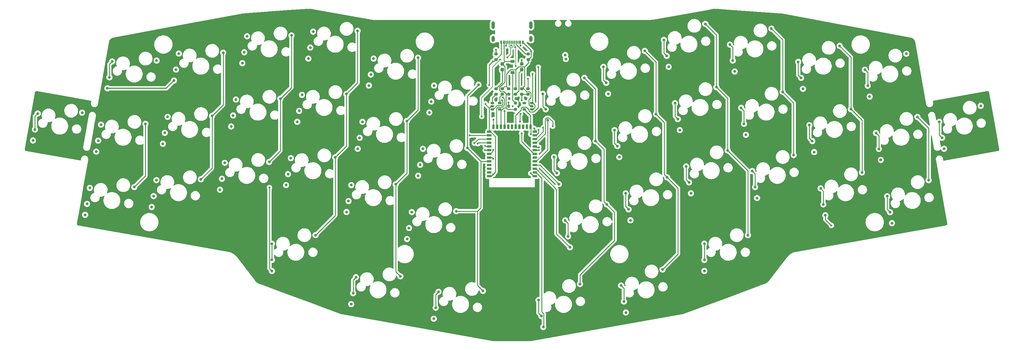
<source format=gtl>
G04 #@! TF.GenerationSoftware,KiCad,Pcbnew,(6.0.5)*
G04 #@! TF.CreationDate,2022-07-19T01:19:56+08:00*
G04 #@! TF.ProjectId,TK44,544b3434-2e6b-4696-9361-645f70636258,rev?*
G04 #@! TF.SameCoordinates,Original*
G04 #@! TF.FileFunction,Copper,L1,Top*
G04 #@! TF.FilePolarity,Positive*
%FSLAX46Y46*%
G04 Gerber Fmt 4.6, Leading zero omitted, Abs format (unit mm)*
G04 Created by KiCad (PCBNEW (6.0.5)) date 2022-07-19 01:19:56*
%MOMM*%
%LPD*%
G01*
G04 APERTURE LIST*
G04 Aperture macros list*
%AMRoundRect*
0 Rectangle with rounded corners*
0 $1 Rounding radius*
0 $2 $3 $4 $5 $6 $7 $8 $9 X,Y pos of 4 corners*
0 Add a 4 corners polygon primitive as box body*
4,1,4,$2,$3,$4,$5,$6,$7,$8,$9,$2,$3,0*
0 Add four circle primitives for the rounded corners*
1,1,$1+$1,$2,$3*
1,1,$1+$1,$4,$5*
1,1,$1+$1,$6,$7*
1,1,$1+$1,$8,$9*
0 Add four rect primitives between the rounded corners*
20,1,$1+$1,$2,$3,$4,$5,0*
20,1,$1+$1,$4,$5,$6,$7,0*
20,1,$1+$1,$6,$7,$8,$9,0*
20,1,$1+$1,$8,$9,$2,$3,0*%
G04 Aperture macros list end*
G04 #@! TA.AperFunction,ComponentPad*
%ADD10C,0.800000*%
G04 #@! TD*
G04 #@! TA.AperFunction,SMDPad,CuDef*
%ADD11RoundRect,0.200000X0.275000X-0.200000X0.275000X0.200000X-0.275000X0.200000X-0.275000X-0.200000X0*%
G04 #@! TD*
G04 #@! TA.AperFunction,SMDPad,CuDef*
%ADD12RoundRect,0.200000X-0.275000X0.200000X-0.275000X-0.200000X0.275000X-0.200000X0.275000X0.200000X0*%
G04 #@! TD*
G04 #@! TA.AperFunction,SMDPad,CuDef*
%ADD13RoundRect,0.162500X-0.367500X-0.162500X0.367500X-0.162500X0.367500X0.162500X-0.367500X0.162500X0*%
G04 #@! TD*
G04 #@! TA.AperFunction,SMDPad,CuDef*
%ADD14RoundRect,0.225000X0.375000X-0.225000X0.375000X0.225000X-0.375000X0.225000X-0.375000X-0.225000X0*%
G04 #@! TD*
G04 #@! TA.AperFunction,SMDPad,CuDef*
%ADD15RoundRect,0.237500X0.237500X-0.287500X0.237500X0.287500X-0.237500X0.287500X-0.237500X-0.287500X0*%
G04 #@! TD*
G04 #@! TA.AperFunction,SMDPad,CuDef*
%ADD16RoundRect,0.162500X0.367500X0.162500X-0.367500X0.162500X-0.367500X-0.162500X0.367500X-0.162500X0*%
G04 #@! TD*
G04 #@! TA.AperFunction,ComponentPad*
%ADD17O,1.000000X1.762000*%
G04 #@! TD*
G04 #@! TA.AperFunction,ComponentPad*
%ADD18O,1.000000X2.219000*%
G04 #@! TD*
G04 #@! TA.AperFunction,SMDPad,CuDef*
%ADD19RoundRect,0.135000X-0.135000X-0.365000X0.135000X-0.365000X0.135000X0.365000X-0.135000X0.365000X0*%
G04 #@! TD*
G04 #@! TA.AperFunction,SMDPad,CuDef*
%ADD20RoundRect,0.075000X-0.075000X-0.425000X0.075000X-0.425000X0.075000X0.425000X-0.075000X0.425000X0*%
G04 #@! TD*
G04 #@! TA.AperFunction,SMDPad,CuDef*
%ADD21RoundRect,0.175000X0.500000X0.175000X-0.500000X0.175000X-0.500000X-0.175000X0.500000X-0.175000X0*%
G04 #@! TD*
G04 #@! TA.AperFunction,SMDPad,CuDef*
%ADD22RoundRect,0.175000X-0.175000X0.500000X-0.175000X-0.500000X0.175000X-0.500000X0.175000X0.500000X0*%
G04 #@! TD*
G04 #@! TA.AperFunction,SMDPad,CuDef*
%ADD23RoundRect,0.175000X-0.500000X-0.175000X0.500000X-0.175000X0.500000X0.175000X-0.500000X0.175000X0*%
G04 #@! TD*
G04 #@! TA.AperFunction,SMDPad,CuDef*
%ADD24RoundRect,0.200000X0.250000X0.200000X-0.250000X0.200000X-0.250000X-0.200000X0.250000X-0.200000X0*%
G04 #@! TD*
G04 #@! TA.AperFunction,ViaPad*
%ADD25C,0.600000*%
G04 #@! TD*
G04 #@! TA.AperFunction,Conductor*
%ADD26C,0.250000*%
G04 #@! TD*
G04 #@! TA.AperFunction,Conductor*
%ADD27C,0.300000*%
G04 #@! TD*
G04 #@! TA.AperFunction,Conductor*
%ADD28C,0.200000*%
G04 #@! TD*
G04 APERTURE END LIST*
D10*
X142158303Y-154076691D03*
X155329980Y-153820029D03*
X178028303Y-170066691D03*
X191199980Y-169810029D03*
D11*
X206750000Y-135135000D03*
X206750000Y-133485000D03*
D10*
X241450471Y-164526186D03*
X253740014Y-159780024D03*
X278970471Y-157906186D03*
X291260014Y-153160024D03*
X129188303Y-117926691D03*
X142359980Y-117670029D03*
X223520471Y-172526186D03*
X235810014Y-167780024D03*
D12*
X212530000Y-123185000D03*
X212530000Y-124835000D03*
D13*
X201880000Y-137740000D03*
X201880000Y-138690000D03*
X201880000Y-139640000D03*
X204080000Y-139640000D03*
X204080000Y-137740000D03*
D10*
X102318303Y-160586691D03*
X115489980Y-160330029D03*
X67108303Y-140836691D03*
X80279980Y-140580029D03*
D14*
X207890000Y-128650000D03*
D10*
X207890000Y-128650000D03*
X207890000Y-125350000D03*
D14*
X207890000Y-125350000D03*
D10*
X108938303Y-123066691D03*
X122109980Y-122810029D03*
X264763000Y-179450000D03*
X277690000Y-176910000D03*
X166708303Y-124546691D03*
X179879980Y-124290029D03*
X220210471Y-153766186D03*
X232500014Y-149020024D03*
X85878303Y-144146691D03*
X99049980Y-143890029D03*
X185948344Y-193706673D03*
X199120020Y-193450012D03*
X163398303Y-143306691D03*
X176569980Y-143050029D03*
X216900471Y-135006186D03*
X229190014Y-130260024D03*
X315660471Y-146606186D03*
X327950014Y-141860024D03*
D15*
X210640000Y-127864900D03*
X210640000Y-126114900D03*
D10*
X292600471Y-125526186D03*
X304890014Y-120780024D03*
X89188303Y-125386691D03*
X102359980Y-125130029D03*
D16*
X213620000Y-139640000D03*
X213620000Y-138690000D03*
X213620000Y-137740000D03*
X211420000Y-137740000D03*
X211420000Y-139640000D03*
D10*
X136553000Y-179450000D03*
X149480000Y-176910000D03*
X181328303Y-151306691D03*
X194499980Y-151050029D03*
X272350471Y-120396186D03*
X284640014Y-115650024D03*
X238140471Y-145766186D03*
X250430014Y-141020024D03*
X252770471Y-119006186D03*
X265060014Y-114260024D03*
X148768303Y-116556691D03*
X161939980Y-116300029D03*
X256070471Y-137776186D03*
X268360014Y-133030024D03*
D15*
X204860000Y-127874900D03*
X204860000Y-126124900D03*
D10*
X334430471Y-143296186D03*
X346720014Y-138550024D03*
X240080471Y-191856186D03*
X252370014Y-187110024D03*
X318980471Y-165366186D03*
X331270014Y-160620024D03*
X312360471Y-127846186D03*
X324650014Y-123100024D03*
D17*
X213325300Y-118661000D03*
D18*
X202174700Y-114622400D03*
X213325300Y-114635100D03*
D17*
X202174600Y-118661000D03*
D19*
X210950000Y-119740000D03*
X204550000Y-119740000D03*
X205350000Y-119740000D03*
X210150000Y-119740000D03*
D20*
X209000000Y-119740000D03*
X208000000Y-119740000D03*
X207500000Y-119740000D03*
X206500000Y-119740000D03*
X206000000Y-119740000D03*
X207000000Y-119740000D03*
X208500000Y-119740000D03*
X209508000Y-119740000D03*
D10*
X215600411Y-196166203D03*
X227889955Y-191420042D03*
D11*
X208740000Y-135135000D03*
X208740000Y-133485000D03*
X204860000Y-135145000D03*
X204860000Y-133495000D03*
D10*
X184638303Y-132546691D03*
X197809980Y-132290029D03*
X295910471Y-144286186D03*
X308200014Y-139540024D03*
D12*
X202980000Y-123185000D03*
X202980000Y-124835000D03*
D10*
X160088303Y-162066691D03*
X173259980Y-161810029D03*
X161468303Y-189386691D03*
X174639980Y-189130029D03*
D21*
X214500000Y-159430000D03*
X214500000Y-158330000D03*
X214500000Y-157230000D03*
X214500000Y-156130000D03*
X214500000Y-155030000D03*
X214500000Y-153930000D03*
X214500000Y-152830000D03*
X214500000Y-151730000D03*
X214500000Y-150630000D03*
X214500000Y-149530000D03*
X214500000Y-148430000D03*
X214500000Y-147330000D03*
X214500000Y-146230000D03*
D22*
X213250000Y-144730000D03*
X212150000Y-144730000D03*
X211050000Y-144730000D03*
X209950000Y-144730000D03*
X208850000Y-144730000D03*
X207750000Y-144730000D03*
X206650000Y-144730000D03*
X205550000Y-144730000D03*
X204450000Y-144730000D03*
X203350000Y-144730000D03*
X202250000Y-144730000D03*
D23*
X201000000Y-146230000D03*
X201000000Y-147330000D03*
X201000000Y-148430000D03*
X201000000Y-149530000D03*
X201000000Y-150630000D03*
X201000000Y-151730000D03*
X201000000Y-152830000D03*
X201000000Y-153930000D03*
X201000000Y-155030000D03*
X201000000Y-156130000D03*
X201000000Y-157230000D03*
X201000000Y-158330000D03*
X201000000Y-159430000D03*
D10*
X299220471Y-163046186D03*
X311510014Y-158300024D03*
X82568303Y-162906691D03*
X95739980Y-162650029D03*
X234830471Y-127006186D03*
X247120014Y-122260024D03*
D12*
X202980000Y-135145000D03*
X202980000Y-133495000D03*
D11*
X210630000Y-135145000D03*
X210630000Y-133495000D03*
D10*
X145468303Y-135316691D03*
X158639980Y-135060029D03*
X259380471Y-156526186D03*
X271670014Y-151780024D03*
X105628303Y-141826691D03*
X118799980Y-141570029D03*
X275670471Y-139156186D03*
X287960014Y-134410024D03*
X122568303Y-155456691D03*
X135739980Y-155200029D03*
D24*
X208750000Y-139640000D03*
X208750000Y-137740000D03*
X206750000Y-138690000D03*
D12*
X212520000Y-133495000D03*
X212520000Y-135145000D03*
D10*
X125878303Y-136696691D03*
X139049980Y-136440029D03*
X165303481Y-132534933D03*
X165876519Y-129285067D03*
X81163481Y-170894933D03*
X81736519Y-167645067D03*
X242866519Y-172514933D03*
X242293481Y-169265067D03*
X218297319Y-142851433D03*
X217724281Y-139601567D03*
X140753481Y-162064933D03*
X141326519Y-158815067D03*
X257486519Y-145764933D03*
X256913481Y-142515067D03*
X236246519Y-134994933D03*
X235673481Y-131745067D03*
X183233481Y-140534933D03*
X183806519Y-137285067D03*
X104223481Y-149814933D03*
X104796519Y-146565067D03*
X147363481Y-124544933D03*
X147936519Y-121295067D03*
X297326519Y-152274933D03*
X296753481Y-149025067D03*
X65713481Y-148824933D03*
X66286519Y-145575067D03*
X179923481Y-159294933D03*
X180496519Y-156045067D03*
X127783481Y-125914933D03*
X128356519Y-122665067D03*
X264770000Y-187560000D03*
X264770000Y-184260000D03*
X107533481Y-131054933D03*
X108106519Y-127805067D03*
X313776519Y-135834933D03*
X313203481Y-132585067D03*
X136560000Y-187560000D03*
X136560000Y-184260000D03*
X277086519Y-147144933D03*
X276513481Y-143895067D03*
X223700689Y-124671685D03*
X223492311Y-123489915D03*
X100913481Y-168574933D03*
X101486519Y-165325067D03*
X320396519Y-173354933D03*
X319823481Y-170105067D03*
X121163481Y-163444933D03*
X121736519Y-160195067D03*
X239556519Y-153754933D03*
X238983481Y-150505067D03*
X144063481Y-143304933D03*
X144636519Y-140055067D03*
X294016519Y-133514933D03*
X293443481Y-130265067D03*
X224936519Y-180514933D03*
X224363481Y-177265067D03*
X300636519Y-171034933D03*
X300063481Y-167785067D03*
X254186519Y-126994933D03*
X253613481Y-123745067D03*
X335846519Y-151284933D03*
X335273481Y-148035067D03*
X184543481Y-201694933D03*
X185116519Y-198445067D03*
X280386519Y-165894933D03*
X279813481Y-162645067D03*
X87783481Y-133374933D03*
X88356519Y-130125067D03*
X160063481Y-197374933D03*
X160636519Y-194125067D03*
X241496519Y-199844933D03*
X240923481Y-196595067D03*
X161993481Y-151294933D03*
X162566519Y-148045067D03*
X124473481Y-144684933D03*
X125046519Y-141435067D03*
X260796519Y-164514933D03*
X260223481Y-161265067D03*
X317076519Y-154594933D03*
X316503481Y-151345067D03*
X84473481Y-152134933D03*
X85046519Y-148885067D03*
X273766519Y-128384933D03*
X273193481Y-125135067D03*
X221626519Y-161754933D03*
X221053481Y-158505067D03*
X217016519Y-204154933D03*
X216443481Y-200905067D03*
X176623481Y-178054933D03*
X177196519Y-174805067D03*
X158683481Y-170054933D03*
X159256519Y-166805067D03*
D25*
X302430000Y-174040000D03*
X135820400Y-162808200D03*
X213845500Y-129064600D03*
X210265000Y-120755900D03*
X204794700Y-136890700D03*
X212520000Y-130527800D03*
X202162000Y-158887400D03*
X213374400Y-122386800D03*
X199830000Y-137970000D03*
X201000000Y-132380000D03*
X213314400Y-158565100D03*
X202056800Y-125394500D03*
X213305400Y-146974600D03*
X202185900Y-154212700D03*
X202191000Y-151617100D03*
X204210000Y-124870000D03*
X198770000Y-141700000D03*
X202250000Y-142690000D03*
X206360000Y-124210000D03*
X208816300Y-126730200D03*
X207500000Y-120690000D03*
X208647721Y-121180952D03*
X205006900Y-136077200D03*
X202980000Y-121948800D03*
X206000000Y-120750500D03*
X206750000Y-137553200D03*
X210600000Y-146680000D03*
X210130000Y-143270000D03*
X210250000Y-140990000D03*
X210630000Y-136890000D03*
X214315900Y-145252100D03*
X215627600Y-145683700D03*
X217005900Y-145036600D03*
X219815500Y-144599100D03*
X215700500Y-150852100D03*
X215677300Y-151730000D03*
X199803200Y-151730000D03*
X199795500Y-150400500D03*
X197614000Y-149778500D03*
X196587600Y-149636500D03*
X195200000Y-147330000D03*
X205550000Y-140098400D03*
X215546600Y-127110800D03*
X210640000Y-125070600D03*
D26*
X218297300Y-151587000D02*
X218297300Y-142851400D01*
D27*
X87783481Y-133374933D02*
X105213481Y-133374933D01*
X105213481Y-133374933D02*
X107533481Y-131054933D01*
D26*
X214500000Y-155030000D02*
X214854300Y-155030000D01*
X214854300Y-155030000D02*
X218297300Y-151587000D01*
X88356500Y-126218500D02*
X89188300Y-125386700D01*
X88356500Y-130125100D02*
X88356500Y-126218500D01*
X217724300Y-139601600D02*
X216900500Y-138777800D01*
X216900500Y-138777800D02*
X216900500Y-135006200D01*
X235673500Y-131745100D02*
X234830500Y-130902100D01*
X234830500Y-130902100D02*
X234830500Y-127006200D01*
X252770500Y-122902100D02*
X252770500Y-119006200D01*
X253613500Y-123745100D02*
X252770500Y-122902100D01*
X273193500Y-121239200D02*
X272350500Y-120396200D01*
X273193500Y-125135100D02*
X273193500Y-121239200D01*
X292600500Y-129422100D02*
X292600500Y-125526200D01*
X293443500Y-130265100D02*
X292600500Y-129422100D01*
X313203500Y-128689200D02*
X312360500Y-127846200D01*
X313203500Y-132585100D02*
X313203500Y-128689200D01*
X216001600Y-156130000D02*
X214500000Y-156130000D01*
X221626500Y-161754900D02*
X216001600Y-156130000D01*
X221053500Y-158505100D02*
X220210500Y-157662100D01*
X220210500Y-157662100D02*
X220210500Y-153766200D01*
X238983500Y-150505100D02*
X238140500Y-149662100D01*
X238140500Y-149662100D02*
X238140500Y-145766200D01*
X256913500Y-142515100D02*
X256070500Y-141672100D01*
X256070500Y-141672100D02*
X256070500Y-137776200D01*
X276513500Y-139999200D02*
X275670500Y-139156200D01*
X276513500Y-143895100D02*
X276513500Y-139999200D01*
X296753500Y-149025100D02*
X295910500Y-148182100D01*
X295910500Y-148182100D02*
X295910500Y-144286200D01*
X316503500Y-147449200D02*
X315660500Y-146606200D01*
X316503500Y-151345100D02*
X316503500Y-147449200D01*
X220901100Y-176479500D02*
X220901100Y-163293700D01*
X224936500Y-180514900D02*
X220901100Y-176479500D01*
X300636519Y-171034933D02*
X300636519Y-172246519D01*
X300636519Y-172246519D02*
X302430000Y-174040000D01*
X214837400Y-157230000D02*
X214500000Y-157230000D01*
X220901100Y-163293700D02*
X214837400Y-157230000D01*
X224363500Y-177265100D02*
X224363500Y-173369200D01*
X224363500Y-173369200D02*
X223520500Y-172526200D01*
X241450500Y-168422100D02*
X241450500Y-164526200D01*
X242293500Y-169265100D02*
X241450500Y-168422100D01*
X259380500Y-160422100D02*
X259380500Y-156526200D01*
X260223500Y-161265100D02*
X259380500Y-160422100D01*
X279813500Y-158749200D02*
X278970500Y-157906200D01*
X279813500Y-162645100D02*
X279813500Y-158749200D01*
X300063500Y-163889200D02*
X299220500Y-163046200D01*
X300063500Y-167785100D02*
X300063500Y-163889200D01*
X319823500Y-170105100D02*
X318980500Y-169262100D01*
X318980500Y-169262100D02*
X318980500Y-165366200D01*
X216540000Y-199630800D02*
X216540000Y-160015800D01*
X135820400Y-186820400D02*
X135820400Y-162808200D01*
X216540000Y-160015800D02*
X216437100Y-159912900D01*
X216437100Y-159912900D02*
X214854200Y-158330000D01*
X217168900Y-200259700D02*
X216540000Y-199630800D01*
X136560000Y-187560000D02*
X135820400Y-186820400D01*
X214854200Y-158330000D02*
X214500000Y-158330000D01*
X217168900Y-204002500D02*
X217168900Y-200259700D01*
X217016500Y-204154900D02*
X217168900Y-204002500D01*
X66286500Y-145575100D02*
X66286500Y-141658500D01*
X66286500Y-141658500D02*
X67108300Y-140836700D01*
X136560000Y-179457000D02*
X136553000Y-179450000D01*
X136560000Y-184260000D02*
X136560000Y-179457000D01*
X160636500Y-190218500D02*
X161468300Y-189386700D01*
X160636500Y-194125100D02*
X160636500Y-190218500D01*
X185116500Y-198445100D02*
X185116500Y-194538500D01*
X185116500Y-194538500D02*
X185948300Y-193706700D01*
X215600400Y-200062000D02*
X216443500Y-200905100D01*
X215600400Y-196166200D02*
X215600400Y-200062000D01*
X240923500Y-192699200D02*
X240080500Y-191856200D01*
X240923500Y-196595100D02*
X240923500Y-192699200D01*
X264770000Y-184260000D02*
X264763000Y-184253000D01*
X264763000Y-184253000D02*
X264763000Y-179450000D01*
X334430500Y-147192100D02*
X334430500Y-143296200D01*
X335273500Y-148035100D02*
X334430500Y-147192100D01*
X213620000Y-139640000D02*
X213897300Y-139640000D01*
X213845500Y-137514500D02*
X213845500Y-129064600D01*
X213897300Y-139640000D02*
X214513900Y-139023400D01*
X214513900Y-139023400D02*
X214513900Y-138293900D01*
X208750000Y-137740000D02*
X207890000Y-136880000D01*
X214513900Y-138293900D02*
X213960000Y-137740000D01*
X213960000Y-137740000D02*
X213620000Y-137740000D01*
X213620000Y-137740000D02*
X213845500Y-137514500D01*
X207890000Y-136880000D02*
X207890000Y-128650000D01*
X205661800Y-126926700D02*
X204860000Y-126124900D01*
X205320900Y-139139100D02*
X204450000Y-140010000D01*
X210150000Y-120640900D02*
X210150000Y-119740000D01*
X204450000Y-140010000D02*
X204080000Y-139640000D01*
X204463000Y-134320000D02*
X204042600Y-133899600D01*
X210265000Y-120755900D02*
X210150000Y-120640900D01*
X205933700Y-139139100D02*
X205320900Y-139139100D01*
X208750000Y-139640000D02*
X206434600Y-139640000D01*
X204042600Y-133069400D02*
X205661800Y-131450200D01*
X205661800Y-131450200D02*
X205661800Y-126926700D01*
X205933700Y-139139100D02*
X205933700Y-135135000D01*
X204042600Y-133899600D02*
X204042600Y-133069400D01*
X206434600Y-139640000D02*
X205933700Y-139139100D01*
X205634900Y-125350000D02*
X204860000Y-126124900D01*
X205634900Y-125350000D02*
X205350000Y-125065100D01*
X207890000Y-125350000D02*
X205634900Y-125350000D01*
X205337100Y-134320000D02*
X204463000Y-134320000D01*
X204450000Y-144730000D02*
X204450000Y-140010000D01*
X205350000Y-125065100D02*
X205350000Y-119740000D01*
X205933700Y-135135000D02*
X206750000Y-135135000D01*
X205933700Y-134916600D02*
X205337100Y-134320000D01*
X205933700Y-135135000D02*
X205933700Y-134916600D01*
X201880000Y-139640000D02*
X202156200Y-139640000D01*
X204953800Y-138147900D02*
X204953800Y-137049800D01*
X204710700Y-138391000D02*
X204953800Y-138147900D01*
X202156200Y-139640000D02*
X203405200Y-138391000D01*
X203405200Y-138391000D02*
X204710700Y-138391000D01*
X212520000Y-133495000D02*
X212520000Y-130527800D01*
X204953800Y-137049800D02*
X204794700Y-136890700D01*
X212530000Y-124835000D02*
X213374400Y-123990600D01*
X202162000Y-158887400D02*
X201619400Y-159430000D01*
X199830000Y-137970000D02*
X199830000Y-138104400D01*
X206127200Y-129021900D02*
X207306700Y-127842400D01*
X212921200Y-134320000D02*
X212094500Y-134320000D01*
X213357800Y-136142100D02*
X213357800Y-134756600D01*
X205492800Y-132862200D02*
X206127200Y-132862200D01*
X209681500Y-126989900D02*
X211454100Y-126989900D01*
X201584400Y-138690000D02*
X201000000Y-139274400D01*
X207306700Y-127842400D02*
X208829000Y-127842400D01*
X208740000Y-133485000D02*
X208829000Y-133396000D01*
X204550000Y-119740000D02*
X204550000Y-123265000D01*
X213374400Y-123990600D02*
X213374400Y-122386800D01*
X213374400Y-122386800D02*
X213374400Y-122164400D01*
X206127200Y-132862200D02*
X206127200Y-129021900D01*
X211454100Y-132670900D02*
X211454100Y-126989900D01*
X213357800Y-134756600D02*
X212921200Y-134320000D01*
X213374400Y-122164400D02*
X210950000Y-119740000D01*
X208829000Y-127842400D02*
X209681500Y-126989900D01*
X212094500Y-134320000D02*
X210949800Y-133175200D01*
X204550000Y-123265000D02*
X202980000Y-124835000D01*
X202831200Y-147693300D02*
X202831200Y-158218200D01*
X213620000Y-138690000D02*
X213272200Y-138690000D01*
X199830000Y-138104400D02*
X201000000Y-139274400D01*
X210949800Y-133175200D02*
X211454100Y-132670900D01*
X201880000Y-138690000D02*
X201584400Y-138690000D01*
X201000000Y-139274400D02*
X201000000Y-146230000D01*
X202056800Y-125394500D02*
X201000000Y-126451300D01*
X212737200Y-136762700D02*
X213357800Y-136142100D01*
X204860000Y-133495000D02*
X205492800Y-132862200D01*
X202831200Y-158218200D02*
X202162000Y-158887400D01*
X201367900Y-146230000D02*
X202831200Y-147693300D01*
X210630000Y-133495000D02*
X210949800Y-133175200D01*
X211454100Y-126989900D02*
X212530000Y-125914000D01*
X201000000Y-126451300D02*
X201000000Y-132380000D01*
X212737200Y-138155000D02*
X212737200Y-136762700D01*
X201619400Y-159430000D02*
X201000000Y-159430000D01*
X202980000Y-124835000D02*
X202420500Y-125394500D01*
X214179300Y-159430000D02*
X213314400Y-158565100D01*
X214500000Y-159430000D02*
X214179300Y-159430000D01*
X202420500Y-125394500D02*
X202056800Y-125394500D01*
X206127200Y-132862200D02*
X206750000Y-133485000D01*
X213272200Y-138690000D02*
X212737200Y-138155000D01*
X212530000Y-125914000D02*
X212530000Y-124835000D01*
X208829000Y-133396000D02*
X208829000Y-127842400D01*
X201000000Y-146230000D02*
X201367900Y-146230000D01*
X213250000Y-141470000D02*
X211420000Y-139640000D01*
X213250000Y-144730000D02*
X213250000Y-141470000D01*
X213250000Y-144730000D02*
X213305400Y-144785400D01*
X213305400Y-144785400D02*
X213305400Y-146974600D01*
X201000000Y-153930000D02*
X201903200Y-153930000D01*
X201903200Y-153930000D02*
X202185900Y-154212700D01*
X201283600Y-152830000D02*
X201000000Y-152830000D01*
X202191000Y-151617100D02*
X202191000Y-151922600D01*
X202191000Y-151922600D02*
X201283600Y-152830000D01*
X209000000Y-119740000D02*
X209000000Y-120375200D01*
X211809800Y-123185000D02*
X212530000Y-123185000D01*
X209000000Y-120375200D02*
X211809800Y-123185000D01*
D28*
X207282162Y-121320000D02*
X207282162Y-123287838D01*
X208099511Y-119839511D02*
X208000000Y-119740000D01*
X202000000Y-132900000D02*
X198770000Y-136130000D01*
X207282162Y-123287838D02*
X206360000Y-124210000D01*
X198770000Y-141700000D02*
X198770000Y-136130000D01*
X207282162Y-121320000D02*
X207717838Y-121320000D01*
X204210000Y-124870000D02*
X202000000Y-127080000D01*
X202000000Y-127080000D02*
X202000000Y-132900000D01*
X202250000Y-142690000D02*
X202250000Y-144730000D01*
X206900489Y-119839511D02*
X206900489Y-120938327D01*
X207717838Y-121320000D02*
X208099511Y-120938327D01*
X208099511Y-120938327D02*
X208099511Y-119839511D01*
X206900489Y-120938327D02*
X207282162Y-121320000D01*
X207000000Y-119740000D02*
X206900489Y-119839511D01*
D26*
X204823500Y-138915100D02*
X205457200Y-138281400D01*
D28*
X208816300Y-121349531D02*
X208816300Y-126730200D01*
X207500000Y-119740000D02*
X207500000Y-120690000D01*
X208500000Y-121033231D02*
X208500000Y-119740000D01*
D26*
X203350000Y-144730000D02*
X203183200Y-144563200D01*
X203183200Y-139255100D02*
X203523200Y-138915100D01*
X205457200Y-136527500D02*
X205006900Y-136077200D01*
D28*
X208647721Y-121180952D02*
X208500000Y-121033231D01*
D26*
X203523200Y-138915100D02*
X204823500Y-138915100D01*
X203183200Y-144563200D02*
X203183200Y-139255100D01*
X205457200Y-138281400D02*
X205457200Y-136527500D01*
D28*
X208647721Y-121180952D02*
X208816300Y-121349531D01*
D26*
X202980000Y-121948800D02*
X202980000Y-123185000D01*
X206000000Y-119740000D02*
X206000000Y-120750500D01*
X206750000Y-138690000D02*
X206750000Y-137553200D01*
X210600000Y-149211427D02*
X210600000Y-146680000D01*
X210130000Y-143270000D02*
X210130000Y-141110000D01*
X210130000Y-141110000D02*
X210250000Y-140990000D01*
X212520000Y-135145000D02*
X210630000Y-135145000D01*
X214500000Y-152830000D02*
X214218573Y-152830000D01*
X214218573Y-152830000D02*
X210600000Y-149211427D01*
X210630000Y-136890000D02*
X210630000Y-135145000D01*
X214500000Y-145436200D02*
X214500000Y-146230000D01*
X331270000Y-145180000D02*
X327950000Y-141860000D01*
X331270000Y-160620000D02*
X331270000Y-145180000D01*
X214315900Y-145252100D02*
X214500000Y-145436200D01*
X214500000Y-147330000D02*
X214872900Y-147330000D01*
X308200000Y-124090000D02*
X304890000Y-120780000D01*
X308200000Y-139540000D02*
X308200000Y-124090000D01*
X214872900Y-147330000D02*
X215627600Y-146575300D01*
X311510000Y-142850000D02*
X308200000Y-139540000D01*
X215627600Y-146575300D02*
X215627600Y-145683700D01*
X311510000Y-158300000D02*
X311510000Y-142850000D01*
X214812300Y-148430000D02*
X217005900Y-146236400D01*
X287960014Y-134410024D02*
X287960014Y-118970024D01*
X217005900Y-146236400D02*
X217005900Y-145036600D01*
X287960000Y-134410000D02*
X291260000Y-137710000D01*
X287960014Y-118970024D02*
X284640014Y-115650024D01*
X214500000Y-148430000D02*
X214812300Y-148430000D01*
X291260000Y-137710000D02*
X291260000Y-153160000D01*
X214500000Y-149530000D02*
X214875400Y-149530000D01*
X277690000Y-157800000D02*
X271670000Y-151780000D01*
X217518600Y-142584200D02*
X217985400Y-142117400D01*
X268360000Y-117560000D02*
X265060000Y-114260000D01*
X271670000Y-151780000D02*
X271670000Y-136340000D01*
X219815500Y-143260200D02*
X219815500Y-144599100D01*
X218672700Y-142117400D02*
X219815500Y-143260200D01*
X277690000Y-176910000D02*
X277690000Y-157800000D01*
X217631300Y-146774100D02*
X217631300Y-144160600D01*
X268360000Y-133030000D02*
X268360000Y-117560000D01*
X217518600Y-144047900D02*
X217518600Y-142584200D01*
X217631300Y-144160600D02*
X217518600Y-144047900D01*
X271670000Y-136340000D02*
X268360000Y-133030000D01*
X214875400Y-149530000D02*
X217631300Y-146774100D01*
X217985400Y-142117400D02*
X218672700Y-142117400D01*
X214722100Y-150852100D02*
X214500000Y-150630000D01*
X253740014Y-159780024D02*
X256950000Y-162990010D01*
X250430000Y-125570000D02*
X250430000Y-141020000D01*
X256950000Y-162990010D02*
X256950000Y-182530038D01*
X252896600Y-158936610D02*
X253740014Y-159780024D01*
X256950000Y-182530038D02*
X252370014Y-187110024D01*
X247120000Y-122260000D02*
X250430000Y-125570000D01*
X252896600Y-143486600D02*
X252896600Y-158936610D01*
X250430000Y-141020000D02*
X252896600Y-143486600D01*
X215700500Y-150852100D02*
X214722100Y-150852100D01*
X238160000Y-170130010D02*
X238160000Y-178430000D01*
X232500000Y-149020000D02*
X234966600Y-151486600D01*
X238160000Y-178430000D02*
X227889955Y-188700045D01*
X227889955Y-188700045D02*
X227889955Y-191420042D01*
X234966600Y-151486600D02*
X234966600Y-166936610D01*
X229190000Y-130260000D02*
X232500000Y-133570000D01*
X235810014Y-167780024D02*
X238160000Y-170130010D01*
X234966600Y-166936610D02*
X235810014Y-167780024D01*
X214500000Y-151730000D02*
X215677300Y-151730000D01*
X232500000Y-133570000D02*
X232500000Y-149020000D01*
X201000000Y-151730000D02*
X199803200Y-151730000D01*
X174640000Y-189130000D02*
X173260000Y-187750000D01*
X173260000Y-161810000D02*
X176570000Y-158500000D01*
X179880000Y-139740000D02*
X179880000Y-124290000D01*
X176570000Y-158500000D02*
X176570000Y-143050000D01*
X173260000Y-187750000D02*
X173260000Y-161810000D01*
X176570000Y-143050000D02*
X179880000Y-139740000D01*
X200025000Y-150630000D02*
X199795500Y-150400500D01*
X155330000Y-171060000D02*
X155330000Y-153820000D01*
X158640000Y-135060000D02*
X158640000Y-150510000D01*
X161940000Y-116300000D02*
X161940000Y-131760000D01*
X161940000Y-131760000D02*
X158640000Y-135060000D01*
X149480000Y-176910000D02*
X155330000Y-171060000D01*
X201000000Y-150630000D02*
X200025000Y-150630000D01*
X158640000Y-150510000D02*
X155330000Y-153820000D01*
X201000000Y-149530000D02*
X197862500Y-149530000D01*
X139050000Y-151890000D02*
X135740000Y-155200000D01*
X139050000Y-136440000D02*
X139050000Y-151890000D01*
X142360000Y-133130000D02*
X142360000Y-117670000D01*
X197862500Y-149530000D02*
X197614000Y-149778500D01*
X139050000Y-136440000D02*
X142360000Y-133130000D01*
X197794100Y-148430000D02*
X196587600Y-149636500D01*
X118800000Y-157020000D02*
X115490000Y-160330000D01*
X118800000Y-141570000D02*
X118800000Y-157020000D01*
X122110000Y-122810000D02*
X122110000Y-138260000D01*
X201000000Y-148430000D02*
X197794100Y-148430000D01*
X122110000Y-138260000D02*
X118800000Y-141570000D01*
X99050000Y-159340000D02*
X99050000Y-143890000D01*
X201000000Y-147330000D02*
X195200000Y-147330000D01*
X95740000Y-162650000D02*
X99050000Y-159340000D01*
X205550000Y-144730000D02*
X205550000Y-140098400D01*
X201000000Y-155030000D02*
X198480000Y-155030000D01*
X194500000Y-135600000D02*
X194500000Y-151050000D01*
X198480000Y-155030000D02*
X198480000Y-168823300D01*
X198480000Y-168823300D02*
X197493300Y-169810000D01*
X198480000Y-155030000D02*
X194500000Y-151050000D01*
X197493300Y-191823300D02*
X199120000Y-193450000D01*
X197493300Y-169810000D02*
X197493300Y-191823300D01*
X197810000Y-132290000D02*
X194500000Y-135600000D01*
X197493300Y-169810000D02*
X191200000Y-169810000D01*
X212707900Y-139659400D02*
X212707900Y-140008800D01*
X215546600Y-138979600D02*
X215546600Y-127110800D01*
X213040600Y-140341500D02*
X214184700Y-140341500D01*
X208850000Y-141397600D02*
X210455400Y-139792200D01*
X210455400Y-139290200D02*
X210811600Y-138934000D01*
X210811600Y-138934000D02*
X211982500Y-138934000D01*
X208850000Y-144730000D02*
X208850000Y-141397600D01*
X214184700Y-140341500D02*
X215546600Y-138979600D01*
X211982500Y-138934000D02*
X212707900Y-139659400D01*
X210640000Y-125070600D02*
X210640000Y-126114900D01*
X212707900Y-140008800D02*
X213040600Y-140341500D01*
X210455400Y-139792200D02*
X210455400Y-139290200D01*
X201880000Y-136245000D02*
X201880000Y-137740000D01*
X202980000Y-135145000D02*
X201880000Y-136245000D01*
X204080000Y-135925000D02*
X204080000Y-137740000D01*
X204860000Y-135145000D02*
X204080000Y-135925000D01*
X210640000Y-127864900D02*
X209741200Y-128763700D01*
X209741200Y-128763700D02*
X209741200Y-134133800D01*
X209741200Y-134133800D02*
X208740000Y-135135000D01*
X204860000Y-131615000D02*
X202980000Y-133495000D01*
X204860000Y-127874900D02*
X204860000Y-131615000D01*
G04 #@! TA.AperFunction,NonConductor*
G36*
X211223097Y-120915919D02*
G01*
X211251141Y-120937045D01*
X212375502Y-122061406D01*
X212409528Y-122123718D01*
X212404463Y-122194533D01*
X212361916Y-122251369D01*
X212295396Y-122276180D01*
X212286414Y-122276501D01*
X212198366Y-122276501D01*
X212195508Y-122276764D01*
X212195499Y-122276764D01*
X212159996Y-122280026D01*
X212124938Y-122283247D01*
X212118560Y-122285246D01*
X212118559Y-122285246D01*
X211968549Y-122332256D01*
X211968545Y-122332258D01*
X211961301Y-122334528D01*
X211960948Y-122333400D01*
X211897961Y-122342177D01*
X211833509Y-122312404D01*
X211827339Y-122306634D01*
X210925791Y-121405086D01*
X210891765Y-121342774D01*
X210896830Y-121271959D01*
X210909938Y-121246264D01*
X210968451Y-121158193D01*
X210988643Y-121127802D01*
X211044258Y-120981396D01*
X211087147Y-120924818D01*
X211153816Y-120900409D01*
X211223097Y-120915919D01*
G37*
G04 #@! TD.AperFunction*
G04 #@! TA.AperFunction,NonConductor*
G36*
X206549003Y-121450287D02*
G01*
X206566452Y-121464839D01*
X206636757Y-121535144D01*
X206670783Y-121597456D01*
X206673662Y-121624239D01*
X206673662Y-122983599D01*
X206653660Y-123051720D01*
X206636757Y-123072694D01*
X206338416Y-123371035D01*
X206276104Y-123405061D01*
X206262495Y-123407249D01*
X206240802Y-123409529D01*
X206192296Y-123414627D01*
X206192292Y-123414628D01*
X206185288Y-123415364D01*
X206178617Y-123417635D01*
X206150105Y-123427341D01*
X206079172Y-123430359D01*
X206017869Y-123394548D01*
X205985657Y-123331279D01*
X205983500Y-123308063D01*
X205983500Y-121678942D01*
X206003502Y-121610821D01*
X206057158Y-121564328D01*
X206098080Y-121553461D01*
X206100871Y-121553207D01*
X206163600Y-121547498D01*
X206170302Y-121545320D01*
X206170304Y-121545320D01*
X206329409Y-121493624D01*
X206329412Y-121493623D01*
X206336108Y-121491447D01*
X206412842Y-121445704D01*
X206481594Y-121428005D01*
X206549003Y-121450287D01*
G37*
G04 #@! TD.AperFunction*
G04 #@! TA.AperFunction,NonConductor*
G36*
X208154887Y-121860176D02*
G01*
X208198774Y-121915983D01*
X208207800Y-121962813D01*
X208207800Y-124265500D01*
X208187798Y-124333621D01*
X208134142Y-124380114D01*
X208081800Y-124391500D01*
X207466268Y-124391500D01*
X207463022Y-124391837D01*
X207463018Y-124391837D01*
X207370840Y-124401401D01*
X207370837Y-124401402D01*
X207363981Y-124402113D01*
X207357438Y-124404296D01*
X207353313Y-124405187D01*
X207282505Y-124400017D01*
X207225732Y-124357387D01*
X207201020Y-124290830D01*
X207216214Y-124221478D01*
X207237617Y-124192932D01*
X207678396Y-123752153D01*
X207690787Y-123741286D01*
X207709599Y-123726851D01*
X207716149Y-123721825D01*
X207740636Y-123689913D01*
X207740642Y-123689907D01*
X207808658Y-123601267D01*
X207808659Y-123601265D01*
X207813686Y-123594714D01*
X207875000Y-123446689D01*
X207878559Y-123419656D01*
X207890662Y-123327723D01*
X207890662Y-123327718D01*
X207891960Y-123317861D01*
X207894834Y-123296027D01*
X207895912Y-123287838D01*
X207891740Y-123256145D01*
X207890662Y-123239702D01*
X207890662Y-121991241D01*
X207910664Y-121923120D01*
X207968444Y-121874832D01*
X208005815Y-121859352D01*
X208024714Y-121851524D01*
X208024991Y-121852192D01*
X208087795Y-121836956D01*
X208154887Y-121860176D01*
G37*
G04 #@! TD.AperFunction*
G04 #@! TA.AperFunction,NonConductor*
G36*
X209633312Y-121904870D02*
G01*
X209639895Y-121910999D01*
X211306143Y-123577247D01*
X211313687Y-123585537D01*
X211317800Y-123592018D01*
X211323577Y-123597443D01*
X211367467Y-123638658D01*
X211370309Y-123641413D01*
X211390030Y-123661134D01*
X211393225Y-123663612D01*
X211402247Y-123671318D01*
X211434479Y-123701586D01*
X211442743Y-123706129D01*
X211452232Y-123711346D01*
X211468756Y-123722199D01*
X211484759Y-123734613D01*
X211525343Y-123752176D01*
X211535973Y-123757383D01*
X211574740Y-123778695D01*
X211582417Y-123780666D01*
X211582422Y-123780668D01*
X211594358Y-123783732D01*
X211613066Y-123790137D01*
X211631655Y-123798181D01*
X211639484Y-123799421D01*
X211647097Y-123801633D01*
X211646032Y-123805297D01*
X211701605Y-123833625D01*
X211788885Y-123920905D01*
X211822911Y-123983217D01*
X211817846Y-124054032D01*
X211788885Y-124099095D01*
X211693361Y-124194619D01*
X211604528Y-124341301D01*
X211602257Y-124348548D01*
X211602256Y-124348550D01*
X211588691Y-124391837D01*
X211553247Y-124504938D01*
X211552182Y-124516525D01*
X211547292Y-124569744D01*
X211521141Y-124635748D01*
X211463456Y-124677136D01*
X211392552Y-124680767D01*
X211330941Y-124645489D01*
X211314972Y-124624991D01*
X211277626Y-124565224D01*
X211268835Y-124556371D01*
X211154778Y-124441515D01*
X211154774Y-124441512D01*
X211149815Y-124436518D01*
X211143585Y-124432564D01*
X211057309Y-124377812D01*
X210996666Y-124339327D01*
X210909723Y-124308368D01*
X210832425Y-124280843D01*
X210832420Y-124280842D01*
X210825790Y-124278481D01*
X210818802Y-124277648D01*
X210818799Y-124277647D01*
X210679518Y-124261039D01*
X210645680Y-124257004D01*
X210638677Y-124257740D01*
X210638676Y-124257740D01*
X210472288Y-124275228D01*
X210472286Y-124275229D01*
X210465288Y-124275964D01*
X210293579Y-124334418D01*
X210243654Y-124365132D01*
X210145095Y-124425766D01*
X210145092Y-124425768D01*
X210139088Y-124429462D01*
X210134053Y-124434393D01*
X210134050Y-124434395D01*
X210019378Y-124546691D01*
X210009493Y-124556371D01*
X209911235Y-124708838D01*
X209908826Y-124715458D01*
X209908824Y-124715461D01*
X209855629Y-124861613D01*
X209849197Y-124879285D01*
X209826463Y-125059240D01*
X209844163Y-125239760D01*
X209846388Y-125246448D01*
X209846587Y-125247385D01*
X209841187Y-125318175D01*
X209822221Y-125351679D01*
X209818242Y-125356717D01*
X209813071Y-125361897D01*
X209809233Y-125368124D01*
X209809231Y-125368126D01*
X209727734Y-125500338D01*
X209721791Y-125509980D01*
X209678104Y-125641691D01*
X209670393Y-125664940D01*
X209629962Y-125723300D01*
X209564398Y-125750537D01*
X209494517Y-125738004D01*
X209442505Y-125689679D01*
X209424800Y-125625273D01*
X209424800Y-122000094D01*
X209444802Y-121931973D01*
X209498458Y-121885480D01*
X209568732Y-121875376D01*
X209633312Y-121904870D01*
G37*
G04 #@! TD.AperFunction*
G04 #@! TA.AperFunction,NonConductor*
G36*
X206904742Y-126003502D02*
G01*
X206933884Y-126029894D01*
X206936248Y-126033713D01*
X206941432Y-126038888D01*
X206950748Y-126048188D01*
X207057298Y-126154552D01*
X207063528Y-126158392D01*
X207063529Y-126158393D01*
X207189207Y-126235862D01*
X207202899Y-126244302D01*
X207365243Y-126298149D01*
X207372080Y-126298849D01*
X207372082Y-126298850D01*
X207413401Y-126303083D01*
X207466268Y-126308500D01*
X207929404Y-126308500D01*
X207997525Y-126328502D01*
X208044018Y-126382158D01*
X208054122Y-126452432D01*
X208047805Y-126477594D01*
X208046502Y-126481175D01*
X208029614Y-126527575D01*
X208025497Y-126538885D01*
X208002763Y-126718840D01*
X208020463Y-126899360D01*
X208060973Y-127021136D01*
X208068289Y-127043128D01*
X208070812Y-127114079D01*
X208034575Y-127175132D01*
X207971084Y-127206901D01*
X207948731Y-127208900D01*
X207385467Y-127208900D01*
X207374284Y-127208373D01*
X207366791Y-127206698D01*
X207358865Y-127206947D01*
X207358864Y-127206947D01*
X207298701Y-127208838D01*
X207294743Y-127208900D01*
X207266844Y-127208900D01*
X207262854Y-127209404D01*
X207251020Y-127210336D01*
X207206811Y-127211726D01*
X207199197Y-127213938D01*
X207199192Y-127213939D01*
X207187359Y-127217377D01*
X207167996Y-127221388D01*
X207147903Y-127223926D01*
X207140536Y-127226843D01*
X207140531Y-127226844D01*
X207106792Y-127240202D01*
X207095565Y-127244046D01*
X207053107Y-127256382D01*
X207046281Y-127260419D01*
X207035672Y-127266693D01*
X207017924Y-127275388D01*
X206999083Y-127282848D01*
X206992667Y-127287510D01*
X206992666Y-127287510D01*
X206963313Y-127308836D01*
X206953393Y-127315352D01*
X206922165Y-127333820D01*
X206922162Y-127333822D01*
X206915338Y-127337858D01*
X206901017Y-127352179D01*
X206885984Y-127365019D01*
X206869593Y-127376928D01*
X206864542Y-127383034D01*
X206841402Y-127411005D01*
X206833412Y-127419784D01*
X206510395Y-127742801D01*
X206448083Y-127776827D01*
X206377268Y-127771762D01*
X206320432Y-127729215D01*
X206295621Y-127662695D01*
X206295300Y-127653706D01*
X206295300Y-127005463D01*
X206295827Y-126994279D01*
X206297501Y-126986791D01*
X206297122Y-126974716D01*
X206295362Y-126918733D01*
X206295300Y-126914775D01*
X206295300Y-126886844D01*
X206294794Y-126882838D01*
X206293861Y-126870992D01*
X206293763Y-126867855D01*
X206292473Y-126826810D01*
X206286822Y-126807358D01*
X206282814Y-126788006D01*
X206281268Y-126775768D01*
X206281267Y-126775766D01*
X206280274Y-126767903D01*
X206263994Y-126726786D01*
X206260159Y-126715585D01*
X206247818Y-126673106D01*
X206243785Y-126666287D01*
X206243783Y-126666282D01*
X206237507Y-126655671D01*
X206228810Y-126637921D01*
X206221352Y-126619083D01*
X206215769Y-126611398D01*
X206199414Y-126588888D01*
X206195371Y-126583323D01*
X206188853Y-126573401D01*
X206170378Y-126542160D01*
X206170374Y-126542155D01*
X206166342Y-126535337D01*
X206152018Y-126521013D01*
X206139176Y-126505978D01*
X206137910Y-126504235D01*
X206127272Y-126489593D01*
X206093206Y-126461411D01*
X206084427Y-126453422D01*
X205880405Y-126249400D01*
X205846379Y-126187088D01*
X205843500Y-126160305D01*
X205843500Y-126109500D01*
X205863502Y-126041379D01*
X205917158Y-125994886D01*
X205969500Y-125983500D01*
X206836621Y-125983500D01*
X206904742Y-126003502D01*
G37*
G04 #@! TD.AperFunction*
G04 #@! TA.AperFunction,NonConductor*
G36*
X206969212Y-129367063D02*
G01*
X206975715Y-129373111D01*
X207057298Y-129454552D01*
X207063528Y-129458392D01*
X207063529Y-129458393D01*
X207196616Y-129540429D01*
X207244109Y-129593201D01*
X207256500Y-129647689D01*
X207256500Y-132454460D01*
X207236498Y-132522581D01*
X207182842Y-132569074D01*
X207118971Y-132579931D01*
X207081635Y-132576500D01*
X206886700Y-132576500D01*
X206818579Y-132556498D01*
X206772086Y-132502842D01*
X206760700Y-132450500D01*
X206760700Y-129462287D01*
X206780702Y-129394166D01*
X206834358Y-129347673D01*
X206904632Y-129337569D01*
X206969212Y-129367063D01*
G37*
G04 #@! TD.AperFunction*
G04 #@! TA.AperFunction,NonConductor*
G36*
X210762721Y-128918402D02*
G01*
X210809214Y-128972058D01*
X210820600Y-129024400D01*
X210820600Y-132356305D01*
X210800598Y-132424426D01*
X210783695Y-132445401D01*
X210679499Y-132549596D01*
X210617187Y-132583621D01*
X210590405Y-132586500D01*
X210564132Y-132586500D01*
X210500699Y-132586501D01*
X210432580Y-132566500D01*
X210386087Y-132512845D01*
X210374700Y-132460501D01*
X210374700Y-129078294D01*
X210394702Y-129010173D01*
X210411605Y-128989199D01*
X210465499Y-128935305D01*
X210527811Y-128901279D01*
X210554594Y-128898400D01*
X210694600Y-128898400D01*
X210762721Y-128918402D01*
G37*
G04 #@! TD.AperFunction*
G04 #@! TA.AperFunction,NonConductor*
G36*
X203794532Y-126250183D02*
G01*
X203851368Y-126292730D01*
X203876179Y-126359250D01*
X203876500Y-126368239D01*
X203876500Y-126461972D01*
X203876837Y-126465218D01*
X203876837Y-126465222D01*
X203885756Y-126551177D01*
X203887293Y-126565993D01*
X203889474Y-126572529D01*
X203889474Y-126572531D01*
X203926674Y-126684032D01*
X203942346Y-126731007D01*
X203974970Y-126783727D01*
X204027815Y-126869123D01*
X204033884Y-126878931D01*
X204065787Y-126910779D01*
X204099866Y-126973059D01*
X204094863Y-127043879D01*
X204065943Y-127088967D01*
X204048488Y-127106453D01*
X204033071Y-127121897D01*
X204029231Y-127128127D01*
X204029230Y-127128128D01*
X203947685Y-127260419D01*
X203941791Y-127269980D01*
X203887026Y-127435091D01*
X203876500Y-127537828D01*
X203876500Y-128211972D01*
X203876837Y-128215218D01*
X203876837Y-128215222D01*
X203885417Y-128297910D01*
X203887293Y-128315993D01*
X203889474Y-128322529D01*
X203889474Y-128322531D01*
X203925716Y-128431162D01*
X203942346Y-128481007D01*
X204033884Y-128628931D01*
X204039066Y-128634104D01*
X204151816Y-128746658D01*
X204151821Y-128746662D01*
X204156997Y-128751829D01*
X204163227Y-128755669D01*
X204163228Y-128755670D01*
X204166614Y-128757757D01*
X204168441Y-128759786D01*
X204168973Y-128760207D01*
X204168901Y-128760298D01*
X204214108Y-128810528D01*
X204226500Y-128865018D01*
X204226500Y-131300405D01*
X204206498Y-131368526D01*
X204189595Y-131389500D01*
X203029500Y-132549595D01*
X202967188Y-132583621D01*
X202940406Y-132586500D01*
X202862719Y-132586500D01*
X202734500Y-132586501D01*
X202666380Y-132566499D01*
X202619887Y-132512844D01*
X202608500Y-132460501D01*
X202608500Y-127384239D01*
X202628502Y-127316118D01*
X202645405Y-127295144D01*
X203661405Y-126279144D01*
X203723717Y-126245118D01*
X203794532Y-126250183D01*
G37*
G04 #@! TD.AperFunction*
G04 #@! TA.AperFunction,NonConductor*
G36*
X207188639Y-136053756D02*
G01*
X207239845Y-136102934D01*
X207256500Y-136165541D01*
X207256500Y-136696664D01*
X207236498Y-136764785D01*
X207182842Y-136811278D01*
X207112568Y-136821382D01*
X207088233Y-136815363D01*
X206942425Y-136763443D01*
X206942420Y-136763442D01*
X206935790Y-136761081D01*
X206928802Y-136760248D01*
X206928799Y-136760247D01*
X206804613Y-136745439D01*
X206755680Y-136739604D01*
X206706370Y-136744787D01*
X206636533Y-136732015D01*
X206584686Y-136683514D01*
X206567200Y-136619477D01*
X206567200Y-136169500D01*
X206587202Y-136101379D01*
X206640858Y-136054886D01*
X206693200Y-136043500D01*
X207070127Y-136043499D01*
X207081634Y-136043499D01*
X207097924Y-136042002D01*
X207118974Y-136040069D01*
X207188639Y-136053756D01*
G37*
G04 #@! TD.AperFunction*
G04 #@! TA.AperFunction,NonConductor*
G36*
X211692411Y-135798502D02*
G01*
X211713385Y-135815405D01*
X211804619Y-135906639D01*
X211951301Y-135995472D01*
X211958548Y-135997743D01*
X211958550Y-135997744D01*
X212010519Y-136014030D01*
X212114938Y-136046753D01*
X212188365Y-136053500D01*
X212244312Y-136053500D01*
X212312433Y-136073502D01*
X212358926Y-136127158D01*
X212369030Y-136197432D01*
X212339536Y-136262012D01*
X212331510Y-136269857D01*
X212330182Y-136270700D01*
X212301515Y-136301228D01*
X212283557Y-136320351D01*
X212280802Y-136323193D01*
X212261065Y-136342930D01*
X212258585Y-136346127D01*
X212250882Y-136355147D01*
X212220614Y-136387379D01*
X212216795Y-136394325D01*
X212216793Y-136394328D01*
X212210852Y-136405134D01*
X212200001Y-136421653D01*
X212187586Y-136437659D01*
X212184441Y-136444928D01*
X212184438Y-136444932D01*
X212170026Y-136478237D01*
X212164809Y-136488887D01*
X212143505Y-136527640D01*
X212141534Y-136535315D01*
X212141534Y-136535316D01*
X212140730Y-136538448D01*
X212139021Y-136545106D01*
X212138467Y-136547262D01*
X212132063Y-136565966D01*
X212124019Y-136584555D01*
X212122780Y-136592378D01*
X212122777Y-136592388D01*
X212117101Y-136628224D01*
X212114695Y-136639844D01*
X212105991Y-136673748D01*
X212103700Y-136682670D01*
X212103700Y-136702924D01*
X212102149Y-136722634D01*
X212098980Y-136742643D01*
X212102676Y-136781737D01*
X212103141Y-136786661D01*
X212103700Y-136798519D01*
X212103700Y-136801852D01*
X212083698Y-136869973D01*
X212030042Y-136916466D01*
X211959768Y-136926570D01*
X211940031Y-136922089D01*
X211910678Y-136912890D01*
X211841133Y-136906500D01*
X211558124Y-136906500D01*
X211490003Y-136886498D01*
X211443510Y-136832842D01*
X211432909Y-136794545D01*
X211424182Y-136716744D01*
X211423397Y-136709745D01*
X211420366Y-136701042D01*
X211366064Y-136545106D01*
X211366062Y-136545103D01*
X211363745Y-136538448D01*
X211357365Y-136528238D01*
X211282646Y-136408661D01*
X211263500Y-136341892D01*
X211263500Y-136027225D01*
X211283502Y-135959104D01*
X211324229Y-135919449D01*
X211338880Y-135910576D01*
X211345381Y-135906639D01*
X211436615Y-135815405D01*
X211498927Y-135781379D01*
X211525710Y-135778500D01*
X211624290Y-135778500D01*
X211692411Y-135798502D01*
G37*
G04 #@! TD.AperFunction*
G04 #@! TA.AperFunction,NonConductor*
G36*
X209772726Y-135757089D02*
G01*
X209789318Y-135778745D01*
X209789424Y-135778880D01*
X209793361Y-135785381D01*
X209914619Y-135906639D01*
X209921120Y-135910576D01*
X209935771Y-135919449D01*
X209983678Y-135971846D01*
X209996500Y-136027225D01*
X209996500Y-136343331D01*
X209976411Y-136411586D01*
X209905054Y-136522310D01*
X209905050Y-136522319D01*
X209901235Y-136528238D01*
X209898826Y-136534858D01*
X209898825Y-136534859D01*
X209854872Y-136655618D01*
X209839197Y-136698685D01*
X209816463Y-136878640D01*
X209834163Y-137059160D01*
X209841569Y-137081423D01*
X209844092Y-137152375D01*
X209807855Y-137213427D01*
X209744363Y-137245196D01*
X209673775Y-137237596D01*
X209618501Y-137193040D01*
X209614235Y-137186466D01*
X209579729Y-137129489D01*
X209561639Y-137099619D01*
X209440381Y-136978361D01*
X209293699Y-136889528D01*
X209286452Y-136887257D01*
X209286450Y-136887256D01*
X209203815Y-136861360D01*
X209130062Y-136838247D01*
X209056635Y-136831500D01*
X209039842Y-136831500D01*
X208789595Y-136831501D01*
X208721476Y-136811499D01*
X208700500Y-136794596D01*
X208560404Y-136654499D01*
X208526379Y-136592187D01*
X208523500Y-136565404D01*
X208523500Y-136169500D01*
X208543502Y-136101379D01*
X208597158Y-136054886D01*
X208649500Y-136043500D01*
X209059373Y-136043499D01*
X209071634Y-136043499D01*
X209074492Y-136043236D01*
X209074501Y-136043236D01*
X209112397Y-136039754D01*
X209145062Y-136036753D01*
X209162976Y-136031139D01*
X209301450Y-135987744D01*
X209301452Y-135987743D01*
X209308699Y-135985472D01*
X209455381Y-135896639D01*
X209576639Y-135775381D01*
X209580576Y-135768880D01*
X209582505Y-135766420D01*
X209640279Y-135725156D01*
X209711191Y-135721678D01*
X209772726Y-135757089D01*
G37*
G04 #@! TD.AperFunction*
G04 #@! TA.AperFunction,NonConductor*
G36*
X203383701Y-136070090D02*
G01*
X203432599Y-136121563D01*
X203446500Y-136179093D01*
X203446500Y-136883099D01*
X203426498Y-136951220D01*
X203385771Y-136990875D01*
X203301927Y-137041652D01*
X203301921Y-137041657D01*
X203295428Y-137045589D01*
X203180589Y-137160428D01*
X203170524Y-137177047D01*
X203101129Y-137291632D01*
X203096457Y-137299346D01*
X203094523Y-137305516D01*
X203048576Y-137359005D01*
X202980542Y-137379300D01*
X202912335Y-137359591D01*
X202865475Y-137305511D01*
X202863543Y-137299346D01*
X202858872Y-137291632D01*
X202789476Y-137177047D01*
X202779411Y-137160428D01*
X202664572Y-137045589D01*
X202658079Y-137041657D01*
X202658073Y-137041652D01*
X202574229Y-136990875D01*
X202526322Y-136938478D01*
X202513500Y-136883099D01*
X202513500Y-136559595D01*
X202533502Y-136491474D01*
X202550405Y-136470499D01*
X202930501Y-136090404D01*
X202992813Y-136056379D01*
X203019596Y-136053500D01*
X203293620Y-136053499D01*
X203311634Y-136053499D01*
X203314498Y-136053236D01*
X203314736Y-136053225D01*
X203383701Y-136070090D01*
G37*
G04 #@! TD.AperFunction*
G04 #@! TA.AperFunction,NonConductor*
G36*
X201973093Y-133891622D02*
G01*
X202029929Y-133934169D01*
X202049295Y-133971999D01*
X202054528Y-133988699D01*
X202143361Y-134135381D01*
X202238885Y-134230905D01*
X202272911Y-134293217D01*
X202267846Y-134364032D01*
X202238885Y-134409095D01*
X202143361Y-134504619D01*
X202054528Y-134651301D01*
X202052257Y-134658548D01*
X202052256Y-134658550D01*
X202045091Y-134681414D01*
X202003247Y-134814938D01*
X201996500Y-134888365D01*
X201996501Y-135060029D01*
X201996501Y-135180404D01*
X201976499Y-135248524D01*
X201959596Y-135269500D01*
X201723576Y-135505519D01*
X201487742Y-135741353D01*
X201479463Y-135748887D01*
X201472982Y-135753000D01*
X201430253Y-135798502D01*
X201426357Y-135802651D01*
X201423602Y-135805493D01*
X201403865Y-135825230D01*
X201401385Y-135828427D01*
X201393682Y-135837447D01*
X201363414Y-135869679D01*
X201359595Y-135876625D01*
X201359593Y-135876628D01*
X201353652Y-135887434D01*
X201342801Y-135903953D01*
X201330386Y-135919959D01*
X201327241Y-135927228D01*
X201327238Y-135927232D01*
X201312826Y-135960537D01*
X201307609Y-135971187D01*
X201286305Y-136009940D01*
X201284334Y-136017615D01*
X201284334Y-136017616D01*
X201281267Y-136029562D01*
X201274863Y-136048266D01*
X201272599Y-136053499D01*
X201266819Y-136066855D01*
X201265580Y-136074678D01*
X201265577Y-136074688D01*
X201259901Y-136110524D01*
X201257495Y-136122144D01*
X201253990Y-136135797D01*
X201246500Y-136164970D01*
X201246500Y-136185224D01*
X201244949Y-136204934D01*
X201241780Y-136224943D01*
X201242526Y-136232835D01*
X201245941Y-136268961D01*
X201246500Y-136280819D01*
X201246500Y-136883099D01*
X201226498Y-136951220D01*
X201185771Y-136990875D01*
X201101927Y-137041652D01*
X201101921Y-137041657D01*
X201095428Y-137045589D01*
X200980589Y-137160428D01*
X200945081Y-137219058D01*
X200906357Y-137283000D01*
X200896457Y-137299346D01*
X200894186Y-137306593D01*
X200894185Y-137306595D01*
X200881502Y-137347067D01*
X200847890Y-137454322D01*
X200841500Y-137523867D01*
X200841500Y-137671097D01*
X200821498Y-137739218D01*
X200767842Y-137785711D01*
X200697568Y-137795815D01*
X200632988Y-137766321D01*
X200596511Y-137712538D01*
X200563745Y-137618448D01*
X200528973Y-137562800D01*
X200471359Y-137470598D01*
X200467626Y-137464624D01*
X200452688Y-137449581D01*
X200344778Y-137340915D01*
X200344774Y-137340912D01*
X200339815Y-137335918D01*
X200330046Y-137329718D01*
X200250608Y-137279306D01*
X200186666Y-137238727D01*
X200140225Y-137222190D01*
X200022425Y-137180243D01*
X200022420Y-137180242D01*
X200015790Y-137177881D01*
X200008802Y-137177048D01*
X200008799Y-137177047D01*
X199869426Y-137160428D01*
X199835680Y-137156404D01*
X199828677Y-137157140D01*
X199828676Y-137157140D01*
X199662288Y-137174628D01*
X199662286Y-137174629D01*
X199655288Y-137175364D01*
X199586909Y-137198642D01*
X199545105Y-137212873D01*
X199474173Y-137215891D01*
X199412869Y-137180081D01*
X199380657Y-137116812D01*
X199378500Y-137093595D01*
X199378500Y-136434239D01*
X199398502Y-136366118D01*
X199415405Y-136345144D01*
X201839966Y-133920583D01*
X201902278Y-133886557D01*
X201973093Y-133891622D01*
G37*
G04 #@! TD.AperFunction*
G04 #@! TA.AperFunction,NonConductor*
G36*
X207917011Y-138355419D02*
G01*
X207933651Y-138372895D01*
X207934426Y-138373883D01*
X207938361Y-138380381D01*
X208059619Y-138501639D01*
X208189441Y-138580261D01*
X208192682Y-138582224D01*
X208240589Y-138634621D01*
X208252562Y-138704601D01*
X208224801Y-138769945D01*
X208192682Y-138797776D01*
X208059619Y-138878361D01*
X207968385Y-138969595D01*
X207906073Y-139003621D01*
X207879290Y-139006500D01*
X207834500Y-139006500D01*
X207766379Y-138986498D01*
X207719886Y-138932842D01*
X207708500Y-138880500D01*
X207708499Y-138450644D01*
X207728501Y-138382524D01*
X207782156Y-138336030D01*
X207852430Y-138325926D01*
X207917011Y-138355419D01*
G37*
G04 #@! TD.AperFunction*
G04 #@! TA.AperFunction,NonConductor*
G36*
X209864193Y-137231021D02*
G01*
X209921710Y-137281292D01*
X209981066Y-137379300D01*
X209985380Y-137386424D01*
X209990269Y-137391487D01*
X209990270Y-137391488D01*
X210057383Y-137460985D01*
X210111382Y-137516902D01*
X210166177Y-137552759D01*
X210250011Y-137607618D01*
X210263159Y-137616222D01*
X210299423Y-137629708D01*
X210356297Y-137672202D01*
X210381170Y-137738699D01*
X210381500Y-137747804D01*
X210381501Y-137852884D01*
X210381501Y-137956132D01*
X210381764Y-137958991D01*
X210381764Y-137958999D01*
X210384097Y-137984392D01*
X210387890Y-138025678D01*
X210389889Y-138032056D01*
X210389889Y-138032057D01*
X210430529Y-138161737D01*
X210436457Y-138180654D01*
X210471771Y-138238964D01*
X210477166Y-138247872D01*
X210495345Y-138316502D01*
X210473535Y-138384065D01*
X210433530Y-138421597D01*
X210420238Y-138429458D01*
X210414631Y-138435064D01*
X210405915Y-138443780D01*
X210390881Y-138456621D01*
X210382026Y-138463055D01*
X210374493Y-138468528D01*
X210365964Y-138478838D01*
X210346312Y-138502593D01*
X210338322Y-138511374D01*
X210063142Y-138786553D01*
X210054863Y-138794087D01*
X210048382Y-138798200D01*
X210007134Y-138842125D01*
X210001756Y-138847852D01*
X209999001Y-138850694D01*
X209979265Y-138870430D01*
X209976785Y-138873627D01*
X209969082Y-138882647D01*
X209938814Y-138914879D01*
X209934996Y-138921824D01*
X209934995Y-138921825D01*
X209929052Y-138932634D01*
X209918201Y-138949153D01*
X209905786Y-138965159D01*
X209902641Y-138972428D01*
X209902638Y-138972432D01*
X209888226Y-139005737D01*
X209883009Y-139016387D01*
X209861705Y-139055140D01*
X209856919Y-139073779D01*
X209820607Y-139134782D01*
X209757075Y-139166472D01*
X209686496Y-139158782D01*
X209631278Y-139114156D01*
X209627103Y-139107713D01*
X209565576Y-139006120D01*
X209561639Y-138999619D01*
X209440381Y-138878361D01*
X209307318Y-138797776D01*
X209259411Y-138745379D01*
X209247438Y-138675399D01*
X209275199Y-138610055D01*
X209307318Y-138582224D01*
X209310560Y-138580261D01*
X209440381Y-138501639D01*
X209561639Y-138380381D01*
X209650472Y-138233699D01*
X209652890Y-138225985D01*
X209686263Y-138119489D01*
X209701753Y-138070062D01*
X209708500Y-137996635D01*
X209708499Y-137483366D01*
X209706701Y-137463788D01*
X209704724Y-137442274D01*
X209701753Y-137409938D01*
X209693700Y-137384241D01*
X209692415Y-137313259D01*
X209729712Y-137252848D01*
X209793748Y-137222190D01*
X209864193Y-137231021D01*
G37*
G04 #@! TD.AperFunction*
G04 #@! TA.AperFunction,NonConductor*
G36*
X202517417Y-140498316D02*
G01*
X202548073Y-140562353D01*
X202549700Y-140582536D01*
X202549700Y-141769546D01*
X202529698Y-141837667D01*
X202476042Y-141884160D01*
X202408781Y-141894660D01*
X202293007Y-141880855D01*
X202255680Y-141876404D01*
X202248677Y-141877140D01*
X202248676Y-141877140D01*
X202082288Y-141894628D01*
X202082286Y-141894629D01*
X202075288Y-141895364D01*
X201966280Y-141932473D01*
X201916011Y-141949586D01*
X201903579Y-141953818D01*
X201825520Y-142001841D01*
X201757021Y-142020498D01*
X201689307Y-141999159D01*
X201643879Y-141944599D01*
X201633500Y-141894522D01*
X201633500Y-140599500D01*
X201653502Y-140531379D01*
X201707158Y-140484886D01*
X201759500Y-140473500D01*
X202286198Y-140473499D01*
X202301132Y-140473499D01*
X202303991Y-140473236D01*
X202303999Y-140473236D01*
X202339274Y-140469995D01*
X202370678Y-140467110D01*
X202386023Y-140462301D01*
X202457007Y-140461018D01*
X202517417Y-140498316D01*
G37*
G04 #@! TD.AperFunction*
G04 #@! TA.AperFunction,NonConductor*
G36*
X207947411Y-140293502D02*
G01*
X207968385Y-140310405D01*
X208059619Y-140401639D01*
X208206301Y-140490472D01*
X208213548Y-140492743D01*
X208213550Y-140492744D01*
X208263748Y-140508475D01*
X208369938Y-140541753D01*
X208443365Y-140548500D01*
X208499005Y-140548500D01*
X208567126Y-140568502D01*
X208613619Y-140622158D01*
X208623723Y-140692432D01*
X208594229Y-140757012D01*
X208588100Y-140763595D01*
X208457747Y-140893948D01*
X208449461Y-140901488D01*
X208442982Y-140905600D01*
X208437557Y-140911377D01*
X208396357Y-140955251D01*
X208393602Y-140958093D01*
X208373865Y-140977830D01*
X208371385Y-140981027D01*
X208363682Y-140990047D01*
X208333414Y-141022279D01*
X208329595Y-141029225D01*
X208329593Y-141029228D01*
X208323652Y-141040034D01*
X208312801Y-141056553D01*
X208300386Y-141072559D01*
X208297241Y-141079828D01*
X208297238Y-141079832D01*
X208282826Y-141113137D01*
X208277609Y-141123787D01*
X208256305Y-141162540D01*
X208254334Y-141170215D01*
X208254334Y-141170216D01*
X208251267Y-141182162D01*
X208244863Y-141200866D01*
X208244684Y-141201281D01*
X208236819Y-141219455D01*
X208235580Y-141227278D01*
X208235577Y-141227288D01*
X208229901Y-141263124D01*
X208227495Y-141274744D01*
X208221105Y-141299635D01*
X208216500Y-141317570D01*
X208216500Y-141337824D01*
X208214949Y-141357534D01*
X208211780Y-141377543D01*
X208212526Y-141385435D01*
X208215941Y-141421561D01*
X208216500Y-141433419D01*
X208216500Y-143433511D01*
X208196498Y-143501632D01*
X208142842Y-143548125D01*
X208072568Y-143558229D01*
X208063444Y-143556156D01*
X208063411Y-143556322D01*
X208056856Y-143555009D01*
X208050473Y-143553009D01*
X207979634Y-143546500D01*
X207520366Y-143546500D01*
X207449527Y-143553009D01*
X207443147Y-143555008D01*
X207443144Y-143555009D01*
X207341149Y-143586973D01*
X207291664Y-143602481D01*
X207285167Y-143606416D01*
X207285164Y-143606417D01*
X207265271Y-143618465D01*
X207196641Y-143636644D01*
X207134729Y-143618465D01*
X207114836Y-143606417D01*
X207114833Y-143606416D01*
X207108336Y-143602481D01*
X207058851Y-143586973D01*
X206956856Y-143555009D01*
X206956853Y-143555008D01*
X206950473Y-143553009D01*
X206879634Y-143546500D01*
X206420366Y-143546500D01*
X206349527Y-143553009D01*
X206343144Y-143555009D01*
X206336589Y-143556322D01*
X206336112Y-143553941D01*
X206276217Y-143555036D01*
X206215800Y-143517750D01*
X206185131Y-143453719D01*
X206183500Y-143433511D01*
X206183500Y-140644020D01*
X206204552Y-140574293D01*
X206222694Y-140546987D01*
X206273643Y-140470302D01*
X206316228Y-140358197D01*
X206359117Y-140301619D01*
X206422159Y-140277500D01*
X206443085Y-140275522D01*
X206458562Y-140274059D01*
X206470419Y-140273500D01*
X207879290Y-140273500D01*
X207947411Y-140293502D01*
G37*
G04 #@! TD.AperFunction*
G04 #@! TA.AperFunction,NonConductor*
G36*
X211373526Y-140493502D02*
G01*
X211394500Y-140510405D01*
X212579595Y-141695500D01*
X212613621Y-141757812D01*
X212616500Y-141784595D01*
X212616500Y-143433511D01*
X212596498Y-143501632D01*
X212542842Y-143548125D01*
X212472568Y-143558229D01*
X212463444Y-143556156D01*
X212463411Y-143556322D01*
X212456856Y-143555009D01*
X212450473Y-143553009D01*
X212379634Y-143546500D01*
X211920366Y-143546500D01*
X211849527Y-143553009D01*
X211843147Y-143555008D01*
X211843144Y-143555009D01*
X211741149Y-143586973D01*
X211691664Y-143602481D01*
X211685167Y-143606416D01*
X211685164Y-143606417D01*
X211665271Y-143618465D01*
X211596641Y-143636644D01*
X211534729Y-143618465D01*
X211514836Y-143606417D01*
X211514833Y-143606416D01*
X211508336Y-143602481D01*
X211458851Y-143586973D01*
X211356856Y-143555009D01*
X211356853Y-143555008D01*
X211350473Y-143553009D01*
X211279634Y-143546500D01*
X211052579Y-143546500D01*
X210984458Y-143526498D01*
X210937965Y-143472842D01*
X210927805Y-143402964D01*
X210942748Y-143296640D01*
X210942748Y-143296635D01*
X210943299Y-143292717D01*
X210943616Y-143270000D01*
X210923397Y-143089745D01*
X210920513Y-143081464D01*
X210866064Y-142925106D01*
X210866062Y-142925103D01*
X210863745Y-142918448D01*
X210859723Y-142912011D01*
X210782646Y-142788661D01*
X210763500Y-142721892D01*
X210763500Y-141671515D01*
X210783502Y-141603394D01*
X210802608Y-141580270D01*
X210868159Y-141517846D01*
X210868162Y-141517843D01*
X210873266Y-141512982D01*
X210973643Y-141361902D01*
X211021787Y-141235163D01*
X211035555Y-141198920D01*
X211035556Y-141198918D01*
X211038055Y-141192338D01*
X211040473Y-141175134D01*
X211062748Y-141016639D01*
X211062748Y-141016636D01*
X211063299Y-141012717D01*
X211063494Y-140998771D01*
X211063561Y-140993962D01*
X211063561Y-140993957D01*
X211063616Y-140990000D01*
X211043397Y-140809745D01*
X211041080Y-140803091D01*
X210984612Y-140640937D01*
X210981098Y-140570027D01*
X211016480Y-140508475D01*
X211079522Y-140475823D01*
X211103603Y-140473500D01*
X211305405Y-140473500D01*
X211373526Y-140493502D01*
G37*
G04 #@! TD.AperFunction*
G04 #@! TA.AperFunction,NonConductor*
G36*
X211665271Y-145841535D02*
G01*
X211685164Y-145853583D01*
X211685167Y-145853584D01*
X211691664Y-145857519D01*
X211698914Y-145859791D01*
X211843144Y-145904991D01*
X211843147Y-145904992D01*
X211849527Y-145906991D01*
X211920366Y-145913500D01*
X212379634Y-145913500D01*
X212450473Y-145906991D01*
X212460772Y-145903763D01*
X212508221Y-145888894D01*
X212579205Y-145887610D01*
X212639616Y-145924906D01*
X212670273Y-145988943D01*
X212671900Y-146009128D01*
X212671900Y-146427931D01*
X212651811Y-146496186D01*
X212580454Y-146606910D01*
X212580450Y-146606919D01*
X212576635Y-146612838D01*
X212574226Y-146619458D01*
X212574225Y-146619459D01*
X212519082Y-146770962D01*
X212514597Y-146783285D01*
X212491863Y-146963240D01*
X212509563Y-147143760D01*
X212566818Y-147315873D01*
X212570465Y-147321895D01*
X212570466Y-147321897D01*
X212646426Y-147447322D01*
X212660780Y-147471024D01*
X212665669Y-147476087D01*
X212665670Y-147476088D01*
X212727097Y-147539697D01*
X212786782Y-147601502D01*
X212817727Y-147621752D01*
X212904327Y-147678421D01*
X212938559Y-147700822D01*
X212945163Y-147703278D01*
X212945165Y-147703279D01*
X213101958Y-147761590D01*
X213101960Y-147761590D01*
X213108568Y-147764048D01*
X213208311Y-147777357D01*
X213278983Y-147786787D01*
X213343860Y-147815623D01*
X213382848Y-147874956D01*
X213383568Y-147945949D01*
X213377154Y-147963532D01*
X213376416Y-147965166D01*
X213372481Y-147971664D01*
X213359494Y-148013106D01*
X213326641Y-148117939D01*
X213323009Y-148129527D01*
X213316500Y-148200366D01*
X213316500Y-148659634D01*
X213323009Y-148730473D01*
X213325008Y-148736853D01*
X213325009Y-148736856D01*
X213354229Y-148830096D01*
X213372481Y-148888336D01*
X213376416Y-148894833D01*
X213376417Y-148894836D01*
X213388465Y-148914729D01*
X213406644Y-148983359D01*
X213388465Y-149045271D01*
X213377284Y-149063734D01*
X213372481Y-149071664D01*
X213370209Y-149078914D01*
X213325460Y-149221707D01*
X213323009Y-149229527D01*
X213316500Y-149300366D01*
X213316500Y-149759634D01*
X213323009Y-149830473D01*
X213325008Y-149836853D01*
X213325009Y-149836856D01*
X213340118Y-149885068D01*
X213372481Y-149988336D01*
X213376416Y-149994833D01*
X213376417Y-149994836D01*
X213388465Y-150014729D01*
X213406644Y-150083359D01*
X213388465Y-150145271D01*
X213386049Y-150149261D01*
X213372481Y-150171664D01*
X213370209Y-150178914D01*
X213326023Y-150319910D01*
X213323009Y-150329527D01*
X213316500Y-150400366D01*
X213316500Y-150727833D01*
X213296498Y-150795954D01*
X213242842Y-150842447D01*
X213172568Y-150852551D01*
X213107988Y-150823057D01*
X213101405Y-150816928D01*
X212302819Y-150018341D01*
X211270405Y-148985927D01*
X211236379Y-148923615D01*
X211233500Y-148896832D01*
X211233500Y-147225620D01*
X211254552Y-147155893D01*
X211266195Y-147138368D01*
X211323643Y-147051902D01*
X211378580Y-146907281D01*
X211385555Y-146888920D01*
X211385556Y-146888918D01*
X211388055Y-146882338D01*
X211389127Y-146874711D01*
X211412748Y-146706639D01*
X211412748Y-146706636D01*
X211413299Y-146702717D01*
X211413500Y-146688336D01*
X211413561Y-146683962D01*
X211413561Y-146683957D01*
X211413616Y-146680000D01*
X211393397Y-146499745D01*
X211389546Y-146488685D01*
X211359379Y-146402058D01*
X211333745Y-146328448D01*
X211304355Y-146281414D01*
X211241359Y-146180598D01*
X211237626Y-146174624D01*
X211230389Y-146167336D01*
X211191548Y-146128223D01*
X211157741Y-146065792D01*
X211163053Y-145994994D01*
X211205798Y-145938308D01*
X211275184Y-145913571D01*
X211276735Y-145913500D01*
X211279634Y-145913500D01*
X211282513Y-145913235D01*
X211282523Y-145913235D01*
X211331482Y-145908736D01*
X211350473Y-145906991D01*
X211356853Y-145904992D01*
X211356856Y-145904991D01*
X211501086Y-145859791D01*
X211508336Y-145857519D01*
X211514833Y-145853584D01*
X211514836Y-145853583D01*
X211534729Y-145841535D01*
X211603359Y-145823356D01*
X211665271Y-145841535D01*
G37*
G04 #@! TD.AperFunction*
G04 #@! TA.AperFunction,NonConductor*
G36*
X217581832Y-147823638D02*
G01*
X217638668Y-147866185D01*
X217663479Y-147932705D01*
X217663800Y-147941694D01*
X217663800Y-151272405D01*
X217643798Y-151340526D01*
X217626895Y-151361500D01*
X215898595Y-153089800D01*
X215836283Y-153123826D01*
X215765468Y-153118761D01*
X215708632Y-153076214D01*
X215683821Y-153009694D01*
X215683500Y-153000705D01*
X215683500Y-152656376D01*
X215703502Y-152588255D01*
X215757158Y-152541762D01*
X215798079Y-152530895D01*
X215840900Y-152526998D01*
X215847602Y-152524820D01*
X215847604Y-152524820D01*
X216006709Y-152473124D01*
X216006712Y-152473123D01*
X216013408Y-152470947D01*
X216109813Y-152413478D01*
X216163160Y-152381677D01*
X216163162Y-152381676D01*
X216169212Y-152378069D01*
X216300566Y-152252982D01*
X216400943Y-152101902D01*
X216453560Y-151963389D01*
X216462855Y-151938920D01*
X216462856Y-151938918D01*
X216465355Y-151932338D01*
X216467062Y-151920195D01*
X216490048Y-151756639D01*
X216490048Y-151756636D01*
X216490599Y-151752717D01*
X216490805Y-151737989D01*
X216490861Y-151733962D01*
X216490861Y-151733957D01*
X216490916Y-151730000D01*
X216470697Y-151549745D01*
X216466846Y-151538685D01*
X216433435Y-151442744D01*
X216411045Y-151378448D01*
X216407311Y-151372473D01*
X216404267Y-151366118D01*
X216407024Y-151364797D01*
X216391555Y-151309482D01*
X216412595Y-151241383D01*
X216413337Y-151240266D01*
X216424143Y-151224002D01*
X216475186Y-151089631D01*
X216486055Y-151061020D01*
X216486056Y-151061018D01*
X216488555Y-151054438D01*
X216490097Y-151043464D01*
X216513248Y-150878739D01*
X216513248Y-150878736D01*
X216513799Y-150874817D01*
X216514011Y-150859634D01*
X216514061Y-150856062D01*
X216514061Y-150856057D01*
X216514116Y-150852100D01*
X216493897Y-150671845D01*
X216480278Y-150632736D01*
X216436564Y-150507206D01*
X216436562Y-150507203D01*
X216434245Y-150500548D01*
X216417769Y-150474181D01*
X216341859Y-150352698D01*
X216338126Y-150346724D01*
X216333164Y-150341727D01*
X216215278Y-150223015D01*
X216215274Y-150223012D01*
X216210315Y-150218018D01*
X216196397Y-150209185D01*
X216141116Y-150174103D01*
X216057166Y-150120827D01*
X215998660Y-150099994D01*
X215892925Y-150062343D01*
X215892920Y-150062342D01*
X215886290Y-150059981D01*
X215879302Y-150059148D01*
X215879299Y-150059147D01*
X215765898Y-150045625D01*
X215700625Y-150017697D01*
X215660812Y-149958914D01*
X215660583Y-149882832D01*
X215674990Y-149836859D01*
X215674991Y-149836856D01*
X215676991Y-149830473D01*
X215683500Y-149759634D01*
X215683500Y-149669994D01*
X215703502Y-149601873D01*
X215720405Y-149580899D01*
X217448705Y-147852599D01*
X217511017Y-147818573D01*
X217581832Y-147823638D01*
G37*
G04 #@! TD.AperFunction*
G04 #@! TA.AperFunction,NonConductor*
G36*
X197128626Y-147983502D02*
G01*
X197175119Y-148037158D01*
X197185223Y-148107432D01*
X197155729Y-148172012D01*
X197149603Y-148178593D01*
X196834354Y-148493841D01*
X196526507Y-148801688D01*
X196464195Y-148835713D01*
X196450583Y-148837902D01*
X196419888Y-148841128D01*
X196419886Y-148841128D01*
X196412888Y-148841864D01*
X196241179Y-148900318D01*
X196202007Y-148924417D01*
X196092695Y-148991666D01*
X196092692Y-148991668D01*
X196086688Y-148995362D01*
X196081653Y-149000293D01*
X196081650Y-149000295D01*
X195963384Y-149116110D01*
X195957093Y-149122271D01*
X195858835Y-149274738D01*
X195856426Y-149281358D01*
X195856424Y-149281361D01*
X195803445Y-149426919D01*
X195796797Y-149445185D01*
X195774063Y-149625140D01*
X195791763Y-149805660D01*
X195849018Y-149977773D01*
X195852665Y-149983795D01*
X195852666Y-149983797D01*
X195935654Y-150120827D01*
X195942980Y-150132924D01*
X195947869Y-150137987D01*
X195947870Y-150137988D01*
X196016625Y-150209185D01*
X196068982Y-150263402D01*
X196101225Y-150284501D01*
X196205441Y-150352698D01*
X196220759Y-150362722D01*
X196227363Y-150365178D01*
X196227365Y-150365179D01*
X196384158Y-150423490D01*
X196384160Y-150423490D01*
X196390768Y-150425948D01*
X196470037Y-150436525D01*
X196563580Y-150449007D01*
X196563584Y-150449007D01*
X196570561Y-150449938D01*
X196577572Y-150449300D01*
X196577576Y-150449300D01*
X196720059Y-150436332D01*
X196751200Y-150433498D01*
X196757902Y-150431320D01*
X196757904Y-150431320D01*
X196917009Y-150379624D01*
X196917012Y-150379623D01*
X196923708Y-150377447D01*
X196929756Y-150373842D01*
X196936177Y-150370929D01*
X196936690Y-150372060D01*
X196998502Y-150356147D01*
X197065912Y-150378429D01*
X197084904Y-150394552D01*
X197090485Y-150400332D01*
X197090490Y-150400336D01*
X197095382Y-150405402D01*
X197162465Y-150449300D01*
X197236401Y-150497682D01*
X197247159Y-150504722D01*
X197253763Y-150507178D01*
X197253765Y-150507179D01*
X197410558Y-150565490D01*
X197410560Y-150565490D01*
X197417168Y-150567948D01*
X197500995Y-150579133D01*
X197589980Y-150591007D01*
X197589984Y-150591007D01*
X197596961Y-150591938D01*
X197603972Y-150591300D01*
X197603976Y-150591300D01*
X197768304Y-150576344D01*
X197777600Y-150575498D01*
X197784302Y-150573320D01*
X197784304Y-150573320D01*
X197943409Y-150521624D01*
X197943412Y-150521623D01*
X197950108Y-150519447D01*
X198066710Y-150449938D01*
X198099860Y-150430177D01*
X198099862Y-150430176D01*
X198105912Y-150426569D01*
X198237266Y-150301482D01*
X198291554Y-150219772D01*
X198345910Y-150174103D01*
X198396501Y-150163500D01*
X198867550Y-150163500D01*
X198935671Y-150183502D01*
X198982164Y-150237158D01*
X198992556Y-150305291D01*
X198981963Y-150389140D01*
X198999663Y-150569660D01*
X199056918Y-150741773D01*
X199060565Y-150747795D01*
X199060566Y-150747797D01*
X199146890Y-150890335D01*
X199150880Y-150896924D01*
X199155769Y-150901987D01*
X199155770Y-150901988D01*
X199179520Y-150926581D01*
X199232817Y-150981771D01*
X199265749Y-151044667D01*
X199259450Y-151115383D01*
X199230337Y-151159321D01*
X199210699Y-151178553D01*
X199183917Y-151204780D01*
X199172693Y-151215771D01*
X199074435Y-151368238D01*
X199072026Y-151374858D01*
X199072024Y-151374861D01*
X199017333Y-151525124D01*
X199012397Y-151538685D01*
X198989663Y-151718640D01*
X199007363Y-151899160D01*
X199064618Y-152071273D01*
X199068265Y-152077295D01*
X199068266Y-152077297D01*
X199151803Y-152215233D01*
X199158580Y-152226424D01*
X199163469Y-152231487D01*
X199163470Y-152231488D01*
X199233382Y-152303883D01*
X199284582Y-152356902D01*
X199331199Y-152387407D01*
X199411924Y-152440232D01*
X199436359Y-152456222D01*
X199442963Y-152458678D01*
X199442965Y-152458679D01*
X199599758Y-152516990D01*
X199599760Y-152516990D01*
X199606368Y-152519448D01*
X199613353Y-152520380D01*
X199613357Y-152520381D01*
X199662951Y-152526998D01*
X199707165Y-152532897D01*
X199772041Y-152561732D01*
X199811029Y-152621066D01*
X199816500Y-152657790D01*
X199816500Y-153059634D01*
X199823009Y-153130473D01*
X199825008Y-153136853D01*
X199825009Y-153136856D01*
X199847292Y-153207958D01*
X199872481Y-153288336D01*
X199876416Y-153294833D01*
X199876417Y-153294836D01*
X199888465Y-153314729D01*
X199906644Y-153383359D01*
X199888465Y-153445271D01*
X199877092Y-153464051D01*
X199872481Y-153471664D01*
X199870209Y-153478914D01*
X199825208Y-153622511D01*
X199823009Y-153629527D01*
X199816500Y-153700366D01*
X199816500Y-154159634D01*
X199823009Y-154230473D01*
X199825009Y-154236856D01*
X199826322Y-154243411D01*
X199823941Y-154243888D01*
X199825036Y-154303783D01*
X199787750Y-154364200D01*
X199723719Y-154394869D01*
X199703511Y-154396500D01*
X198794594Y-154396500D01*
X198726473Y-154376498D01*
X198705499Y-154359595D01*
X195447096Y-151101191D01*
X195413070Y-151038879D01*
X195410881Y-151025266D01*
X195410466Y-151021312D01*
X195400509Y-150926581D01*
X195394212Y-150866664D01*
X195394212Y-150866662D01*
X195393522Y-150860101D01*
X195334507Y-150678473D01*
X195314653Y-150644084D01*
X195284546Y-150591938D01*
X195239020Y-150513085D01*
X195225890Y-150498502D01*
X195172917Y-150439670D01*
X195165864Y-150431837D01*
X195135146Y-150367830D01*
X195133500Y-150347527D01*
X195133500Y-148262993D01*
X195153502Y-148194872D01*
X195207158Y-148148379D01*
X195248079Y-148137512D01*
X195356579Y-148127637D01*
X195363600Y-148126998D01*
X195370302Y-148124820D01*
X195370304Y-148124820D01*
X195529409Y-148073124D01*
X195529412Y-148073123D01*
X195536108Y-148070947D01*
X195663364Y-147995087D01*
X195686541Y-147981271D01*
X195751058Y-147963500D01*
X197060505Y-147963500D01*
X197128626Y-147983502D01*
G37*
G04 #@! TD.AperFunction*
G04 #@! TA.AperFunction,NonConductor*
G36*
X209465271Y-145841535D02*
G01*
X209485164Y-145853583D01*
X209485167Y-145853584D01*
X209491664Y-145857519D01*
X209498914Y-145859791D01*
X209643144Y-145904991D01*
X209643147Y-145904992D01*
X209649527Y-145906991D01*
X209720366Y-145913500D01*
X209918350Y-145913500D01*
X209986471Y-145933502D01*
X210032964Y-145987158D01*
X210043068Y-146057432D01*
X210013574Y-146122012D01*
X210006508Y-146129523D01*
X209989109Y-146146562D01*
X209969493Y-146165771D01*
X209871235Y-146318238D01*
X209868826Y-146324858D01*
X209868824Y-146324861D01*
X209811606Y-146482066D01*
X209809197Y-146488685D01*
X209786463Y-146668640D01*
X209804163Y-146849160D01*
X209861418Y-147021273D01*
X209865065Y-147027295D01*
X209865066Y-147027297D01*
X209948276Y-147164694D01*
X209966500Y-147229965D01*
X209966500Y-149132660D01*
X209965973Y-149143843D01*
X209964298Y-149151336D01*
X209964547Y-149159262D01*
X209964547Y-149159263D01*
X209966438Y-149219413D01*
X209966500Y-149223372D01*
X209966500Y-149251283D01*
X209966997Y-149255217D01*
X209966997Y-149255218D01*
X209967005Y-149255283D01*
X209967938Y-149267120D01*
X209969327Y-149311316D01*
X209974978Y-149330766D01*
X209978987Y-149350127D01*
X209981526Y-149370224D01*
X209984445Y-149377595D01*
X209984445Y-149377597D01*
X209997804Y-149411339D01*
X210001649Y-149422569D01*
X210009520Y-149449662D01*
X210013982Y-149465020D01*
X210018015Y-149471839D01*
X210018017Y-149471844D01*
X210024293Y-149482455D01*
X210032988Y-149500203D01*
X210040448Y-149519044D01*
X210045110Y-149525460D01*
X210045110Y-149525461D01*
X210066436Y-149554814D01*
X210072952Y-149564734D01*
X210090966Y-149595193D01*
X210095458Y-149602789D01*
X210109779Y-149617110D01*
X210122619Y-149632143D01*
X210134528Y-149648534D01*
X210160469Y-149669994D01*
X210168605Y-149676725D01*
X210177384Y-149684715D01*
X213279595Y-152786927D01*
X213313621Y-152849239D01*
X213316500Y-152876022D01*
X213316500Y-153059634D01*
X213323009Y-153130473D01*
X213325008Y-153136853D01*
X213325009Y-153136856D01*
X213347292Y-153207958D01*
X213372481Y-153288336D01*
X213376416Y-153294833D01*
X213376417Y-153294836D01*
X213388465Y-153314729D01*
X213406644Y-153383359D01*
X213388465Y-153445271D01*
X213377092Y-153464051D01*
X213372481Y-153471664D01*
X213370209Y-153478914D01*
X213325208Y-153622511D01*
X213323009Y-153629527D01*
X213316500Y-153700366D01*
X213316500Y-154159634D01*
X213323009Y-154230473D01*
X213325008Y-154236853D01*
X213325009Y-154236856D01*
X213358259Y-154342953D01*
X213372481Y-154388336D01*
X213376416Y-154394833D01*
X213376417Y-154394836D01*
X213388465Y-154414729D01*
X213406644Y-154483359D01*
X213388465Y-154545271D01*
X213376702Y-154564695D01*
X213372481Y-154571664D01*
X213370209Y-154578914D01*
X213328191Y-154712993D01*
X213323009Y-154729527D01*
X213316500Y-154800366D01*
X213316500Y-155259634D01*
X213323009Y-155330473D01*
X213325008Y-155336853D01*
X213325009Y-155336856D01*
X213362564Y-155456691D01*
X213372481Y-155488336D01*
X213376416Y-155494833D01*
X213376417Y-155494836D01*
X213388465Y-155514729D01*
X213406644Y-155583359D01*
X213388465Y-155645271D01*
X213383847Y-155652897D01*
X213372481Y-155671664D01*
X213370209Y-155678914D01*
X213325380Y-155821962D01*
X213323009Y-155829527D01*
X213316500Y-155900366D01*
X213316500Y-156359634D01*
X213323009Y-156430473D01*
X213325008Y-156436853D01*
X213325009Y-156436856D01*
X213350947Y-156519621D01*
X213372481Y-156588336D01*
X213376416Y-156594833D01*
X213376417Y-156594836D01*
X213388465Y-156614729D01*
X213406644Y-156683359D01*
X213388465Y-156745271D01*
X213381001Y-156757596D01*
X213372481Y-156771664D01*
X213370209Y-156778914D01*
X213327293Y-156915858D01*
X213323009Y-156929527D01*
X213316500Y-157000366D01*
X213316500Y-157459634D01*
X213323009Y-157530473D01*
X213343292Y-157595193D01*
X213343939Y-157597259D01*
X213345224Y-157668244D01*
X213307927Y-157728655D01*
X213236876Y-157760249D01*
X213146688Y-157769728D01*
X213146686Y-157769729D01*
X213139688Y-157770464D01*
X212967979Y-157828918D01*
X212914186Y-157862012D01*
X212819495Y-157920266D01*
X212819492Y-157920268D01*
X212813488Y-157923962D01*
X212808453Y-157928893D01*
X212808450Y-157928895D01*
X212688925Y-158045943D01*
X212683893Y-158050871D01*
X212585635Y-158203338D01*
X212583226Y-158209958D01*
X212583224Y-158209961D01*
X212526305Y-158366345D01*
X212523597Y-158373785D01*
X212500863Y-158553740D01*
X212518563Y-158734260D01*
X212575818Y-158906373D01*
X212579465Y-158912395D01*
X212579466Y-158912397D01*
X212657963Y-159042011D01*
X212669780Y-159061524D01*
X212674669Y-159066587D01*
X212674670Y-159066588D01*
X212726063Y-159119806D01*
X212795782Y-159192002D01*
X212856381Y-159231657D01*
X212940293Y-159286567D01*
X212947559Y-159291322D01*
X212954163Y-159293778D01*
X212954165Y-159293779D01*
X213110958Y-159352090D01*
X213110960Y-159352090D01*
X213117568Y-159354548D01*
X213124553Y-159355480D01*
X213124557Y-159355481D01*
X213158855Y-159360057D01*
X213179587Y-159362823D01*
X213244463Y-159391658D01*
X213252017Y-159398621D01*
X213279595Y-159426199D01*
X213313621Y-159488511D01*
X213316500Y-159515294D01*
X213316500Y-159659634D01*
X213323009Y-159730473D01*
X213359314Y-159846319D01*
X213359314Y-159846320D01*
X213360599Y-159917305D01*
X213323302Y-159977716D01*
X213259265Y-160008373D01*
X213239080Y-160010000D01*
X202260920Y-160010000D01*
X202192799Y-159989998D01*
X202146306Y-159936342D01*
X202136202Y-159866068D01*
X202140686Y-159846320D01*
X202150466Y-159815113D01*
X202181605Y-159763699D01*
X202222177Y-159723127D01*
X202284489Y-159689101D01*
X202299837Y-159686743D01*
X202325600Y-159684398D01*
X202332302Y-159682220D01*
X202332304Y-159682220D01*
X202491409Y-159630524D01*
X202491412Y-159630523D01*
X202498108Y-159628347D01*
X202605925Y-159564075D01*
X202647860Y-159539077D01*
X202647862Y-159539076D01*
X202653912Y-159535469D01*
X202785266Y-159410382D01*
X202885643Y-159259302D01*
X202930187Y-159142041D01*
X202947555Y-159096320D01*
X202947556Y-159096318D01*
X202950055Y-159089738D01*
X202951762Y-159077596D01*
X202959639Y-159021545D01*
X202988927Y-158956871D01*
X202995318Y-158949986D01*
X203223447Y-158721857D01*
X203231737Y-158714313D01*
X203238218Y-158710200D01*
X203284859Y-158660532D01*
X203287613Y-158657691D01*
X203307335Y-158637969D01*
X203309819Y-158634767D01*
X203317517Y-158625755D01*
X203342361Y-158599298D01*
X203347786Y-158593521D01*
X203357547Y-158575766D01*
X203368398Y-158559247D01*
X203380814Y-158543241D01*
X203392525Y-158516178D01*
X203398374Y-158502663D01*
X203403591Y-158492013D01*
X203424895Y-158453260D01*
X203429933Y-158433637D01*
X203436337Y-158414934D01*
X203441233Y-158403620D01*
X203441233Y-158403619D01*
X203444381Y-158396345D01*
X203445620Y-158388522D01*
X203445623Y-158388512D01*
X203451299Y-158352676D01*
X203453705Y-158341056D01*
X203462728Y-158305911D01*
X203462728Y-158305910D01*
X203464700Y-158298230D01*
X203464700Y-158277976D01*
X203466251Y-158258265D01*
X203468180Y-158246086D01*
X203469420Y-158238257D01*
X203465259Y-158194238D01*
X203464700Y-158182381D01*
X203464700Y-147772068D01*
X203465227Y-147760885D01*
X203466902Y-147753392D01*
X203466157Y-147729670D01*
X203464762Y-147685302D01*
X203464700Y-147681344D01*
X203464700Y-147653444D01*
X203464196Y-147649453D01*
X203463263Y-147637611D01*
X203462951Y-147627662D01*
X203461874Y-147593411D01*
X203459662Y-147585797D01*
X203459661Y-147585792D01*
X203456223Y-147573959D01*
X203452212Y-147554595D01*
X203451193Y-147546524D01*
X203449674Y-147534503D01*
X203446757Y-147527136D01*
X203446756Y-147527131D01*
X203433398Y-147493392D01*
X203429554Y-147482165D01*
X203419430Y-147447322D01*
X203417218Y-147439707D01*
X203406907Y-147422272D01*
X203398212Y-147404524D01*
X203390752Y-147385683D01*
X203384519Y-147377103D01*
X203364764Y-147349913D01*
X203358248Y-147339993D01*
X203339780Y-147308765D01*
X203339778Y-147308762D01*
X203335742Y-147301938D01*
X203321421Y-147287617D01*
X203308580Y-147272583D01*
X203296672Y-147256193D01*
X203262595Y-147228002D01*
X203253816Y-147220012D01*
X202220405Y-146186600D01*
X202186379Y-146124288D01*
X202183500Y-146097505D01*
X202183500Y-146039500D01*
X202203502Y-145971379D01*
X202257158Y-145924886D01*
X202309500Y-145913500D01*
X202479634Y-145913500D01*
X202550473Y-145906991D01*
X202556853Y-145904992D01*
X202556856Y-145904991D01*
X202701086Y-145859791D01*
X202708336Y-145857519D01*
X202714833Y-145853584D01*
X202714836Y-145853583D01*
X202734729Y-145841535D01*
X202803359Y-145823356D01*
X202865271Y-145841535D01*
X202885164Y-145853583D01*
X202885167Y-145853584D01*
X202891664Y-145857519D01*
X202898914Y-145859791D01*
X203043144Y-145904991D01*
X203043147Y-145904992D01*
X203049527Y-145906991D01*
X203120366Y-145913500D01*
X203579634Y-145913500D01*
X203650473Y-145906991D01*
X203656853Y-145904992D01*
X203656856Y-145904991D01*
X203801086Y-145859791D01*
X203808336Y-145857519D01*
X203814833Y-145853584D01*
X203814836Y-145853583D01*
X203834729Y-145841535D01*
X203903359Y-145823356D01*
X203965271Y-145841535D01*
X203985164Y-145853583D01*
X203985167Y-145853584D01*
X203991664Y-145857519D01*
X203998914Y-145859791D01*
X204143144Y-145904991D01*
X204143147Y-145904992D01*
X204149527Y-145906991D01*
X204220366Y-145913500D01*
X204679634Y-145913500D01*
X204750473Y-145906991D01*
X204756853Y-145904992D01*
X204756856Y-145904991D01*
X204901086Y-145859791D01*
X204908336Y-145857519D01*
X204914833Y-145853584D01*
X204914836Y-145853583D01*
X204934729Y-145841535D01*
X205003359Y-145823356D01*
X205065271Y-145841535D01*
X205085164Y-145853583D01*
X205085167Y-145853584D01*
X205091664Y-145857519D01*
X205098914Y-145859791D01*
X205243144Y-145904991D01*
X205243147Y-145904992D01*
X205249527Y-145906991D01*
X205320366Y-145913500D01*
X205779634Y-145913500D01*
X205850473Y-145906991D01*
X205856853Y-145904992D01*
X205856856Y-145904991D01*
X206001086Y-145859791D01*
X206008336Y-145857519D01*
X206014833Y-145853584D01*
X206014836Y-145853583D01*
X206034729Y-145841535D01*
X206103359Y-145823356D01*
X206165271Y-145841535D01*
X206185164Y-145853583D01*
X206185167Y-145853584D01*
X206191664Y-145857519D01*
X206198914Y-145859791D01*
X206343144Y-145904991D01*
X206343147Y-145904992D01*
X206349527Y-145906991D01*
X206420366Y-145913500D01*
X206879634Y-145913500D01*
X206950473Y-145906991D01*
X206956853Y-145904992D01*
X206956856Y-145904991D01*
X207101086Y-145859791D01*
X207108336Y-145857519D01*
X207114833Y-145853584D01*
X207114836Y-145853583D01*
X207134729Y-145841535D01*
X207203359Y-145823356D01*
X207265271Y-145841535D01*
X207285164Y-145853583D01*
X207285167Y-145853584D01*
X207291664Y-145857519D01*
X207298914Y-145859791D01*
X207443144Y-145904991D01*
X207443147Y-145904992D01*
X207449527Y-145906991D01*
X207520366Y-145913500D01*
X207979634Y-145913500D01*
X208050473Y-145906991D01*
X208056853Y-145904992D01*
X208056856Y-145904991D01*
X208201086Y-145859791D01*
X208208336Y-145857519D01*
X208214833Y-145853584D01*
X208214836Y-145853583D01*
X208234729Y-145841535D01*
X208303359Y-145823356D01*
X208365271Y-145841535D01*
X208385164Y-145853583D01*
X208385167Y-145853584D01*
X208391664Y-145857519D01*
X208398914Y-145859791D01*
X208543144Y-145904991D01*
X208543147Y-145904992D01*
X208549527Y-145906991D01*
X208620366Y-145913500D01*
X209079634Y-145913500D01*
X209150473Y-145906991D01*
X209156853Y-145904992D01*
X209156856Y-145904991D01*
X209301086Y-145859791D01*
X209308336Y-145857519D01*
X209314833Y-145853584D01*
X209314836Y-145853583D01*
X209334729Y-145841535D01*
X209403359Y-145823356D01*
X209465271Y-145841535D01*
G37*
G04 #@! TD.AperFunction*
G04 #@! TA.AperFunction,NonConductor*
G36*
X215892012Y-156916770D02*
G01*
X215898595Y-156922899D01*
X218291734Y-159316039D01*
X220679395Y-161703700D01*
X220713421Y-161766012D01*
X220715610Y-161779625D01*
X220729235Y-161909261D01*
X220716463Y-161979099D01*
X220667961Y-162030946D01*
X220599128Y-162048340D01*
X220531818Y-162025759D01*
X220514830Y-162011526D01*
X218505130Y-160001825D01*
X215720405Y-157217100D01*
X215686379Y-157154788D01*
X215683500Y-157128005D01*
X215683500Y-157011994D01*
X215703502Y-156943873D01*
X215757158Y-156897380D01*
X215827432Y-156887276D01*
X215892012Y-156916770D01*
G37*
G04 #@! TD.AperFunction*
G04 #@! TA.AperFunction,NonConductor*
G36*
X268188852Y-109784657D02*
G01*
X268324152Y-109788635D01*
X268348502Y-109791744D01*
X268361315Y-109794671D01*
X268370271Y-109794134D01*
X268370273Y-109794134D01*
X268384258Y-109793295D01*
X268392994Y-109792771D01*
X268409402Y-109792858D01*
X272786045Y-110101685D01*
X287187593Y-111117895D01*
X287206843Y-111120760D01*
X287221425Y-111124098D01*
X287221427Y-111124098D01*
X287230179Y-111126102D01*
X287244999Y-111125221D01*
X287256511Y-111124536D01*
X287275257Y-111124819D01*
X287366374Y-111132999D01*
X287371109Y-111133514D01*
X287395869Y-111136684D01*
X287497826Y-111149738D01*
X287502519Y-111150429D01*
X287585219Y-111164214D01*
X287606337Y-111169648D01*
X287623732Y-111175772D01*
X287632692Y-111176257D01*
X287632693Y-111176257D01*
X287646822Y-111177021D01*
X287655464Y-111177489D01*
X287671738Y-111179437D01*
X325997771Y-118321532D01*
X326016599Y-118326575D01*
X326030638Y-118331527D01*
X326030643Y-118331528D01*
X326039103Y-118334512D01*
X326048062Y-118335002D01*
X326048063Y-118335002D01*
X326053734Y-118335312D01*
X326079288Y-118339370D01*
X326255153Y-118386217D01*
X326273146Y-118392501D01*
X326462537Y-118475209D01*
X326479377Y-118484136D01*
X326654128Y-118594465D01*
X326669428Y-118605830D01*
X326825533Y-118741249D01*
X326838943Y-118754790D01*
X326900730Y-118827430D01*
X326957500Y-118894171D01*
X326972840Y-118912206D01*
X326984056Y-118927617D01*
X327092679Y-119103432D01*
X327101441Y-119120357D01*
X327182301Y-119310535D01*
X327188411Y-119328588D01*
X327202460Y-119383465D01*
X327225512Y-119473512D01*
X327231825Y-119498174D01*
X327234113Y-119514956D01*
X327234218Y-119514939D01*
X327235672Y-119523800D01*
X327235856Y-119532773D01*
X327238551Y-119541335D01*
X327245350Y-119562936D01*
X327249255Y-119578920D01*
X330494960Y-138015633D01*
X330496865Y-138036553D01*
X330496922Y-138044245D01*
X330497012Y-138056552D01*
X330499035Y-138068941D01*
X330501788Y-138077354D01*
X330503581Y-138083333D01*
X330528161Y-138173405D01*
X330548885Y-138249346D01*
X330551435Y-138258692D01*
X330611595Y-138382856D01*
X330632220Y-138425422D01*
X330637246Y-138435796D01*
X330754139Y-138594117D01*
X330898131Y-138728264D01*
X330903049Y-138731383D01*
X330903050Y-138731384D01*
X331059295Y-138830482D01*
X331064321Y-138833670D01*
X331247049Y-138906745D01*
X331330219Y-138923227D01*
X331434373Y-138943868D01*
X331434377Y-138943868D01*
X331440092Y-138945001D01*
X331573608Y-138946448D01*
X331631061Y-138947071D01*
X331631062Y-138947071D01*
X331636879Y-138947134D01*
X331687293Y-138938275D01*
X331824972Y-138914082D01*
X331824976Y-138914081D01*
X331830706Y-138913074D01*
X332014976Y-138843979D01*
X332020074Y-138840899D01*
X332165744Y-138752877D01*
X332183412Y-138742201D01*
X332187828Y-138738263D01*
X332243447Y-138688655D01*
X332330280Y-138611208D01*
X332450578Y-138455459D01*
X332515248Y-138329051D01*
X332537558Y-138285442D01*
X332537558Y-138285441D01*
X332540210Y-138280258D01*
X332596124Y-138091570D01*
X332599754Y-138056552D01*
X332615816Y-137901613D01*
X332615816Y-137901610D01*
X332616416Y-137895822D01*
X332603631Y-137739288D01*
X332603216Y-137729946D01*
X332603121Y-137716808D01*
X332603086Y-137711948D01*
X332601065Y-137699559D01*
X332592491Y-137673348D01*
X332588125Y-137655846D01*
X332505491Y-137182565D01*
X332513478Y-137112019D01*
X332558338Y-137056990D01*
X332607792Y-137036797D01*
X348625509Y-134220192D01*
X348644795Y-134218314D01*
X348659962Y-134218009D01*
X348659971Y-134218007D01*
X348668944Y-134217827D01*
X348677506Y-134215135D01*
X348677508Y-134215135D01*
X348677574Y-134215114D01*
X348677623Y-134215099D01*
X348707556Y-134209543D01*
X348752265Y-134206751D01*
X348769911Y-134205649D01*
X348798090Y-134207054D01*
X348878702Y-134220230D01*
X348905852Y-134227867D01*
X348981527Y-134258657D01*
X349006291Y-134272143D01*
X349073204Y-134318992D01*
X349094354Y-134337654D01*
X349147472Y-134396347D01*
X349149167Y-134398220D01*
X349165637Y-134421126D01*
X349195921Y-134475118D01*
X349205594Y-134492363D01*
X349216553Y-134518355D01*
X349232260Y-134571618D01*
X349234703Y-134587398D01*
X349235754Y-134587226D01*
X349237204Y-134596080D01*
X349237385Y-134605058D01*
X349246931Y-134635419D01*
X349250812Y-134651310D01*
X350826474Y-143587331D01*
X352195710Y-151352660D01*
X352197599Y-151372013D01*
X352197848Y-151384412D01*
X352198080Y-151395994D01*
X352200808Y-151404674D01*
X352206362Y-151434608D01*
X352206615Y-151438667D01*
X352210250Y-151496947D01*
X352208842Y-151525124D01*
X352203671Y-151556744D01*
X352195992Y-151603707D01*
X352195665Y-151605705D01*
X352188022Y-151632867D01*
X352157240Y-151708504D01*
X352143746Y-151733282D01*
X352096905Y-151800173D01*
X352078240Y-151821321D01*
X352017686Y-151876113D01*
X351994780Y-151892580D01*
X351947982Y-151918823D01*
X351923553Y-151932522D01*
X351897555Y-151943479D01*
X351843412Y-151959441D01*
X351828138Y-151962929D01*
X351819881Y-151964281D01*
X351810906Y-151964460D01*
X351802342Y-151967151D01*
X351802339Y-151967152D01*
X351780459Y-151974029D01*
X351764588Y-151977907D01*
X335751711Y-154805098D01*
X335681150Y-154797245D01*
X335626037Y-154752490D01*
X335605776Y-154703223D01*
X335605585Y-154702153D01*
X335523421Y-154243250D01*
X335521452Y-154221959D01*
X335521442Y-154220574D01*
X335521314Y-154202928D01*
X335519292Y-154190539D01*
X335517782Y-154185921D01*
X335517780Y-154185915D01*
X335516382Y-154181641D01*
X335514581Y-154175634D01*
X335468411Y-154006395D01*
X335468410Y-154006393D01*
X335466879Y-154000780D01*
X335464343Y-153995545D01*
X335464341Y-153995540D01*
X335383616Y-153828909D01*
X335383613Y-153828905D01*
X335381075Y-153823665D01*
X335264187Y-153665332D01*
X335259934Y-153661369D01*
X335259930Y-153661365D01*
X335156507Y-153565005D01*
X335120195Y-153531173D01*
X334954003Y-153425757D01*
X334771271Y-153352675D01*
X334578221Y-153314414D01*
X334482118Y-153313371D01*
X334387252Y-153312341D01*
X334387250Y-153312341D01*
X334381427Y-153312278D01*
X334375685Y-153313287D01*
X334193333Y-153345331D01*
X334193331Y-153345331D01*
X334187592Y-153346340D01*
X334182137Y-153348385D01*
X334182135Y-153348386D01*
X334028038Y-153406169D01*
X334003317Y-153415439D01*
X333975457Y-153432274D01*
X333839858Y-153514212D01*
X333839854Y-153514215D01*
X333834876Y-153517223D01*
X333812364Y-153537303D01*
X333692353Y-153644349D01*
X333692350Y-153644352D01*
X333688007Y-153648226D01*
X333567710Y-153803985D01*
X333478082Y-153979196D01*
X333476428Y-153984778D01*
X333476427Y-153984781D01*
X333443083Y-154097328D01*
X333422177Y-154167894D01*
X333401897Y-154363651D01*
X333402372Y-154369461D01*
X333402372Y-154369462D01*
X333414693Y-154520166D01*
X333415109Y-154529517D01*
X333415240Y-154547531D01*
X333416023Y-154552327D01*
X333416023Y-154552330D01*
X333416219Y-154553530D01*
X333417262Y-154559920D01*
X333421298Y-154572255D01*
X333425968Y-154586529D01*
X333430307Y-154603863D01*
X336743126Y-173421200D01*
X336745009Y-173440519D01*
X336745109Y-173445513D01*
X336745492Y-173464586D01*
X336748184Y-173473150D01*
X336748222Y-173473271D01*
X336753774Y-173503202D01*
X336756766Y-173551139D01*
X336757664Y-173565531D01*
X336756257Y-173593713D01*
X336743078Y-173674307D01*
X336735436Y-173701468D01*
X336704655Y-173777104D01*
X336691160Y-173801883D01*
X336644319Y-173868774D01*
X336625651Y-173889926D01*
X336565098Y-173944720D01*
X336542192Y-173961187D01*
X336470960Y-174001134D01*
X336444968Y-174012089D01*
X336391012Y-174027995D01*
X336375746Y-174031481D01*
X336367281Y-174032867D01*
X336358310Y-174033047D01*
X336327927Y-174042596D01*
X336312041Y-174046476D01*
X308539641Y-178943500D01*
X292027932Y-181854960D01*
X292007021Y-181856870D01*
X291991883Y-181856986D01*
X291991877Y-181856987D01*
X291987005Y-181857024D01*
X291980712Y-181858054D01*
X291979426Y-181858264D01*
X291979424Y-181858264D01*
X291974617Y-181859051D01*
X291967611Y-181861346D01*
X291955380Y-181864681D01*
X291610104Y-181940360D01*
X291253213Y-182050204D01*
X291250792Y-182051175D01*
X290909044Y-182188224D01*
X290909037Y-182188227D01*
X290906631Y-182189192D01*
X290738587Y-182273329D01*
X290575072Y-182355197D01*
X290575064Y-182355201D01*
X290572732Y-182356369D01*
X290430674Y-182442881D01*
X290256048Y-182549226D01*
X290256037Y-182549233D01*
X290253806Y-182550592D01*
X289952037Y-182770529D01*
X289669493Y-183014672D01*
X289408112Y-183281348D01*
X289204833Y-183526366D01*
X289191545Y-183542382D01*
X289180733Y-183553867D01*
X289176318Y-183558005D01*
X289173320Y-183561842D01*
X289173316Y-183561846D01*
X289172394Y-183563027D01*
X289168589Y-183567896D01*
X289166219Y-183572145D01*
X289166211Y-183572156D01*
X289155014Y-183592225D01*
X289145188Y-183607220D01*
X286879983Y-186578798D01*
X284124478Y-190193569D01*
X284084436Y-190246097D01*
X284071515Y-190260580D01*
X284054159Y-190277249D01*
X284049692Y-190285031D01*
X284049689Y-190285035D01*
X284044245Y-190294519D01*
X284031483Y-190312791D01*
X283847023Y-190532575D01*
X283838972Y-190541299D01*
X283613381Y-190763714D01*
X283604549Y-190771636D01*
X283359038Y-190971828D01*
X283349517Y-190978872D01*
X283162185Y-191104250D01*
X283086244Y-191155076D01*
X283076079Y-191161206D01*
X282960218Y-191223836D01*
X282823098Y-191297958D01*
X282797415Y-191311841D01*
X282786719Y-191316987D01*
X282536818Y-191423033D01*
X282529272Y-191426235D01*
X282505054Y-191433740D01*
X282493732Y-191436032D01*
X282465494Y-191450885D01*
X282450578Y-191457535D01*
X271201636Y-195620197D01*
X258738749Y-200232078D01*
X258720045Y-200237400D01*
X258712403Y-200238948D01*
X258705343Y-200240378D01*
X258705342Y-200240378D01*
X258696548Y-200242160D01*
X258688606Y-200246339D01*
X258675619Y-200253173D01*
X258657108Y-200261095D01*
X258497612Y-200314731D01*
X258490387Y-200316922D01*
X258295600Y-200369674D01*
X258288258Y-200371428D01*
X258130919Y-200404069D01*
X258107879Y-200406668D01*
X258092252Y-200406983D01*
X258061901Y-200416526D01*
X258045996Y-200420411D01*
X213247301Y-208319631D01*
X213227957Y-208321519D01*
X213203966Y-208322000D01*
X213181203Y-208329156D01*
X213161692Y-208333621D01*
X213051173Y-208349809D01*
X213001364Y-208357105D01*
X212994085Y-208357956D01*
X212917921Y-208364620D01*
X212799049Y-208375019D01*
X212791749Y-208375444D01*
X212637356Y-208379937D01*
X212614313Y-208378490D01*
X212598672Y-208376055D01*
X212589770Y-208377219D01*
X212589768Y-208377219D01*
X212575019Y-208379148D01*
X212567110Y-208380182D01*
X212550775Y-208381246D01*
X202951977Y-208381246D01*
X202932592Y-208379746D01*
X202917759Y-208377436D01*
X202917755Y-208377436D01*
X202908886Y-208376055D01*
X202885235Y-208379148D01*
X202865234Y-208380159D01*
X202703253Y-208375445D01*
X202695959Y-208375021D01*
X202500912Y-208357957D01*
X202493660Y-208357110D01*
X202340831Y-208334723D01*
X202318385Y-208329295D01*
X202311900Y-208327081D01*
X202311897Y-208327080D01*
X202303401Y-208324180D01*
X202276266Y-208322972D01*
X202271606Y-208322764D01*
X202255332Y-208320975D01*
X183773111Y-205062061D01*
X164677179Y-201694933D01*
X183629977Y-201694933D01*
X183630667Y-201701498D01*
X183642302Y-201812195D01*
X183649939Y-201884861D01*
X183708954Y-202066489D01*
X183804441Y-202231877D01*
X183932228Y-202373799D01*
X184086729Y-202486051D01*
X184092757Y-202488735D01*
X184092759Y-202488736D01*
X184255162Y-202561042D01*
X184261193Y-202563727D01*
X184354594Y-202583580D01*
X184441537Y-202602061D01*
X184441542Y-202602061D01*
X184447994Y-202603433D01*
X184638968Y-202603433D01*
X184645420Y-202602061D01*
X184645425Y-202602061D01*
X184732368Y-202583580D01*
X184825769Y-202563727D01*
X184831800Y-202561042D01*
X184994203Y-202488736D01*
X184994205Y-202488735D01*
X185000233Y-202486051D01*
X185154734Y-202373799D01*
X185282521Y-202231877D01*
X185378008Y-202066489D01*
X185437023Y-201884861D01*
X185444661Y-201812195D01*
X185456295Y-201701498D01*
X185456985Y-201694933D01*
X185445319Y-201583933D01*
X185437713Y-201511568D01*
X185437713Y-201511566D01*
X185437023Y-201505005D01*
X185378008Y-201323377D01*
X185359374Y-201291101D01*
X185340795Y-201258923D01*
X185282521Y-201157989D01*
X185154734Y-201016067D01*
X185035982Y-200929788D01*
X185005575Y-200907696D01*
X185005574Y-200907695D01*
X185000233Y-200903815D01*
X184994205Y-200901131D01*
X184994203Y-200901130D01*
X184831800Y-200828824D01*
X184831799Y-200828824D01*
X184825769Y-200826139D01*
X184732368Y-200806286D01*
X184645425Y-200787805D01*
X184645420Y-200787805D01*
X184638968Y-200786433D01*
X184447994Y-200786433D01*
X184441542Y-200787805D01*
X184441537Y-200787805D01*
X184354594Y-200806286D01*
X184261193Y-200826139D01*
X184255163Y-200828824D01*
X184255162Y-200828824D01*
X184092759Y-200901130D01*
X184092757Y-200901131D01*
X184086729Y-200903815D01*
X184081388Y-200907695D01*
X184081387Y-200907696D01*
X184050980Y-200929788D01*
X183932228Y-201016067D01*
X183804441Y-201157989D01*
X183746167Y-201258923D01*
X183727589Y-201291101D01*
X183708954Y-201323377D01*
X183649939Y-201505005D01*
X183649249Y-201511566D01*
X183649249Y-201511568D01*
X183641643Y-201583933D01*
X183629977Y-201694933D01*
X164677179Y-201694933D01*
X157456627Y-200421755D01*
X157437803Y-200416912D01*
X157415114Y-200409164D01*
X157391489Y-200408110D01*
X157371512Y-200405608D01*
X157206748Y-200371427D01*
X157199406Y-200369673D01*
X157084177Y-200338467D01*
X157004607Y-200316918D01*
X156997397Y-200314731D01*
X156845086Y-200263512D01*
X156823868Y-200254123D01*
X156818067Y-200250887D01*
X156810229Y-200246515D01*
X156801480Y-200244519D01*
X156801478Y-200244518D01*
X156779213Y-200239438D01*
X156763514Y-200234764D01*
X151927139Y-198445067D01*
X184203015Y-198445067D01*
X184222977Y-198634995D01*
X184281992Y-198816623D01*
X184377479Y-198982011D01*
X184381897Y-198986918D01*
X184381898Y-198986919D01*
X184445626Y-199057696D01*
X184505266Y-199123933D01*
X184659767Y-199236185D01*
X184665795Y-199238869D01*
X184665797Y-199238870D01*
X184821042Y-199307989D01*
X184834231Y-199313861D01*
X184927631Y-199333714D01*
X185014575Y-199352195D01*
X185014580Y-199352195D01*
X185021032Y-199353567D01*
X185212006Y-199353567D01*
X185218458Y-199352195D01*
X185218463Y-199352195D01*
X185305407Y-199333714D01*
X185398807Y-199313861D01*
X185411996Y-199307989D01*
X185567241Y-199238870D01*
X185567243Y-199238869D01*
X185573271Y-199236185D01*
X185727772Y-199123933D01*
X185787412Y-199057696D01*
X185851140Y-198986919D01*
X185851141Y-198986918D01*
X185855559Y-198982011D01*
X185951046Y-198816623D01*
X186010061Y-198634995D01*
X186030023Y-198445067D01*
X186023695Y-198384857D01*
X186010751Y-198261702D01*
X186010751Y-198261700D01*
X186010061Y-198255139D01*
X185951046Y-198073511D01*
X185918570Y-198017260D01*
X185858862Y-197913844D01*
X185858860Y-197913841D01*
X185855559Y-197908123D01*
X185817557Y-197865917D01*
X185782364Y-197826832D01*
X185751647Y-197762824D01*
X185750000Y-197742521D01*
X185750000Y-196490843D01*
X186094856Y-196490843D01*
X186095056Y-196496172D01*
X186095056Y-196496173D01*
X186096617Y-196537759D01*
X186103665Y-196725466D01*
X186116032Y-196784405D01*
X186148053Y-196937015D01*
X186151879Y-196955251D01*
X186238119Y-197173627D01*
X186240888Y-197178190D01*
X186301343Y-197277816D01*
X186359921Y-197374350D01*
X186513802Y-197551682D01*
X186517934Y-197555070D01*
X186691233Y-197697167D01*
X186691239Y-197697171D01*
X186695361Y-197700551D01*
X186699997Y-197703190D01*
X186700000Y-197703192D01*
X186769167Y-197742564D01*
X186899407Y-197816701D01*
X187120106Y-197896811D01*
X187125355Y-197897760D01*
X187125358Y-197897761D01*
X187182662Y-197908123D01*
X187351147Y-197938590D01*
X187355286Y-197938785D01*
X187355293Y-197938786D01*
X187374257Y-197939680D01*
X187374266Y-197939680D01*
X187375746Y-197939750D01*
X187540767Y-197939750D01*
X187622116Y-197932847D01*
X187710454Y-197925352D01*
X187710458Y-197925351D01*
X187715765Y-197924901D01*
X187720920Y-197923563D01*
X187720926Y-197923562D01*
X187937852Y-197867259D01*
X187937851Y-197867259D01*
X187943023Y-197865917D01*
X187947889Y-197863725D01*
X187947892Y-197863724D01*
X188152234Y-197771674D01*
X188152237Y-197771673D01*
X188157095Y-197769484D01*
X188166988Y-197762824D01*
X188200586Y-197740204D01*
X188351858Y-197638362D01*
X188397168Y-197595139D01*
X188442722Y-197551682D01*
X188521744Y-197476299D01*
X188532945Y-197461245D01*
X188634252Y-197325083D01*
X188661895Y-197287929D01*
X188665642Y-197280561D01*
X188765886Y-197083394D01*
X188765886Y-197083393D01*
X188768304Y-197078638D01*
X188837928Y-196854410D01*
X188855160Y-196724401D01*
X188868078Y-196626940D01*
X188868078Y-196626937D01*
X188868778Y-196621657D01*
X188861758Y-196434692D01*
X188879190Y-196365869D01*
X188931063Y-196317396D01*
X189005202Y-196305191D01*
X189027034Y-196308259D01*
X189027042Y-196308260D01*
X189031393Y-196308871D01*
X189244607Y-196308871D01*
X189246793Y-196308718D01*
X189246797Y-196308718D01*
X189452904Y-196294306D01*
X189452909Y-196294305D01*
X189457289Y-196293999D01*
X189735466Y-196234870D01*
X189739595Y-196233367D01*
X189739599Y-196233366D01*
X189998563Y-196139111D01*
X189998567Y-196139109D01*
X190002708Y-196137602D01*
X190006598Y-196135534D01*
X190006604Y-196135531D01*
X190102131Y-196084738D01*
X190171668Y-196070418D01*
X190237909Y-196095966D01*
X190279821Y-196153271D01*
X190284099Y-196224138D01*
X190271701Y-196256685D01*
X190210393Y-196368203D01*
X190208940Y-196371872D01*
X190208938Y-196371877D01*
X190096071Y-196656946D01*
X190094197Y-196661680D01*
X190015700Y-196967407D01*
X189976140Y-197280561D01*
X189976140Y-197596203D01*
X190015700Y-197909357D01*
X190094197Y-198215084D01*
X190095650Y-198218753D01*
X190095650Y-198218754D01*
X190205004Y-198494949D01*
X190210393Y-198508561D01*
X190212299Y-198512029D01*
X190212300Y-198512030D01*
X190323494Y-198714289D01*
X190362456Y-198785161D01*
X190547986Y-199040522D01*
X190764058Y-199270615D01*
X190767109Y-199273139D01*
X190767110Y-199273140D01*
X190809235Y-199307989D01*
X191007265Y-199471814D01*
X191098487Y-199529705D01*
X191268748Y-199637756D01*
X191273771Y-199640944D01*
X191277350Y-199642628D01*
X191277357Y-199642632D01*
X191555784Y-199773649D01*
X191555788Y-199773651D01*
X191559374Y-199775338D01*
X191859568Y-199872877D01*
X192169620Y-199932023D01*
X192405802Y-199946882D01*
X192563478Y-199946882D01*
X192799660Y-199932023D01*
X193109712Y-199872877D01*
X193409906Y-199775338D01*
X193413492Y-199773651D01*
X193413496Y-199773649D01*
X193691923Y-199642632D01*
X193691930Y-199642628D01*
X193695509Y-199640944D01*
X193700533Y-199637756D01*
X193870793Y-199529705D01*
X193962015Y-199471814D01*
X194160045Y-199307989D01*
X194202170Y-199273140D01*
X194202171Y-199273139D01*
X194205222Y-199270615D01*
X194421294Y-199040522D01*
X194606824Y-198785161D01*
X194645787Y-198714289D01*
X194756980Y-198512030D01*
X194756981Y-198512029D01*
X194758887Y-198508561D01*
X194764277Y-198494949D01*
X194859236Y-198255108D01*
X196100503Y-198255108D01*
X196100703Y-198260437D01*
X196100703Y-198260438D01*
X196101515Y-198282061D01*
X196109312Y-198489731D01*
X196110407Y-198494949D01*
X196138415Y-198628432D01*
X196157526Y-198719516D01*
X196243766Y-198937892D01*
X196246535Y-198942455D01*
X196356659Y-199123933D01*
X196365568Y-199138615D01*
X196519449Y-199315947D01*
X196523581Y-199319335D01*
X196696880Y-199461432D01*
X196696886Y-199461436D01*
X196701008Y-199464816D01*
X196705644Y-199467455D01*
X196705647Y-199467457D01*
X196790358Y-199515677D01*
X196905054Y-199580966D01*
X197125753Y-199661076D01*
X197131002Y-199662025D01*
X197131005Y-199662026D01*
X197212079Y-199676686D01*
X197356794Y-199702855D01*
X197360933Y-199703050D01*
X197360940Y-199703051D01*
X197379904Y-199703945D01*
X197379913Y-199703945D01*
X197381393Y-199704015D01*
X197546414Y-199704015D01*
X197627763Y-199697112D01*
X197716101Y-199689617D01*
X197716105Y-199689616D01*
X197721412Y-199689166D01*
X197726567Y-199687828D01*
X197726573Y-199687827D01*
X197943499Y-199631524D01*
X197943498Y-199631524D01*
X197948670Y-199630182D01*
X197953536Y-199627990D01*
X197953539Y-199627989D01*
X198157881Y-199535939D01*
X198157884Y-199535938D01*
X198162742Y-199533749D01*
X198357505Y-199402627D01*
X198410372Y-199352195D01*
X198461856Y-199303081D01*
X198527391Y-199240564D01*
X198667542Y-199052194D01*
X198673477Y-199040522D01*
X198771533Y-198847659D01*
X198771533Y-198847658D01*
X198773951Y-198842903D01*
X198843575Y-198618675D01*
X198860666Y-198489731D01*
X198873725Y-198391205D01*
X198873725Y-198391202D01*
X198874425Y-198385922D01*
X198865616Y-198151299D01*
X198844128Y-198048888D01*
X198818499Y-197926741D01*
X198818498Y-197926738D01*
X198817402Y-197921514D01*
X198731162Y-197703138D01*
X198668658Y-197600135D01*
X198612128Y-197506976D01*
X198612126Y-197506973D01*
X198609360Y-197502415D01*
X198455479Y-197325083D01*
X198414090Y-197291146D01*
X198278048Y-197179598D01*
X198278042Y-197179594D01*
X198273920Y-197176214D01*
X198269284Y-197173575D01*
X198269281Y-197173573D01*
X198074517Y-197062707D01*
X198069874Y-197060064D01*
X197849175Y-196979954D01*
X197843926Y-196979005D01*
X197843923Y-196979004D01*
X197752697Y-196962508D01*
X197618134Y-196938175D01*
X197613995Y-196937980D01*
X197613988Y-196937979D01*
X197595024Y-196937085D01*
X197595015Y-196937085D01*
X197593535Y-196937015D01*
X197428514Y-196937015D01*
X197347165Y-196943918D01*
X197258827Y-196951413D01*
X197258823Y-196951414D01*
X197253516Y-196951864D01*
X197248361Y-196953202D01*
X197248355Y-196953203D01*
X197083469Y-196995999D01*
X197026258Y-197010848D01*
X197021392Y-197013040D01*
X197021389Y-197013041D01*
X196817047Y-197105091D01*
X196817044Y-197105092D01*
X196812186Y-197107281D01*
X196617423Y-197238403D01*
X196447537Y-197400466D01*
X196444355Y-197404743D01*
X196444354Y-197404744D01*
X196385842Y-197483387D01*
X196307386Y-197588836D01*
X196304970Y-197593587D01*
X196304968Y-197593591D01*
X196229227Y-197742564D01*
X196200977Y-197798127D01*
X196131353Y-198022355D01*
X196130652Y-198027644D01*
X196101830Y-198245099D01*
X196100503Y-198255108D01*
X194859236Y-198255108D01*
X194873630Y-198218754D01*
X194873630Y-198218753D01*
X194875083Y-198215084D01*
X194953580Y-197909357D01*
X194993140Y-197596203D01*
X194993140Y-197280561D01*
X194953580Y-196967407D01*
X194875083Y-196661680D01*
X194873209Y-196656946D01*
X194760342Y-196371877D01*
X194760340Y-196371872D01*
X194758887Y-196368203D01*
X194748642Y-196349568D01*
X194608733Y-196095075D01*
X194608731Y-196095072D01*
X194606824Y-196091603D01*
X194421294Y-195836242D01*
X194222315Y-195624351D01*
X194207937Y-195609040D01*
X194207936Y-195609039D01*
X194205222Y-195606149D01*
X194151608Y-195561795D01*
X194022945Y-195455356D01*
X193962015Y-195404950D01*
X193695509Y-195235820D01*
X193691930Y-195234136D01*
X193691923Y-195234132D01*
X193413496Y-195103115D01*
X193413492Y-195103113D01*
X193409906Y-195101426D01*
X193379496Y-195091545D01*
X193217760Y-195038994D01*
X193109712Y-195003887D01*
X192799660Y-194944741D01*
X192563478Y-194929882D01*
X192405802Y-194929882D01*
X192169620Y-194944741D01*
X191859568Y-195003887D01*
X191751520Y-195038994D01*
X191589785Y-195091545D01*
X191559374Y-195101426D01*
X191555788Y-195103113D01*
X191555784Y-195103115D01*
X191277357Y-195234132D01*
X191277350Y-195234136D01*
X191273771Y-195235820D01*
X191208362Y-195277330D01*
X191140131Y-195296942D01*
X191072125Y-195276551D01*
X191025940Y-195222631D01*
X191016237Y-195152301D01*
X191024025Y-195123744D01*
X191096046Y-194945485D01*
X191112285Y-194905292D01*
X191114712Y-194895560D01*
X191169333Y-194676484D01*
X191181086Y-194629347D01*
X191181809Y-194622473D01*
X191210354Y-194350881D01*
X191210354Y-194350878D01*
X191210813Y-194346512D01*
X191210660Y-194342118D01*
X191201042Y-194066690D01*
X191201041Y-194066684D01*
X191200888Y-194062293D01*
X191198104Y-194046500D01*
X191153908Y-193795857D01*
X191151504Y-193782221D01*
X191150149Y-193778050D01*
X191150147Y-193778043D01*
X191064983Y-193515937D01*
X191063622Y-193511748D01*
X191061246Y-193506875D01*
X190997990Y-193377184D01*
X190938952Y-193256138D01*
X190936497Y-193252499D01*
X190936494Y-193252493D01*
X190826690Y-193089703D01*
X190779922Y-193020366D01*
X190776267Y-193016306D01*
X190727013Y-192961605D01*
X190589626Y-192809021D01*
X190371769Y-192626217D01*
X190130591Y-192475512D01*
X189870785Y-192359840D01*
X189597410Y-192281450D01*
X189593056Y-192280838D01*
X189593051Y-192280837D01*
X189419422Y-192256436D01*
X189315785Y-192241871D01*
X189102571Y-192241871D01*
X189100385Y-192242024D01*
X189100381Y-192242024D01*
X188894274Y-192256436D01*
X188894269Y-192256437D01*
X188889889Y-192256743D01*
X188611712Y-192315872D01*
X188607583Y-192317375D01*
X188607579Y-192317376D01*
X188348615Y-192411631D01*
X188348611Y-192411633D01*
X188344470Y-192413140D01*
X188340580Y-192415208D01*
X188340574Y-192415211D01*
X188097259Y-192544584D01*
X188097253Y-192544588D01*
X188093367Y-192546654D01*
X188089807Y-192549241D01*
X188089803Y-192549243D01*
X187891856Y-192693059D01*
X187863288Y-192713815D01*
X187860124Y-192716871D01*
X187860121Y-192716873D01*
X187661879Y-192908314D01*
X187661875Y-192908318D01*
X187658714Y-192911371D01*
X187656007Y-192914836D01*
X187656005Y-192914838D01*
X187594799Y-192993178D01*
X187483624Y-193135475D01*
X187460546Y-193175447D01*
X187345939Y-193373953D01*
X187341428Y-193381766D01*
X187339778Y-193385850D01*
X187339775Y-193385856D01*
X187267799Y-193564005D01*
X187234893Y-193645450D01*
X187233829Y-193649719D01*
X187233828Y-193649721D01*
X187212497Y-193735274D01*
X187166092Y-193921395D01*
X187165633Y-193925763D01*
X187165632Y-193925768D01*
X187136824Y-194199861D01*
X187136365Y-194204230D01*
X187136518Y-194208618D01*
X187136518Y-194208624D01*
X187145667Y-194470607D01*
X187146290Y-194488449D01*
X187147052Y-194492772D01*
X187147053Y-194492779D01*
X187177759Y-194666919D01*
X187195674Y-194768521D01*
X187197029Y-194772692D01*
X187197031Y-194772699D01*
X187283556Y-195038994D01*
X187281783Y-195039570D01*
X187288015Y-195102560D01*
X187255698Y-195165775D01*
X187195865Y-195201096D01*
X187068583Y-195234132D01*
X187020611Y-195246583D01*
X187015745Y-195248775D01*
X187015742Y-195248776D01*
X186811400Y-195340826D01*
X186811397Y-195340827D01*
X186806539Y-195343016D01*
X186611776Y-195474138D01*
X186441890Y-195636201D01*
X186438708Y-195640478D01*
X186438707Y-195640479D01*
X186417750Y-195668646D01*
X186301739Y-195824571D01*
X186299323Y-195829322D01*
X186299321Y-195829326D01*
X186197748Y-196029106D01*
X186195330Y-196033862D01*
X186125706Y-196258090D01*
X186125005Y-196263379D01*
X186097910Y-196467805D01*
X186094856Y-196490843D01*
X185750000Y-196490843D01*
X185750000Y-194853094D01*
X185770002Y-194784973D01*
X185786905Y-194763999D01*
X185898826Y-194652078D01*
X185961138Y-194618052D01*
X185987921Y-194615173D01*
X186043831Y-194615173D01*
X186050283Y-194613801D01*
X186050288Y-194613801D01*
X186137232Y-194595320D01*
X186230632Y-194575467D01*
X186317981Y-194536577D01*
X186399066Y-194500476D01*
X186399068Y-194500475D01*
X186405096Y-194497791D01*
X186411995Y-194492779D01*
X186526082Y-194409889D01*
X186559597Y-194385539D01*
X186597922Y-194342975D01*
X186682965Y-194248525D01*
X186682966Y-194248524D01*
X186687384Y-194243617D01*
X186782871Y-194078229D01*
X186841886Y-193896601D01*
X186852042Y-193799977D01*
X186861158Y-193713238D01*
X186861848Y-193706673D01*
X186853548Y-193627703D01*
X186842576Y-193523308D01*
X186842576Y-193523306D01*
X186841886Y-193516745D01*
X186782871Y-193335117D01*
X186776221Y-193323598D01*
X186728301Y-193240599D01*
X186687384Y-193169729D01*
X186678620Y-193159995D01*
X186564019Y-193032718D01*
X186564018Y-193032717D01*
X186559597Y-193027807D01*
X186460501Y-192955809D01*
X186410438Y-192919436D01*
X186410437Y-192919435D01*
X186405096Y-192915555D01*
X186399068Y-192912871D01*
X186399066Y-192912870D01*
X186236663Y-192840564D01*
X186236662Y-192840564D01*
X186230632Y-192837879D01*
X186137231Y-192818026D01*
X186050288Y-192799545D01*
X186050283Y-192799545D01*
X186043831Y-192798173D01*
X185852857Y-192798173D01*
X185846405Y-192799545D01*
X185846400Y-192799545D01*
X185759457Y-192818026D01*
X185666056Y-192837879D01*
X185660026Y-192840564D01*
X185660025Y-192840564D01*
X185497622Y-192912870D01*
X185497620Y-192912871D01*
X185491592Y-192915555D01*
X185486251Y-192919435D01*
X185486250Y-192919436D01*
X185436187Y-192955809D01*
X185337091Y-193027807D01*
X185332670Y-193032717D01*
X185332669Y-193032718D01*
X185218069Y-193159995D01*
X185209304Y-193169729D01*
X185168387Y-193240599D01*
X185120468Y-193323598D01*
X185113817Y-193335117D01*
X185054802Y-193516745D01*
X185054112Y-193523306D01*
X185054112Y-193523308D01*
X185048678Y-193575007D01*
X185037564Y-193680761D01*
X185037439Y-193681946D01*
X185010426Y-193747603D01*
X185001224Y-193757871D01*
X184724247Y-194034848D01*
X184715961Y-194042388D01*
X184709482Y-194046500D01*
X184704057Y-194052277D01*
X184662857Y-194096151D01*
X184660102Y-194098993D01*
X184640365Y-194118730D01*
X184637885Y-194121927D01*
X184630182Y-194130947D01*
X184599914Y-194163179D01*
X184596095Y-194170125D01*
X184596093Y-194170128D01*
X184590152Y-194180934D01*
X184579301Y-194197453D01*
X184566886Y-194213459D01*
X184563741Y-194220728D01*
X184563738Y-194220732D01*
X184549326Y-194254037D01*
X184544109Y-194264687D01*
X184522805Y-194303440D01*
X184520834Y-194311115D01*
X184520834Y-194311116D01*
X184517767Y-194323062D01*
X184511363Y-194341766D01*
X184503319Y-194360355D01*
X184502080Y-194368178D01*
X184502077Y-194368188D01*
X184496401Y-194404024D01*
X184493995Y-194415644D01*
X184483000Y-194458470D01*
X184483000Y-194478724D01*
X184481449Y-194498434D01*
X184478280Y-194518443D01*
X184479026Y-194526335D01*
X184482441Y-194562461D01*
X184483000Y-194574319D01*
X184483000Y-197742564D01*
X184462998Y-197810685D01*
X184450642Y-197826868D01*
X184377479Y-197908123D01*
X184281992Y-198073511D01*
X184222977Y-198255139D01*
X184222287Y-198261700D01*
X184222287Y-198261702D01*
X184209343Y-198384857D01*
X184203015Y-198445067D01*
X151927139Y-198445067D01*
X149035270Y-197374933D01*
X159149977Y-197374933D01*
X159150667Y-197381498D01*
X159168018Y-197546579D01*
X159169939Y-197564861D01*
X159228954Y-197746489D01*
X159232257Y-197752211D01*
X159232258Y-197752212D01*
X159254588Y-197790888D01*
X159324441Y-197911877D01*
X159328859Y-197916784D01*
X159328860Y-197916785D01*
X159347711Y-197937721D01*
X159452228Y-198053799D01*
X159488010Y-198079796D01*
X159593764Y-198156631D01*
X159606729Y-198166051D01*
X159612757Y-198168735D01*
X159612759Y-198168736D01*
X159725102Y-198218754D01*
X159781193Y-198243727D01*
X159859812Y-198260438D01*
X159961537Y-198282061D01*
X159961542Y-198282061D01*
X159967994Y-198283433D01*
X160158968Y-198283433D01*
X160165420Y-198282061D01*
X160165425Y-198282061D01*
X160267150Y-198260438D01*
X160345769Y-198243727D01*
X160401860Y-198218754D01*
X160514203Y-198168736D01*
X160514205Y-198168735D01*
X160520233Y-198166051D01*
X160533199Y-198156631D01*
X160638952Y-198079796D01*
X160674734Y-198053799D01*
X160779251Y-197937721D01*
X160798102Y-197916785D01*
X160798103Y-197916784D01*
X160802521Y-197911877D01*
X160872374Y-197790888D01*
X160894704Y-197752212D01*
X160894705Y-197752211D01*
X160898008Y-197746489D01*
X160957023Y-197564861D01*
X160958945Y-197546579D01*
X160976295Y-197381498D01*
X160976985Y-197374933D01*
X160967482Y-197284520D01*
X160957713Y-197191568D01*
X160957713Y-197191566D01*
X160957023Y-197185005D01*
X160898008Y-197003377D01*
X160802521Y-196837989D01*
X160674734Y-196696067D01*
X160520233Y-196583815D01*
X160514205Y-196581131D01*
X160514203Y-196581130D01*
X160351800Y-196508824D01*
X160351799Y-196508824D01*
X160345769Y-196506139D01*
X160243943Y-196484495D01*
X160165425Y-196467805D01*
X160165420Y-196467805D01*
X160158968Y-196466433D01*
X159967994Y-196466433D01*
X159961542Y-196467805D01*
X159961537Y-196467805D01*
X159883019Y-196484495D01*
X159781193Y-196506139D01*
X159775163Y-196508824D01*
X159775162Y-196508824D01*
X159612759Y-196581130D01*
X159612757Y-196581131D01*
X159606729Y-196583815D01*
X159452228Y-196696067D01*
X159324441Y-196837989D01*
X159228954Y-197003377D01*
X159169939Y-197185005D01*
X159169249Y-197191566D01*
X159169249Y-197191568D01*
X159159480Y-197284520D01*
X159149977Y-197374933D01*
X149035270Y-197374933D01*
X140253017Y-194125067D01*
X159723015Y-194125067D01*
X159723705Y-194131630D01*
X159741763Y-194303440D01*
X159742977Y-194314995D01*
X159801992Y-194496623D01*
X159805295Y-194502345D01*
X159805296Y-194502346D01*
X159818825Y-194525779D01*
X159897479Y-194662011D01*
X159901897Y-194666918D01*
X159901898Y-194666919D01*
X159912121Y-194678273D01*
X160025266Y-194803933D01*
X160066487Y-194833882D01*
X160171216Y-194909972D01*
X160179767Y-194916185D01*
X160185795Y-194918869D01*
X160185797Y-194918870D01*
X160348200Y-194991176D01*
X160354231Y-194993861D01*
X160447632Y-195013714D01*
X160534575Y-195032195D01*
X160534580Y-195032195D01*
X160541032Y-195033567D01*
X160732006Y-195033567D01*
X160738458Y-195032195D01*
X160738463Y-195032195D01*
X160825406Y-195013714D01*
X160918807Y-194993861D01*
X160924838Y-194991176D01*
X161087241Y-194918870D01*
X161087243Y-194918869D01*
X161093271Y-194916185D01*
X161101823Y-194909972D01*
X161206551Y-194833882D01*
X161247772Y-194803933D01*
X161360917Y-194678273D01*
X161371140Y-194666919D01*
X161371141Y-194666918D01*
X161375559Y-194662011D01*
X161454213Y-194525779D01*
X161467742Y-194502346D01*
X161467743Y-194502345D01*
X161471046Y-194496623D01*
X161530061Y-194314995D01*
X161531276Y-194303440D01*
X161549333Y-194131630D01*
X161550023Y-194125067D01*
X161540979Y-194039014D01*
X161530751Y-193941702D01*
X161530751Y-193941700D01*
X161530061Y-193935139D01*
X161471046Y-193753511D01*
X161441522Y-193702373D01*
X161384483Y-193603579D01*
X161375559Y-193588123D01*
X161366958Y-193578570D01*
X161310562Y-193515937D01*
X161302364Y-193506832D01*
X161271647Y-193442824D01*
X161270000Y-193422521D01*
X161270000Y-192170860D01*
X161614816Y-192170860D01*
X161615016Y-192176189D01*
X161615016Y-192176190D01*
X161617482Y-192241871D01*
X161623625Y-192405483D01*
X161625666Y-192415211D01*
X161669451Y-192623885D01*
X161671839Y-192635268D01*
X161758079Y-192853644D01*
X161760848Y-192858207D01*
X161861408Y-193023924D01*
X161879881Y-193054367D01*
X162033762Y-193231699D01*
X162037894Y-193235087D01*
X162211193Y-193377184D01*
X162211199Y-193377188D01*
X162215321Y-193380568D01*
X162219957Y-193383207D01*
X162219960Y-193383209D01*
X162359443Y-193462607D01*
X162419367Y-193496718D01*
X162640066Y-193576828D01*
X162645315Y-193577777D01*
X162645318Y-193577778D01*
X162694537Y-193586678D01*
X162871107Y-193618607D01*
X162875246Y-193618802D01*
X162875253Y-193618803D01*
X162894217Y-193619697D01*
X162894226Y-193619697D01*
X162895706Y-193619767D01*
X163060727Y-193619767D01*
X163142076Y-193612864D01*
X163230414Y-193605369D01*
X163230418Y-193605368D01*
X163235725Y-193604918D01*
X163240880Y-193603580D01*
X163240886Y-193603579D01*
X163437142Y-193552641D01*
X163462983Y-193545934D01*
X163467849Y-193543742D01*
X163467852Y-193543741D01*
X163672194Y-193451691D01*
X163672197Y-193451690D01*
X163677055Y-193449501D01*
X163871818Y-193318379D01*
X163904056Y-193287626D01*
X164018555Y-193178399D01*
X164041704Y-193156316D01*
X164181855Y-192967946D01*
X164203843Y-192924700D01*
X164285846Y-192763411D01*
X164285846Y-192763410D01*
X164288264Y-192758655D01*
X164353288Y-192549243D01*
X164356306Y-192539522D01*
X164357888Y-192534427D01*
X164373103Y-192419637D01*
X164388038Y-192306957D01*
X164388038Y-192306954D01*
X164388738Y-192301674D01*
X164381718Y-192114710D01*
X164399150Y-192045887D01*
X164451023Y-191997414D01*
X164525162Y-191985209D01*
X164546994Y-191988277D01*
X164547002Y-191988278D01*
X164551353Y-191988889D01*
X164764567Y-191988889D01*
X164766753Y-191988736D01*
X164766757Y-191988736D01*
X164972864Y-191974324D01*
X164972869Y-191974323D01*
X164977249Y-191974017D01*
X165255426Y-191914888D01*
X165259555Y-191913385D01*
X165259559Y-191913384D01*
X165518523Y-191819129D01*
X165518527Y-191819127D01*
X165522668Y-191817620D01*
X165526558Y-191815552D01*
X165526564Y-191815549D01*
X165622091Y-191764756D01*
X165691628Y-191750436D01*
X165757869Y-191775984D01*
X165799781Y-191833289D01*
X165804059Y-191904156D01*
X165791661Y-191936703D01*
X165730353Y-192048221D01*
X165728900Y-192051890D01*
X165728898Y-192051895D01*
X165630004Y-192301674D01*
X165614157Y-192341698D01*
X165535660Y-192647425D01*
X165496100Y-192960579D01*
X165496100Y-193276221D01*
X165535660Y-193589375D01*
X165614157Y-193895102D01*
X165615610Y-193898771D01*
X165615610Y-193898772D01*
X165724964Y-194174967D01*
X165730353Y-194188579D01*
X165732259Y-194192047D01*
X165732260Y-194192048D01*
X165878728Y-194458470D01*
X165882416Y-194465179D01*
X166067946Y-194720540D01*
X166176487Y-194836124D01*
X166278185Y-194944421D01*
X166284018Y-194950633D01*
X166287069Y-194953157D01*
X166287070Y-194953158D01*
X166337930Y-194995233D01*
X166527225Y-195151832D01*
X166793731Y-195320962D01*
X166797310Y-195322646D01*
X166797317Y-195322650D01*
X167075744Y-195453667D01*
X167075748Y-195453669D01*
X167079334Y-195455356D01*
X167083106Y-195456582D01*
X167083107Y-195456582D01*
X167133861Y-195473073D01*
X167379528Y-195552895D01*
X167689580Y-195612041D01*
X167925762Y-195626900D01*
X168083438Y-195626900D01*
X168319620Y-195612041D01*
X168629672Y-195552895D01*
X168875339Y-195473073D01*
X168926093Y-195456582D01*
X168926094Y-195456582D01*
X168929866Y-195455356D01*
X168933452Y-195453669D01*
X168933456Y-195453667D01*
X169211883Y-195322650D01*
X169211890Y-195322646D01*
X169215469Y-195320962D01*
X169481975Y-195151832D01*
X169671270Y-194995233D01*
X169722130Y-194953158D01*
X169722131Y-194953157D01*
X169725182Y-194950633D01*
X169731016Y-194944421D01*
X169832713Y-194836124D01*
X169941254Y-194720540D01*
X170126784Y-194465179D01*
X170130473Y-194458470D01*
X170276940Y-194192048D01*
X170276941Y-194192047D01*
X170278847Y-194188579D01*
X170284237Y-194174967D01*
X170379196Y-193935126D01*
X171620462Y-193935126D01*
X171620662Y-193940455D01*
X171620662Y-193940456D01*
X171621065Y-193951179D01*
X171629271Y-194169749D01*
X171635084Y-194197453D01*
X171674549Y-194385539D01*
X171677485Y-194399534D01*
X171763725Y-194617910D01*
X171766494Y-194622473D01*
X171874769Y-194800904D01*
X171885527Y-194818633D01*
X172039408Y-194995965D01*
X172043540Y-194999353D01*
X172216839Y-195141450D01*
X172216845Y-195141454D01*
X172220967Y-195144834D01*
X172225603Y-195147473D01*
X172225606Y-195147475D01*
X172357700Y-195222667D01*
X172425013Y-195260984D01*
X172645712Y-195341094D01*
X172650961Y-195342043D01*
X172650964Y-195342044D01*
X172700183Y-195350944D01*
X172876753Y-195382873D01*
X172880892Y-195383068D01*
X172880899Y-195383069D01*
X172899863Y-195383963D01*
X172899872Y-195383963D01*
X172901352Y-195384033D01*
X173066373Y-195384033D01*
X173147722Y-195377130D01*
X173236060Y-195369635D01*
X173236064Y-195369634D01*
X173241371Y-195369184D01*
X173246526Y-195367846D01*
X173246532Y-195367845D01*
X173463458Y-195311542D01*
X173463457Y-195311542D01*
X173468629Y-195310200D01*
X173473495Y-195308008D01*
X173473498Y-195308007D01*
X173677840Y-195215957D01*
X173677843Y-195215956D01*
X173682701Y-195213767D01*
X173877464Y-195082645D01*
X174047350Y-194920582D01*
X174050622Y-194916185D01*
X174182558Y-194738856D01*
X174187501Y-194732212D01*
X174190540Y-194726236D01*
X174291492Y-194527677D01*
X174291492Y-194527676D01*
X174293910Y-194522921D01*
X174358472Y-194314995D01*
X174361952Y-194303788D01*
X174363534Y-194298693D01*
X174375661Y-194207199D01*
X174393684Y-194071223D01*
X174393684Y-194071220D01*
X174394384Y-194065940D01*
X174385575Y-193831317D01*
X174360799Y-193713238D01*
X174338458Y-193606759D01*
X174338457Y-193606756D01*
X174337361Y-193601532D01*
X174251121Y-193383156D01*
X174191632Y-193285121D01*
X174132087Y-193186994D01*
X174132085Y-193186991D01*
X174129319Y-193182433D01*
X173975438Y-193005101D01*
X173936822Y-192973438D01*
X173798007Y-192859616D01*
X173798001Y-192859612D01*
X173793879Y-192856232D01*
X173789243Y-192853593D01*
X173789240Y-192853591D01*
X173594476Y-192742725D01*
X173589833Y-192740082D01*
X173369134Y-192659972D01*
X173363885Y-192659023D01*
X173363882Y-192659022D01*
X173272247Y-192642452D01*
X173138093Y-192618193D01*
X173133954Y-192617998D01*
X173133947Y-192617997D01*
X173114983Y-192617103D01*
X173114974Y-192617103D01*
X173113494Y-192617033D01*
X172948473Y-192617033D01*
X172874038Y-192623349D01*
X172778786Y-192631431D01*
X172778782Y-192631432D01*
X172773475Y-192631882D01*
X172768320Y-192633220D01*
X172768314Y-192633221D01*
X172630140Y-192669084D01*
X172546217Y-192690866D01*
X172541351Y-192693058D01*
X172541348Y-192693059D01*
X172337006Y-192785109D01*
X172337003Y-192785110D01*
X172332145Y-192787299D01*
X172137382Y-192918421D01*
X171967496Y-193080484D01*
X171964314Y-193084761D01*
X171964313Y-193084762D01*
X171923742Y-193139291D01*
X171827345Y-193268854D01*
X171824929Y-193273605D01*
X171824927Y-193273609D01*
X171734386Y-193451691D01*
X171720936Y-193478145D01*
X171651312Y-193702373D01*
X171648691Y-193722145D01*
X171623770Y-193910172D01*
X171620462Y-193935126D01*
X170379196Y-193935126D01*
X170393590Y-193898772D01*
X170393590Y-193898771D01*
X170395043Y-193895102D01*
X170473540Y-193589375D01*
X170513100Y-193276221D01*
X170513100Y-192960579D01*
X170473540Y-192647425D01*
X170395043Y-192341698D01*
X170379196Y-192301674D01*
X170280302Y-192051895D01*
X170280300Y-192051890D01*
X170278847Y-192048221D01*
X170274081Y-192039551D01*
X170128693Y-191775093D01*
X170128691Y-191775090D01*
X170126784Y-191771621D01*
X169947720Y-191525160D01*
X169943582Y-191519464D01*
X169943581Y-191519462D01*
X169941254Y-191516260D01*
X169756242Y-191319242D01*
X169727897Y-191289058D01*
X169727896Y-191289057D01*
X169725182Y-191286167D01*
X169681144Y-191249735D01*
X169501192Y-191100866D01*
X169481975Y-191084968D01*
X169226833Y-190923050D01*
X169218816Y-190917962D01*
X169218815Y-190917962D01*
X169215469Y-190915838D01*
X169211890Y-190914154D01*
X169211883Y-190914150D01*
X168933456Y-190783133D01*
X168933452Y-190783131D01*
X168929866Y-190781444D01*
X168899693Y-190771640D01*
X168733122Y-190717518D01*
X168629672Y-190683905D01*
X168319620Y-190624759D01*
X168083438Y-190609900D01*
X167925762Y-190609900D01*
X167689580Y-190624759D01*
X167379528Y-190683905D01*
X167276078Y-190717518D01*
X167109508Y-190771640D01*
X167079334Y-190781444D01*
X167075748Y-190783131D01*
X167075744Y-190783133D01*
X166797317Y-190914150D01*
X166797310Y-190914154D01*
X166793731Y-190915838D01*
X166728322Y-190957348D01*
X166660091Y-190976960D01*
X166592085Y-190956569D01*
X166545900Y-190902649D01*
X166536197Y-190832319D01*
X166543985Y-190803762D01*
X166616006Y-190625503D01*
X166632245Y-190585310D01*
X166634672Y-190575578D01*
X166689293Y-190356502D01*
X166701046Y-190309365D01*
X166702234Y-190298070D01*
X166730314Y-190030899D01*
X166730314Y-190030896D01*
X166730773Y-190026530D01*
X166730607Y-190021766D01*
X166721002Y-189746708D01*
X166721001Y-189746702D01*
X166720848Y-189742311D01*
X166718500Y-189728990D01*
X166678402Y-189501585D01*
X166671464Y-189462239D01*
X166670109Y-189458068D01*
X166670107Y-189458061D01*
X166584943Y-189195955D01*
X166583582Y-189191766D01*
X166565495Y-189154681D01*
X166460836Y-188940101D01*
X166458912Y-188936156D01*
X166456457Y-188932517D01*
X166456454Y-188932511D01*
X166346650Y-188769721D01*
X166299882Y-188700384D01*
X166288624Y-188687880D01*
X166208418Y-188598803D01*
X166109586Y-188489039D01*
X166105371Y-188485502D01*
X169350920Y-188485502D01*
X169351073Y-188489890D01*
X169351073Y-188489896D01*
X169360672Y-188764758D01*
X169360845Y-188769721D01*
X169361607Y-188774044D01*
X169361608Y-188774051D01*
X169375964Y-188855465D01*
X169410229Y-189049793D01*
X169411584Y-189053964D01*
X169411586Y-189053971D01*
X169474486Y-189247555D01*
X169498111Y-189320266D01*
X169500039Y-189324219D01*
X169500041Y-189324224D01*
X169524196Y-189373748D01*
X169622781Y-189575876D01*
X169625236Y-189579515D01*
X169625239Y-189579521D01*
X169720731Y-189721093D01*
X169781811Y-189811648D01*
X169784755Y-189814917D01*
X169784756Y-189814919D01*
X169804998Y-189837400D01*
X169972107Y-190022993D01*
X170189964Y-190205797D01*
X170431142Y-190356502D01*
X170690948Y-190472174D01*
X170964323Y-190550564D01*
X170968677Y-190551176D01*
X170968682Y-190551177D01*
X171138914Y-190575101D01*
X171245948Y-190590143D01*
X171459162Y-190590143D01*
X171461348Y-190589990D01*
X171461352Y-190589990D01*
X171667459Y-190575578D01*
X171667464Y-190575577D01*
X171671844Y-190575271D01*
X171950021Y-190516142D01*
X171954150Y-190514639D01*
X171954154Y-190514638D01*
X172213118Y-190420383D01*
X172213122Y-190420381D01*
X172217263Y-190418874D01*
X172221153Y-190416806D01*
X172221159Y-190416803D01*
X172464474Y-190287430D01*
X172464480Y-190287426D01*
X172468366Y-190285360D01*
X172471926Y-190282773D01*
X172471930Y-190282771D01*
X172694882Y-190120788D01*
X172694885Y-190120785D01*
X172698445Y-190118199D01*
X172701612Y-190115141D01*
X172899854Y-189923700D01*
X172899858Y-189923696D01*
X172903019Y-189920643D01*
X172929149Y-189887199D01*
X173034808Y-189751962D01*
X173078109Y-189696539D01*
X173147774Y-189575876D01*
X173218100Y-189454068D01*
X173218103Y-189454063D01*
X173220305Y-189450248D01*
X173221955Y-189446164D01*
X173221958Y-189446158D01*
X173325191Y-189190645D01*
X173326840Y-189186564D01*
X173367524Y-189023391D01*
X173403410Y-188962134D01*
X173466720Y-188930002D01*
X173537351Y-188937199D01*
X173578875Y-188964779D01*
X173692852Y-189078756D01*
X173726878Y-189141068D01*
X173729067Y-189154681D01*
X173741164Y-189269773D01*
X173746438Y-189319957D01*
X173805453Y-189501585D01*
X173900940Y-189666973D01*
X173905358Y-189671880D01*
X173905359Y-189671881D01*
X173977464Y-189751962D01*
X174028727Y-189808895D01*
X174183228Y-189921147D01*
X174189256Y-189923831D01*
X174189258Y-189923832D01*
X174351661Y-189996138D01*
X174357692Y-189998823D01*
X174451093Y-190018676D01*
X174538036Y-190037157D01*
X174538041Y-190037157D01*
X174544493Y-190038529D01*
X174735467Y-190038529D01*
X174741919Y-190037157D01*
X174741924Y-190037157D01*
X174828867Y-190018676D01*
X174922268Y-189998823D01*
X174928299Y-189996138D01*
X175090702Y-189923832D01*
X175090704Y-189923831D01*
X175096732Y-189921147D01*
X175251233Y-189808895D01*
X175302496Y-189751962D01*
X175374601Y-189671881D01*
X175374602Y-189671880D01*
X175379020Y-189666973D01*
X175474507Y-189501585D01*
X175533522Y-189319957D01*
X175538797Y-189269773D01*
X175552794Y-189136594D01*
X175553484Y-189130029D01*
X175545051Y-189049793D01*
X175534212Y-188946664D01*
X175534212Y-188946662D01*
X175533522Y-188940101D01*
X175474507Y-188758473D01*
X175454608Y-188724006D01*
X175382321Y-188598803D01*
X175379020Y-188593085D01*
X175359526Y-188571434D01*
X175255655Y-188456074D01*
X175255654Y-188456073D01*
X175251233Y-188451163D01*
X175146410Y-188375004D01*
X175102074Y-188342792D01*
X175102073Y-188342791D01*
X175096732Y-188338911D01*
X175090704Y-188336227D01*
X175090702Y-188336226D01*
X174928299Y-188263920D01*
X174928298Y-188263920D01*
X174922268Y-188261235D01*
X174817031Y-188238866D01*
X174741924Y-188222901D01*
X174741919Y-188222901D01*
X174735467Y-188221529D01*
X174679624Y-188221529D01*
X174611503Y-188201527D01*
X174590528Y-188184624D01*
X173930404Y-187524499D01*
X173896379Y-187462187D01*
X173893500Y-187435404D01*
X173893500Y-184668873D01*
X173913502Y-184600752D01*
X173967158Y-184554259D01*
X174037432Y-184544155D01*
X174098022Y-184570332D01*
X174348851Y-184770209D01*
X174626857Y-184941574D01*
X174659722Y-184956725D01*
X174864478Y-185051118D01*
X174923436Y-185078298D01*
X174927040Y-185079459D01*
X174927041Y-185079459D01*
X174959476Y-185089904D01*
X175234292Y-185178403D01*
X175238003Y-185179121D01*
X175238007Y-185179122D01*
X175551205Y-185239718D01*
X175551214Y-185239719D01*
X175554924Y-185240437D01*
X175558700Y-185240704D01*
X175558705Y-185240705D01*
X175656206Y-185247608D01*
X175812863Y-185258700D01*
X175991222Y-185258700D01*
X175993089Y-185258587D01*
X175993104Y-185258587D01*
X176231307Y-185244226D01*
X176231311Y-185244226D01*
X176235085Y-185243998D01*
X176238803Y-185243319D01*
X176238811Y-185243318D01*
X176552627Y-185186005D01*
X176552631Y-185186004D01*
X176556349Y-185185325D01*
X176559956Y-185184205D01*
X176559960Y-185184204D01*
X176863657Y-185089904D01*
X176868237Y-185088482D01*
X177166231Y-184954870D01*
X177446016Y-184786426D01*
X177449000Y-184784099D01*
X177449007Y-184784094D01*
X177700542Y-184587926D01*
X177700544Y-184587924D01*
X177703537Y-184585590D01*
X177935066Y-184355270D01*
X178137248Y-184098803D01*
X178307155Y-183819905D01*
X178442325Y-183522614D01*
X178540800Y-183211237D01*
X178590562Y-182946619D01*
X178600455Y-182894009D01*
X178600455Y-182894007D01*
X178601155Y-182890286D01*
X178622514Y-182564408D01*
X178621679Y-182549226D01*
X178611138Y-182357708D01*
X178604568Y-182238324D01*
X178595688Y-182188215D01*
X178551760Y-181940354D01*
X178547578Y-181916757D01*
X178546476Y-181913141D01*
X178546474Y-181913133D01*
X178453473Y-181607989D01*
X178453472Y-181607987D01*
X178452369Y-181604367D01*
X178320319Y-181305677D01*
X178243243Y-181176123D01*
X178155283Y-181028274D01*
X178155279Y-181028268D01*
X178153343Y-181025014D01*
X178127240Y-180991180D01*
X177956178Y-180769452D01*
X177956175Y-180769449D01*
X177953857Y-180766444D01*
X177796406Y-180606500D01*
X177727419Y-180536421D01*
X177727417Y-180536419D01*
X177724753Y-180533713D01*
X177709425Y-180521498D01*
X177472317Y-180332556D01*
X177472316Y-180332555D01*
X177469349Y-180330191D01*
X177191343Y-180158826D01*
X176975670Y-180059400D01*
X176898209Y-180023690D01*
X176898207Y-180023689D01*
X176894764Y-180022102D01*
X176868885Y-180013768D01*
X176742539Y-179973081D01*
X176583908Y-179921997D01*
X176580197Y-179921279D01*
X176580193Y-179921278D01*
X176266995Y-179860682D01*
X176266986Y-179860681D01*
X176263276Y-179859963D01*
X176259500Y-179859696D01*
X176259495Y-179859695D01*
X176161994Y-179852792D01*
X176005337Y-179841700D01*
X175826978Y-179841700D01*
X175825111Y-179841813D01*
X175825096Y-179841813D01*
X175586893Y-179856174D01*
X175586889Y-179856174D01*
X175583115Y-179856402D01*
X175579397Y-179857081D01*
X175579389Y-179857082D01*
X175265573Y-179914395D01*
X175265569Y-179914396D01*
X175261851Y-179915075D01*
X175258244Y-179916195D01*
X175258240Y-179916196D01*
X175120089Y-179959093D01*
X174949963Y-180011918D01*
X174651969Y-180145530D01*
X174372184Y-180313974D01*
X174369200Y-180316301D01*
X174369193Y-180316306D01*
X174168430Y-180472878D01*
X174114663Y-180514810D01*
X174111968Y-180517491D01*
X174108361Y-180521079D01*
X174045960Y-180554940D01*
X173975158Y-180549690D01*
X173918434Y-180506994D01*
X173893798Y-180440409D01*
X173893500Y-180431750D01*
X173893500Y-178054933D01*
X175709977Y-178054933D01*
X175710667Y-178061498D01*
X175723493Y-178183527D01*
X175729939Y-178244861D01*
X175788954Y-178426489D01*
X175792257Y-178432211D01*
X175792258Y-178432212D01*
X175802561Y-178450057D01*
X175884441Y-178591877D01*
X175888859Y-178596784D01*
X175888860Y-178596785D01*
X175989909Y-178709011D01*
X176012228Y-178733799D01*
X176166729Y-178846051D01*
X176172757Y-178848735D01*
X176172759Y-178848736D01*
X176330068Y-178918774D01*
X176341193Y-178923727D01*
X176431338Y-178942888D01*
X176521537Y-178962061D01*
X176521542Y-178962061D01*
X176527994Y-178963433D01*
X176718968Y-178963433D01*
X176725420Y-178962061D01*
X176725425Y-178962061D01*
X176815624Y-178942888D01*
X176905769Y-178923727D01*
X176916894Y-178918774D01*
X177074203Y-178848736D01*
X177074205Y-178848735D01*
X177080233Y-178846051D01*
X177234734Y-178733799D01*
X177257053Y-178709011D01*
X177358102Y-178596785D01*
X177358103Y-178596784D01*
X177362521Y-178591877D01*
X177444401Y-178450057D01*
X177454704Y-178432212D01*
X177454705Y-178432211D01*
X177458008Y-178426489D01*
X177517023Y-178244861D01*
X177523470Y-178183527D01*
X177536295Y-178061498D01*
X177536985Y-178054933D01*
X177525319Y-177943933D01*
X177517713Y-177871568D01*
X177517713Y-177871566D01*
X177517023Y-177865005D01*
X177458008Y-177683377D01*
X177362521Y-177517989D01*
X177293404Y-177441226D01*
X177239156Y-177380978D01*
X177239155Y-177380977D01*
X177234734Y-177376067D01*
X177080233Y-177263815D01*
X177074205Y-177261131D01*
X177074203Y-177261130D01*
X176911800Y-177188824D01*
X176911799Y-177188824D01*
X176905769Y-177186139D01*
X176812369Y-177166286D01*
X176725425Y-177147805D01*
X176725420Y-177147805D01*
X176718968Y-177146433D01*
X176527994Y-177146433D01*
X176521542Y-177147805D01*
X176521537Y-177147805D01*
X176434593Y-177166286D01*
X176341193Y-177186139D01*
X176335163Y-177188824D01*
X176335162Y-177188824D01*
X176172759Y-177261130D01*
X176172757Y-177261131D01*
X176166729Y-177263815D01*
X176012228Y-177376067D01*
X176007807Y-177380977D01*
X176007806Y-177380978D01*
X175953559Y-177441226D01*
X175884441Y-177517989D01*
X175788954Y-177683377D01*
X175729939Y-177865005D01*
X175729249Y-177871566D01*
X175729249Y-177871568D01*
X175721643Y-177943933D01*
X175709977Y-178054933D01*
X173893500Y-178054933D01*
X173893500Y-174805067D01*
X176283015Y-174805067D01*
X176283705Y-174811632D01*
X176301264Y-174978693D01*
X176302977Y-174994995D01*
X176361992Y-175176623D01*
X176365295Y-175182345D01*
X176365296Y-175182346D01*
X176376540Y-175201821D01*
X176457479Y-175342011D01*
X176585266Y-175483933D01*
X176739767Y-175596185D01*
X176745795Y-175598869D01*
X176745797Y-175598870D01*
X176820339Y-175632058D01*
X176914231Y-175673861D01*
X177007632Y-175693714D01*
X177094575Y-175712195D01*
X177094580Y-175712195D01*
X177101032Y-175713567D01*
X177292006Y-175713567D01*
X177298458Y-175712195D01*
X177298463Y-175712195D01*
X177385406Y-175693714D01*
X177478807Y-175673861D01*
X177572699Y-175632058D01*
X177647241Y-175598870D01*
X177647243Y-175598869D01*
X177653271Y-175596185D01*
X177807772Y-175483933D01*
X177935559Y-175342011D01*
X178016498Y-175201821D01*
X178027742Y-175182346D01*
X178027743Y-175182345D01*
X178031046Y-175176623D01*
X178090061Y-174994995D01*
X178091775Y-174978693D01*
X178109333Y-174811632D01*
X178110023Y-174805067D01*
X178095907Y-174670760D01*
X178090751Y-174621702D01*
X178090751Y-174621700D01*
X178090061Y-174615139D01*
X178031046Y-174433511D01*
X178014767Y-174405314D01*
X177964578Y-174318385D01*
X177935559Y-174268123D01*
X177926245Y-174257778D01*
X177812194Y-174131112D01*
X177812193Y-174131111D01*
X177807772Y-174126201D01*
X177683707Y-174036062D01*
X177658613Y-174017830D01*
X177658612Y-174017829D01*
X177653271Y-174013949D01*
X177647243Y-174011265D01*
X177647241Y-174011264D01*
X177484838Y-173938958D01*
X177484837Y-173938958D01*
X177478807Y-173936273D01*
X177373960Y-173913987D01*
X177298463Y-173897939D01*
X177298458Y-173897939D01*
X177292006Y-173896567D01*
X177101032Y-173896567D01*
X177094580Y-173897939D01*
X177094575Y-173897939D01*
X177019078Y-173913987D01*
X176914231Y-173936273D01*
X176908201Y-173938958D01*
X176908200Y-173938958D01*
X176745797Y-174011264D01*
X176745795Y-174011265D01*
X176739767Y-174013949D01*
X176734426Y-174017829D01*
X176734425Y-174017830D01*
X176709331Y-174036062D01*
X176585266Y-174126201D01*
X176580845Y-174131111D01*
X176580844Y-174131112D01*
X176466794Y-174257778D01*
X176457479Y-174268123D01*
X176428460Y-174318385D01*
X176378272Y-174405314D01*
X176361992Y-174433511D01*
X176302977Y-174615139D01*
X176302287Y-174621700D01*
X176302287Y-174621702D01*
X176297131Y-174670760D01*
X176283015Y-174805067D01*
X173893500Y-174805067D01*
X173893500Y-172850860D01*
X178174816Y-172850860D01*
X178183625Y-173085483D01*
X178184720Y-173090701D01*
X178230467Y-173308727D01*
X178231839Y-173315268D01*
X178318079Y-173533644D01*
X178320848Y-173538207D01*
X178435962Y-173727908D01*
X178439881Y-173734367D01*
X178593762Y-173911699D01*
X178597894Y-173915087D01*
X178771193Y-174057184D01*
X178771199Y-174057188D01*
X178775321Y-174060568D01*
X178779957Y-174063207D01*
X178779960Y-174063209D01*
X178913995Y-174139506D01*
X178979367Y-174176718D01*
X179200066Y-174256828D01*
X179205315Y-174257777D01*
X179205318Y-174257778D01*
X179269452Y-174269375D01*
X179431107Y-174298607D01*
X179435246Y-174298802D01*
X179435253Y-174298803D01*
X179454217Y-174299697D01*
X179454226Y-174299697D01*
X179455706Y-174299767D01*
X179620727Y-174299767D01*
X179702076Y-174292864D01*
X179790414Y-174285369D01*
X179790418Y-174285368D01*
X179795725Y-174284918D01*
X179800880Y-174283580D01*
X179800886Y-174283579D01*
X180017812Y-174227276D01*
X180017811Y-174227276D01*
X180022983Y-174225934D01*
X180027849Y-174223742D01*
X180027852Y-174223741D01*
X180232194Y-174131691D01*
X180232197Y-174131690D01*
X180237055Y-174129501D01*
X180431818Y-173998379D01*
X180478039Y-173954287D01*
X180517139Y-173916987D01*
X180601704Y-173836316D01*
X180614053Y-173819719D01*
X180711849Y-173688275D01*
X180741855Y-173647946D01*
X180750164Y-173631605D01*
X180845846Y-173443411D01*
X180845846Y-173443410D01*
X180848264Y-173438655D01*
X180917888Y-173214427D01*
X180935569Y-173081027D01*
X180948038Y-172986957D01*
X180948038Y-172986954D01*
X180948738Y-172981674D01*
X180941718Y-172794710D01*
X180959150Y-172725887D01*
X181011023Y-172677414D01*
X181085162Y-172665209D01*
X181106994Y-172668277D01*
X181107002Y-172668278D01*
X181111353Y-172668889D01*
X181324567Y-172668889D01*
X181326753Y-172668736D01*
X181326757Y-172668736D01*
X181532864Y-172654324D01*
X181532869Y-172654323D01*
X181537249Y-172654017D01*
X181815426Y-172594888D01*
X181819555Y-172593385D01*
X181819559Y-172593384D01*
X182078523Y-172499129D01*
X182078527Y-172499127D01*
X182082668Y-172497620D01*
X182086558Y-172495552D01*
X182086564Y-172495549D01*
X182182091Y-172444756D01*
X182251628Y-172430436D01*
X182317869Y-172455984D01*
X182359781Y-172513289D01*
X182364059Y-172584156D01*
X182351661Y-172616703D01*
X182290353Y-172728221D01*
X182288900Y-172731890D01*
X182288898Y-172731895D01*
X182191965Y-172976721D01*
X182174157Y-173021698D01*
X182095660Y-173327425D01*
X182056100Y-173640579D01*
X182056100Y-173956221D01*
X182095660Y-174269375D01*
X182174157Y-174575102D01*
X182175610Y-174578771D01*
X182175610Y-174578772D01*
X182288463Y-174863805D01*
X182290353Y-174868579D01*
X182292259Y-174872047D01*
X182292260Y-174872048D01*
X182439903Y-175140607D01*
X182442416Y-175145179D01*
X182627946Y-175400540D01*
X182764542Y-175546000D01*
X182814191Y-175598870D01*
X182844018Y-175630633D01*
X182847069Y-175633157D01*
X182847070Y-175633158D01*
X182897930Y-175675233D01*
X183087225Y-175831832D01*
X183353731Y-176000962D01*
X183357310Y-176002646D01*
X183357317Y-176002650D01*
X183635744Y-176133667D01*
X183635748Y-176133669D01*
X183639334Y-176135356D01*
X183643106Y-176136582D01*
X183643107Y-176136582D01*
X183730276Y-176164905D01*
X183939528Y-176232895D01*
X184249580Y-176292041D01*
X184485762Y-176306900D01*
X184643438Y-176306900D01*
X184879620Y-176292041D01*
X185189672Y-176232895D01*
X185398924Y-176164905D01*
X185486093Y-176136582D01*
X185486094Y-176136582D01*
X185489866Y-176135356D01*
X185493452Y-176133669D01*
X185493456Y-176133667D01*
X185771883Y-176002650D01*
X185771890Y-176002646D01*
X185775469Y-176000962D01*
X186041975Y-175831832D01*
X186231270Y-175675233D01*
X186282130Y-175633158D01*
X186282131Y-175633157D01*
X186285182Y-175630633D01*
X186315010Y-175598870D01*
X186364658Y-175546000D01*
X186501254Y-175400540D01*
X186686784Y-175145179D01*
X186689298Y-175140607D01*
X186836940Y-174872048D01*
X186836941Y-174872047D01*
X186838847Y-174868579D01*
X186840738Y-174863805D01*
X186939197Y-174615126D01*
X188180462Y-174615126D01*
X188180662Y-174620455D01*
X188180662Y-174620456D01*
X188182216Y-174661834D01*
X188189271Y-174849749D01*
X188198196Y-174892285D01*
X188231255Y-175049840D01*
X188237485Y-175079534D01*
X188323725Y-175297910D01*
X188326494Y-175302473D01*
X188433627Y-175479022D01*
X188445527Y-175498633D01*
X188599408Y-175675965D01*
X188603540Y-175679353D01*
X188776839Y-175821450D01*
X188776845Y-175821454D01*
X188780967Y-175824834D01*
X188785603Y-175827473D01*
X188785606Y-175827475D01*
X188905912Y-175895957D01*
X188985013Y-175940984D01*
X189205712Y-176021094D01*
X189210961Y-176022043D01*
X189210964Y-176022044D01*
X189292038Y-176036704D01*
X189436753Y-176062873D01*
X189440892Y-176063068D01*
X189440899Y-176063069D01*
X189459863Y-176063963D01*
X189459872Y-176063963D01*
X189461352Y-176064033D01*
X189626373Y-176064033D01*
X189707722Y-176057130D01*
X189796060Y-176049635D01*
X189796064Y-176049634D01*
X189801371Y-176049184D01*
X189806526Y-176047846D01*
X189806532Y-176047845D01*
X189984899Y-176001550D01*
X190028629Y-175990200D01*
X190033495Y-175988008D01*
X190033498Y-175988007D01*
X190237840Y-175895957D01*
X190237843Y-175895956D01*
X190242701Y-175893767D01*
X190437464Y-175762645D01*
X190607350Y-175600582D01*
X190610622Y-175596185D01*
X190721674Y-175446925D01*
X190747501Y-175412212D01*
X190752528Y-175402326D01*
X190851492Y-175207677D01*
X190851492Y-175207676D01*
X190853910Y-175202921D01*
X190923534Y-174978693D01*
X190940625Y-174849749D01*
X190953684Y-174751223D01*
X190953684Y-174751220D01*
X190954384Y-174745940D01*
X190951417Y-174666902D01*
X190949473Y-174615139D01*
X190945575Y-174511317D01*
X190923333Y-174405314D01*
X190898458Y-174286759D01*
X190898457Y-174286756D01*
X190897361Y-174281532D01*
X190811121Y-174063156D01*
X190768912Y-173993598D01*
X190692087Y-173866994D01*
X190692085Y-173866991D01*
X190689319Y-173862433D01*
X190535438Y-173685101D01*
X190501181Y-173657012D01*
X190358007Y-173539616D01*
X190358001Y-173539612D01*
X190353879Y-173536232D01*
X190349243Y-173533593D01*
X190349240Y-173533591D01*
X190154476Y-173422725D01*
X190149833Y-173420082D01*
X189929134Y-173339972D01*
X189923885Y-173339023D01*
X189923882Y-173339022D01*
X189826916Y-173321488D01*
X189698093Y-173298193D01*
X189693954Y-173297998D01*
X189693947Y-173297997D01*
X189674983Y-173297103D01*
X189674974Y-173297103D01*
X189673494Y-173297033D01*
X189508473Y-173297033D01*
X189427124Y-173303936D01*
X189338786Y-173311431D01*
X189338782Y-173311432D01*
X189333475Y-173311882D01*
X189328320Y-173313220D01*
X189328314Y-173313221D01*
X189192899Y-173348368D01*
X189106217Y-173370866D01*
X189101351Y-173373058D01*
X189101348Y-173373059D01*
X188897006Y-173465109D01*
X188897003Y-173465110D01*
X188892145Y-173467299D01*
X188697382Y-173598421D01*
X188527496Y-173760484D01*
X188387345Y-173948854D01*
X188384929Y-173953605D01*
X188384927Y-173953609D01*
X188290401Y-174139529D01*
X188280936Y-174158145D01*
X188211312Y-174382373D01*
X188210611Y-174387662D01*
X188182628Y-174598788D01*
X188180462Y-174615126D01*
X186939197Y-174615126D01*
X186953590Y-174578772D01*
X186953590Y-174578771D01*
X186955043Y-174575102D01*
X187033540Y-174269375D01*
X187073100Y-173956221D01*
X187073100Y-173640579D01*
X187033540Y-173327425D01*
X186955043Y-173021698D01*
X186937235Y-172976721D01*
X186840302Y-172731895D01*
X186840300Y-172731890D01*
X186838847Y-172728221D01*
X186836335Y-172723652D01*
X186688693Y-172455093D01*
X186688691Y-172455090D01*
X186686784Y-172451621D01*
X186501254Y-172196260D01*
X186312369Y-171995118D01*
X186287897Y-171969058D01*
X186287896Y-171969057D01*
X186285182Y-171966167D01*
X186276165Y-171958707D01*
X186088471Y-171803433D01*
X186041975Y-171764968D01*
X185794326Y-171607805D01*
X185778816Y-171597962D01*
X185778815Y-171597962D01*
X185775469Y-171595838D01*
X185771890Y-171594154D01*
X185771883Y-171594150D01*
X185493456Y-171463133D01*
X185493452Y-171463131D01*
X185489866Y-171461444D01*
X185482708Y-171459118D01*
X185297720Y-171399012D01*
X185189672Y-171363905D01*
X184879620Y-171304759D01*
X184643438Y-171289900D01*
X184485762Y-171289900D01*
X184249580Y-171304759D01*
X183939528Y-171363905D01*
X183831480Y-171399012D01*
X183646493Y-171459118D01*
X183639334Y-171461444D01*
X183635748Y-171463131D01*
X183635744Y-171463133D01*
X183357317Y-171594150D01*
X183357310Y-171594154D01*
X183353731Y-171595838D01*
X183288322Y-171637348D01*
X183220091Y-171656960D01*
X183152085Y-171636569D01*
X183105900Y-171582649D01*
X183096197Y-171512319D01*
X183103985Y-171483762D01*
X183160261Y-171344473D01*
X183192245Y-171265310D01*
X183194672Y-171255578D01*
X183241447Y-171067973D01*
X183261046Y-170989365D01*
X183262532Y-170975233D01*
X183290314Y-170710899D01*
X183290314Y-170710896D01*
X183290773Y-170706530D01*
X183290620Y-170702136D01*
X183281002Y-170426708D01*
X183281001Y-170426702D01*
X183280848Y-170422311D01*
X183280057Y-170417822D01*
X183244407Y-170215641D01*
X183231464Y-170142239D01*
X183230109Y-170138068D01*
X183230107Y-170138061D01*
X183144943Y-169875955D01*
X183143582Y-169871766D01*
X183140285Y-169865005D01*
X183020836Y-169620101D01*
X183018912Y-169616156D01*
X183016457Y-169612517D01*
X183016454Y-169612511D01*
X182905781Y-169448432D01*
X182859882Y-169380384D01*
X182850170Y-169369597D01*
X182796078Y-169309523D01*
X182669586Y-169169039D01*
X182665371Y-169165502D01*
X185910920Y-169165502D01*
X185911073Y-169169890D01*
X185911073Y-169169896D01*
X185920684Y-169445099D01*
X185920845Y-169449721D01*
X185921607Y-169454044D01*
X185921608Y-169454051D01*
X185943135Y-169576134D01*
X185970229Y-169729793D01*
X185971584Y-169733964D01*
X185971586Y-169733971D01*
X186031663Y-169918868D01*
X186058111Y-170000266D01*
X186060039Y-170004219D01*
X186060041Y-170004224D01*
X186106024Y-170098502D01*
X186182781Y-170255876D01*
X186185236Y-170259515D01*
X186185239Y-170259521D01*
X186277250Y-170395932D01*
X186341811Y-170491648D01*
X186532107Y-170702993D01*
X186749964Y-170885797D01*
X186991142Y-171036502D01*
X187250948Y-171152174D01*
X187524323Y-171230564D01*
X187528677Y-171231176D01*
X187528682Y-171231177D01*
X187698914Y-171255101D01*
X187805948Y-171270143D01*
X188019162Y-171270143D01*
X188021348Y-171269990D01*
X188021352Y-171269990D01*
X188227459Y-171255578D01*
X188227464Y-171255577D01*
X188231844Y-171255271D01*
X188510021Y-171196142D01*
X188514150Y-171194639D01*
X188514154Y-171194638D01*
X188773118Y-171100383D01*
X188773122Y-171100381D01*
X188777263Y-171098874D01*
X188781153Y-171096806D01*
X188781159Y-171096803D01*
X189024474Y-170967430D01*
X189024480Y-170967426D01*
X189028366Y-170965360D01*
X189031926Y-170962773D01*
X189031930Y-170962771D01*
X189254882Y-170800788D01*
X189254885Y-170800785D01*
X189258445Y-170798199D01*
X189273218Y-170783933D01*
X189459854Y-170603700D01*
X189459858Y-170603696D01*
X189463019Y-170600643D01*
X189465901Y-170596955D01*
X189594808Y-170431962D01*
X189638109Y-170376539D01*
X189707774Y-170255876D01*
X189778100Y-170134068D01*
X189778103Y-170134063D01*
X189780305Y-170130248D01*
X189781955Y-170126164D01*
X189781958Y-170126158D01*
X189869751Y-169908861D01*
X189886840Y-169866564D01*
X189888731Y-169858982D01*
X189949461Y-169615407D01*
X189955641Y-169590619D01*
X189957164Y-169576134D01*
X189984909Y-169312153D01*
X189984909Y-169312150D01*
X189985368Y-169307784D01*
X189985215Y-169303390D01*
X189975597Y-169027962D01*
X189975596Y-169027956D01*
X189975443Y-169023565D01*
X189974623Y-169018911D01*
X189940961Y-168828007D01*
X189926059Y-168743493D01*
X189924704Y-168739322D01*
X189924702Y-168739315D01*
X189839538Y-168477209D01*
X189838177Y-168473020D01*
X189835067Y-168466642D01*
X189765462Y-168323933D01*
X189713507Y-168217410D01*
X189711052Y-168213771D01*
X189711049Y-168213765D01*
X189566769Y-167999862D01*
X189554477Y-167981638D01*
X189519513Y-167942806D01*
X189476339Y-167894857D01*
X189364181Y-167770293D01*
X189146324Y-167587489D01*
X188905146Y-167436784D01*
X188645340Y-167321112D01*
X188371965Y-167242722D01*
X188367611Y-167242110D01*
X188367606Y-167242109D01*
X188183055Y-167216173D01*
X188090340Y-167203143D01*
X187877126Y-167203143D01*
X187874940Y-167203296D01*
X187874936Y-167203296D01*
X187668829Y-167217708D01*
X187668824Y-167217709D01*
X187664444Y-167218015D01*
X187386267Y-167277144D01*
X187382138Y-167278647D01*
X187382134Y-167278648D01*
X187123170Y-167372903D01*
X187123166Y-167372905D01*
X187119025Y-167374412D01*
X187115135Y-167376480D01*
X187115129Y-167376483D01*
X186871814Y-167505856D01*
X186871808Y-167505860D01*
X186867922Y-167507926D01*
X186864362Y-167510513D01*
X186864358Y-167510515D01*
X186643706Y-167670827D01*
X186637843Y-167675087D01*
X186634679Y-167678143D01*
X186634676Y-167678145D01*
X186436434Y-167869586D01*
X186436430Y-167869590D01*
X186433269Y-167872643D01*
X186430562Y-167876108D01*
X186430560Y-167876110D01*
X186337545Y-167995163D01*
X186258179Y-168096747D01*
X186237498Y-168132567D01*
X186121160Y-168334072D01*
X186115983Y-168343038D01*
X186114333Y-168347122D01*
X186114330Y-168347128D01*
X186046412Y-168515233D01*
X186009448Y-168606722D01*
X186008384Y-168610991D01*
X186008383Y-168610993D01*
X185987795Y-168693567D01*
X185940647Y-168882667D01*
X185940188Y-168887035D01*
X185940187Y-168887040D01*
X185911866Y-169156498D01*
X185910920Y-169165502D01*
X182665371Y-169165502D01*
X182451729Y-168986235D01*
X182210551Y-168835530D01*
X181950745Y-168719858D01*
X181677370Y-168641468D01*
X181673016Y-168640856D01*
X181673011Y-168640855D01*
X181499382Y-168616454D01*
X181395745Y-168601889D01*
X181182531Y-168601889D01*
X181180345Y-168602042D01*
X181180341Y-168602042D01*
X180974234Y-168616454D01*
X180974229Y-168616455D01*
X180969849Y-168616761D01*
X180691672Y-168675890D01*
X180687543Y-168677393D01*
X180687539Y-168677394D01*
X180428575Y-168771649D01*
X180428571Y-168771651D01*
X180424430Y-168773158D01*
X180420540Y-168775226D01*
X180420534Y-168775229D01*
X180177219Y-168904602D01*
X180177213Y-168904606D01*
X180173327Y-168906672D01*
X180169767Y-168909259D01*
X180169763Y-168909261D01*
X179946811Y-169071244D01*
X179943248Y-169073833D01*
X179940084Y-169076889D01*
X179940081Y-169076891D01*
X179741839Y-169268332D01*
X179741835Y-169268336D01*
X179738674Y-169271389D01*
X179735967Y-169274854D01*
X179735965Y-169274856D01*
X179656073Y-169377113D01*
X179563584Y-169495493D01*
X179540506Y-169535465D01*
X179425085Y-169735381D01*
X179421388Y-169741784D01*
X179419738Y-169745868D01*
X179419735Y-169745874D01*
X179366993Y-169876417D01*
X179314853Y-170005468D01*
X179313789Y-170009737D01*
X179313788Y-170009739D01*
X179297688Y-170074311D01*
X179246052Y-170281413D01*
X179245593Y-170285781D01*
X179245592Y-170285786D01*
X179216784Y-170559879D01*
X179216325Y-170564248D01*
X179216478Y-170568636D01*
X179216478Y-170568642D01*
X179225910Y-170838727D01*
X179226250Y-170848467D01*
X179227012Y-170852790D01*
X179227013Y-170852797D01*
X179255361Y-171013567D01*
X179275634Y-171128539D01*
X179276989Y-171132710D01*
X179276991Y-171132717D01*
X179363516Y-171399012D01*
X179361761Y-171399582D01*
X179367957Y-171462666D01*
X179335595Y-171525858D01*
X179275825Y-171561113D01*
X179100571Y-171606600D01*
X179095705Y-171608792D01*
X179095702Y-171608793D01*
X178891360Y-171700843D01*
X178891357Y-171700844D01*
X178886499Y-171703033D01*
X178691736Y-171834155D01*
X178687879Y-171837834D01*
X178687877Y-171837836D01*
X178617622Y-171904857D01*
X178521850Y-171996218D01*
X178381699Y-172184588D01*
X178379283Y-172189339D01*
X178379281Y-172189343D01*
X178284695Y-172375380D01*
X178275290Y-172393879D01*
X178205666Y-172618107D01*
X178174816Y-172850860D01*
X173893500Y-172850860D01*
X173893500Y-170066691D01*
X177114799Y-170066691D01*
X177115489Y-170073256D01*
X177131617Y-170226701D01*
X177134761Y-170256619D01*
X177193776Y-170438247D01*
X177197079Y-170443969D01*
X177197080Y-170443970D01*
X177226496Y-170494919D01*
X177289263Y-170603635D01*
X177293681Y-170608542D01*
X177293682Y-170608543D01*
X177392714Y-170718529D01*
X177417050Y-170745557D01*
X177485296Y-170795141D01*
X177564653Y-170852797D01*
X177571551Y-170857809D01*
X177577579Y-170860493D01*
X177577581Y-170860494D01*
X177739984Y-170932800D01*
X177746015Y-170935485D01*
X177839415Y-170955338D01*
X177926359Y-170973819D01*
X177926364Y-170973819D01*
X177932816Y-170975191D01*
X178123790Y-170975191D01*
X178130242Y-170973819D01*
X178130247Y-170973819D01*
X178217191Y-170955338D01*
X178310591Y-170935485D01*
X178316622Y-170932800D01*
X178479025Y-170860494D01*
X178479027Y-170860493D01*
X178485055Y-170857809D01*
X178491954Y-170852797D01*
X178571310Y-170795141D01*
X178639556Y-170745557D01*
X178663892Y-170718529D01*
X178762924Y-170608543D01*
X178762925Y-170608542D01*
X178767343Y-170603635D01*
X178830110Y-170494919D01*
X178859526Y-170443970D01*
X178859527Y-170443969D01*
X178862830Y-170438247D01*
X178921845Y-170256619D01*
X178924990Y-170226701D01*
X178941117Y-170073256D01*
X178941807Y-170066691D01*
X178926825Y-169924141D01*
X178922535Y-169883326D01*
X178922535Y-169883324D01*
X178921845Y-169876763D01*
X178862830Y-169695135D01*
X178843084Y-169660933D01*
X178804953Y-169594890D01*
X178767343Y-169529747D01*
X178734532Y-169493306D01*
X178643978Y-169392736D01*
X178643977Y-169392735D01*
X178639556Y-169387825D01*
X178531783Y-169309523D01*
X178490397Y-169279454D01*
X178490396Y-169279453D01*
X178485055Y-169275573D01*
X178479027Y-169272889D01*
X178479025Y-169272888D01*
X178316622Y-169200582D01*
X178316621Y-169200582D01*
X178310591Y-169197897D01*
X178217191Y-169178044D01*
X178130247Y-169159563D01*
X178130242Y-169159563D01*
X178123790Y-169158191D01*
X177932816Y-169158191D01*
X177926364Y-169159563D01*
X177926359Y-169159563D01*
X177839415Y-169178044D01*
X177746015Y-169197897D01*
X177739985Y-169200582D01*
X177739984Y-169200582D01*
X177577581Y-169272888D01*
X177577579Y-169272889D01*
X177571551Y-169275573D01*
X177566210Y-169279453D01*
X177566209Y-169279454D01*
X177524823Y-169309523D01*
X177417050Y-169387825D01*
X177412629Y-169392735D01*
X177412628Y-169392736D01*
X177322075Y-169493306D01*
X177289263Y-169529747D01*
X177251653Y-169594890D01*
X177213523Y-169660933D01*
X177193776Y-169695135D01*
X177134761Y-169876763D01*
X177134071Y-169883324D01*
X177134071Y-169883326D01*
X177129781Y-169924141D01*
X177114799Y-170066691D01*
X173893500Y-170066691D01*
X173893500Y-162512531D01*
X173913502Y-162444410D01*
X173925864Y-162428221D01*
X173994601Y-162351881D01*
X173994602Y-162351880D01*
X173999020Y-162346973D01*
X174072106Y-162220384D01*
X174091203Y-162187308D01*
X174091204Y-162187307D01*
X174094507Y-162181585D01*
X174153522Y-161999957D01*
X174155340Y-161982666D01*
X174165780Y-161883326D01*
X174170888Y-161834725D01*
X174197901Y-161769069D01*
X174207103Y-161758801D01*
X175571004Y-160394901D01*
X176670972Y-159294933D01*
X179009977Y-159294933D01*
X179010667Y-159301498D01*
X179028848Y-159474476D01*
X179029939Y-159484861D01*
X179088954Y-159666489D01*
X179092257Y-159672211D01*
X179092258Y-159672212D01*
X179102468Y-159689896D01*
X179184441Y-159831877D01*
X179188859Y-159836784D01*
X179188860Y-159836785D01*
X179307702Y-159968772D01*
X179312228Y-159973799D01*
X179392085Y-160031819D01*
X179455885Y-160078172D01*
X179466729Y-160086051D01*
X179472757Y-160088735D01*
X179472759Y-160088736D01*
X179603221Y-160146821D01*
X179641193Y-160163727D01*
X179708949Y-160178129D01*
X179821537Y-160202061D01*
X179821542Y-160202061D01*
X179827994Y-160203433D01*
X180018968Y-160203433D01*
X180025420Y-160202061D01*
X180025425Y-160202061D01*
X180138013Y-160178129D01*
X180205769Y-160163727D01*
X180243741Y-160146821D01*
X180374203Y-160088736D01*
X180374205Y-160088735D01*
X180380233Y-160086051D01*
X180391078Y-160078172D01*
X180454877Y-160031819D01*
X180534734Y-159973799D01*
X180539260Y-159968772D01*
X180658102Y-159836785D01*
X180658103Y-159836784D01*
X180662521Y-159831877D01*
X180744494Y-159689896D01*
X180754704Y-159672212D01*
X180754705Y-159672211D01*
X180758008Y-159666489D01*
X180817023Y-159484861D01*
X180818115Y-159474476D01*
X180836295Y-159301498D01*
X180836985Y-159294933D01*
X180833240Y-159259302D01*
X180817713Y-159111568D01*
X180817713Y-159111566D01*
X180817023Y-159105005D01*
X180758008Y-158923377D01*
X180730955Y-158876519D01*
X180701506Y-158825513D01*
X180662521Y-158757989D01*
X180655439Y-158750123D01*
X180539156Y-158620978D01*
X180539155Y-158620977D01*
X180534734Y-158616067D01*
X180397249Y-158516178D01*
X180385575Y-158507696D01*
X180385574Y-158507695D01*
X180380233Y-158503815D01*
X180374205Y-158501131D01*
X180374203Y-158501130D01*
X180211800Y-158428824D01*
X180211799Y-158428824D01*
X180205769Y-158426139D01*
X180085609Y-158400598D01*
X180025425Y-158387805D01*
X180025420Y-158387805D01*
X180018968Y-158386433D01*
X179827994Y-158386433D01*
X179821542Y-158387805D01*
X179821537Y-158387805D01*
X179761353Y-158400598D01*
X179641193Y-158426139D01*
X179635163Y-158428824D01*
X179635162Y-158428824D01*
X179472759Y-158501130D01*
X179472757Y-158501131D01*
X179466729Y-158503815D01*
X179461388Y-158507695D01*
X179461387Y-158507696D01*
X179449713Y-158516178D01*
X179312228Y-158616067D01*
X179307807Y-158620977D01*
X179307806Y-158620978D01*
X179191524Y-158750123D01*
X179184441Y-158757989D01*
X179145456Y-158825513D01*
X179116008Y-158876519D01*
X179088954Y-158923377D01*
X179029939Y-159105005D01*
X179029249Y-159111566D01*
X179029249Y-159111568D01*
X179013722Y-159259302D01*
X179009977Y-159294933D01*
X176670972Y-159294933D01*
X176962253Y-159003652D01*
X176970539Y-158996112D01*
X176977018Y-158992000D01*
X176985763Y-158982688D01*
X177023643Y-158942349D01*
X177026398Y-158939507D01*
X177046135Y-158919770D01*
X177048615Y-158916573D01*
X177056320Y-158907551D01*
X177057426Y-158906373D01*
X177086586Y-158875321D01*
X177090405Y-158868375D01*
X177090407Y-158868372D01*
X177096348Y-158857566D01*
X177107199Y-158841047D01*
X177112185Y-158834619D01*
X177119614Y-158825041D01*
X177122759Y-158817772D01*
X177122762Y-158817768D01*
X177137174Y-158784463D01*
X177142391Y-158773813D01*
X177163695Y-158735060D01*
X177168733Y-158715437D01*
X177175137Y-158696734D01*
X177180033Y-158685420D01*
X177180033Y-158685419D01*
X177183181Y-158678145D01*
X177184420Y-158670322D01*
X177184423Y-158670312D01*
X177190099Y-158634476D01*
X177192505Y-158622856D01*
X177201528Y-158587711D01*
X177201528Y-158587710D01*
X177203500Y-158580030D01*
X177203500Y-158559776D01*
X177205051Y-158540065D01*
X177206980Y-158527886D01*
X177208220Y-158520057D01*
X177204059Y-158476038D01*
X177203500Y-158464181D01*
X177203500Y-156045067D01*
X179583015Y-156045067D01*
X179583705Y-156051632D01*
X179601264Y-156218693D01*
X179602977Y-156234995D01*
X179661992Y-156416623D01*
X179665295Y-156422345D01*
X179665296Y-156422346D01*
X179679135Y-156446315D01*
X179757479Y-156582011D01*
X179761897Y-156586918D01*
X179761898Y-156586919D01*
X179866855Y-156703486D01*
X179885266Y-156723933D01*
X180039767Y-156836185D01*
X180045795Y-156838869D01*
X180045797Y-156838870D01*
X180178027Y-156897742D01*
X180214231Y-156913861D01*
X180307631Y-156933714D01*
X180394575Y-156952195D01*
X180394580Y-156952195D01*
X180401032Y-156953567D01*
X180592006Y-156953567D01*
X180598458Y-156952195D01*
X180598463Y-156952195D01*
X180685407Y-156933714D01*
X180778807Y-156913861D01*
X180815011Y-156897742D01*
X180947241Y-156838870D01*
X180947243Y-156838869D01*
X180953271Y-156836185D01*
X181107772Y-156723933D01*
X181126183Y-156703486D01*
X181231140Y-156586919D01*
X181231141Y-156586918D01*
X181235559Y-156582011D01*
X181313903Y-156446315D01*
X181327742Y-156422346D01*
X181327743Y-156422345D01*
X181331046Y-156416623D01*
X181390061Y-156234995D01*
X181391775Y-156218693D01*
X181409333Y-156051632D01*
X181410023Y-156045067D01*
X181408295Y-156028629D01*
X181390751Y-155861702D01*
X181390751Y-155861700D01*
X181390061Y-155855139D01*
X181331046Y-155673511D01*
X181319145Y-155652897D01*
X181273943Y-155574606D01*
X181235559Y-155508123D01*
X181226245Y-155497778D01*
X181112194Y-155371112D01*
X181112193Y-155371111D01*
X181107772Y-155366201D01*
X180989113Y-155279990D01*
X180958613Y-155257830D01*
X180958612Y-155257829D01*
X180953271Y-155253949D01*
X180947243Y-155251265D01*
X180947241Y-155251264D01*
X180784838Y-155178958D01*
X180784837Y-155178958D01*
X180778807Y-155176273D01*
X180673960Y-155153987D01*
X180598463Y-155137939D01*
X180598458Y-155137939D01*
X180592006Y-155136567D01*
X180401032Y-155136567D01*
X180394580Y-155137939D01*
X180394575Y-155137939D01*
X180319078Y-155153987D01*
X180214231Y-155176273D01*
X180208201Y-155178958D01*
X180208200Y-155178958D01*
X180045797Y-155251264D01*
X180045795Y-155251265D01*
X180039767Y-155253949D01*
X180034426Y-155257829D01*
X180034425Y-155257830D01*
X180003925Y-155279990D01*
X179885266Y-155366201D01*
X179880845Y-155371111D01*
X179880844Y-155371112D01*
X179766794Y-155497778D01*
X179757479Y-155508123D01*
X179719095Y-155574606D01*
X179673894Y-155652897D01*
X179661992Y-155673511D01*
X179602977Y-155855139D01*
X179602287Y-155861700D01*
X179602287Y-155861702D01*
X179584743Y-156028629D01*
X179583015Y-156045067D01*
X177203500Y-156045067D01*
X177203500Y-154090860D01*
X181474816Y-154090860D01*
X181475016Y-154096189D01*
X181475016Y-154096190D01*
X181477926Y-154173686D01*
X181483625Y-154325483D01*
X181493785Y-154373903D01*
X181530216Y-154547531D01*
X181531839Y-154555268D01*
X181618079Y-154773644D01*
X181632540Y-154797475D01*
X181735101Y-154966489D01*
X181739881Y-154974367D01*
X181893762Y-155151699D01*
X181897894Y-155155087D01*
X182071193Y-155297184D01*
X182071199Y-155297188D01*
X182075321Y-155300568D01*
X182079957Y-155303207D01*
X182079960Y-155303209D01*
X182230210Y-155388736D01*
X182279367Y-155416718D01*
X182500066Y-155496828D01*
X182505315Y-155497777D01*
X182505318Y-155497778D01*
X182584577Y-155512110D01*
X182731107Y-155538607D01*
X182735246Y-155538802D01*
X182735253Y-155538803D01*
X182754217Y-155539697D01*
X182754226Y-155539697D01*
X182755706Y-155539767D01*
X182920727Y-155539767D01*
X183009446Y-155532239D01*
X183090414Y-155525369D01*
X183090418Y-155525368D01*
X183095725Y-155524918D01*
X183100880Y-155523580D01*
X183100886Y-155523579D01*
X183287063Y-155475257D01*
X183322983Y-155465934D01*
X183327849Y-155463742D01*
X183327852Y-155463741D01*
X183532194Y-155371691D01*
X183532197Y-155371690D01*
X183537055Y-155369501D01*
X183545179Y-155364032D01*
X183592998Y-155331838D01*
X183731818Y-155238379D01*
X183789376Y-155183472D01*
X183811554Y-155162315D01*
X183901704Y-155076316D01*
X183914053Y-155059719D01*
X183999045Y-154945485D01*
X184041855Y-154887946D01*
X184049299Y-154873306D01*
X184145846Y-154683411D01*
X184145846Y-154683410D01*
X184148264Y-154678655D01*
X184217888Y-154454427D01*
X184228682Y-154372992D01*
X184248038Y-154226957D01*
X184248038Y-154226954D01*
X184248738Y-154221674D01*
X184248512Y-154215641D01*
X184245824Y-154144068D01*
X184241718Y-154034710D01*
X184259150Y-153965887D01*
X184311023Y-153917414D01*
X184385162Y-153905209D01*
X184406994Y-153908277D01*
X184407002Y-153908278D01*
X184411353Y-153908889D01*
X184624567Y-153908889D01*
X184626753Y-153908736D01*
X184626757Y-153908736D01*
X184832864Y-153894324D01*
X184832869Y-153894323D01*
X184837249Y-153894017D01*
X185115426Y-153834888D01*
X185119555Y-153833385D01*
X185119559Y-153833384D01*
X185378523Y-153739129D01*
X185378527Y-153739127D01*
X185382668Y-153737620D01*
X185386558Y-153735552D01*
X185386564Y-153735549D01*
X185482091Y-153684756D01*
X185551628Y-153670436D01*
X185617869Y-153695984D01*
X185659781Y-153753289D01*
X185664059Y-153824156D01*
X185651661Y-153856703D01*
X185590353Y-153968221D01*
X185588900Y-153971890D01*
X185588898Y-153971895D01*
X185488477Y-154225530D01*
X185474157Y-154261698D01*
X185395660Y-154567425D01*
X185356100Y-154880579D01*
X185356100Y-155196221D01*
X185395660Y-155509375D01*
X185474157Y-155815102D01*
X185475610Y-155818771D01*
X185475610Y-155818772D01*
X185588463Y-156103805D01*
X185590353Y-156108579D01*
X185592259Y-156112047D01*
X185592260Y-156112048D01*
X185739903Y-156380607D01*
X185742416Y-156385179D01*
X185876628Y-156569907D01*
X185922756Y-156633396D01*
X185927946Y-156640540D01*
X186057888Y-156778914D01*
X186134841Y-156860860D01*
X186144018Y-156870633D01*
X186147069Y-156873157D01*
X186147070Y-156873158D01*
X186211569Y-156926516D01*
X186387225Y-157071832D01*
X186586262Y-157198145D01*
X186645027Y-157235438D01*
X186653731Y-157240962D01*
X186657310Y-157242646D01*
X186657317Y-157242650D01*
X186935744Y-157373667D01*
X186935748Y-157373669D01*
X186939334Y-157375356D01*
X186943106Y-157376582D01*
X186943107Y-157376582D01*
X186951768Y-157379396D01*
X187239528Y-157472895D01*
X187549580Y-157532041D01*
X187785762Y-157546900D01*
X187943438Y-157546900D01*
X188179620Y-157532041D01*
X188489672Y-157472895D01*
X188777432Y-157379396D01*
X188786093Y-157376582D01*
X188786094Y-157376582D01*
X188789866Y-157375356D01*
X188793452Y-157373669D01*
X188793456Y-157373667D01*
X189071883Y-157242650D01*
X189071890Y-157242646D01*
X189075469Y-157240962D01*
X189084174Y-157235438D01*
X189142938Y-157198145D01*
X189341975Y-157071832D01*
X189517631Y-156926516D01*
X189582130Y-156873158D01*
X189582131Y-156873157D01*
X189585182Y-156870633D01*
X189594360Y-156860860D01*
X189671312Y-156778914D01*
X189801254Y-156640540D01*
X189806445Y-156633396D01*
X189852572Y-156569907D01*
X189986784Y-156385179D01*
X189989298Y-156380607D01*
X190136940Y-156112048D01*
X190136941Y-156112047D01*
X190138847Y-156108579D01*
X190140738Y-156103805D01*
X190239197Y-155855126D01*
X191480462Y-155855126D01*
X191480662Y-155860455D01*
X191480662Y-155860456D01*
X191482269Y-155903264D01*
X191489271Y-156089749D01*
X191504203Y-156160915D01*
X191535792Y-156311464D01*
X191537485Y-156319534D01*
X191623725Y-156537910D01*
X191626494Y-156542473D01*
X191740771Y-156730795D01*
X191745527Y-156738633D01*
X191899408Y-156915965D01*
X191903540Y-156919353D01*
X192076839Y-157061450D01*
X192076845Y-157061454D01*
X192080967Y-157064834D01*
X192085603Y-157067473D01*
X192085606Y-157067475D01*
X192243745Y-157157493D01*
X192285013Y-157180984D01*
X192505712Y-157261094D01*
X192510961Y-157262043D01*
X192510964Y-157262044D01*
X192592038Y-157276704D01*
X192736753Y-157302873D01*
X192740892Y-157303068D01*
X192740899Y-157303069D01*
X192759863Y-157303963D01*
X192759872Y-157303963D01*
X192761352Y-157304033D01*
X192926373Y-157304033D01*
X193016954Y-157296347D01*
X193096060Y-157289635D01*
X193096064Y-157289634D01*
X193101371Y-157289184D01*
X193106526Y-157287846D01*
X193106532Y-157287845D01*
X193287164Y-157240962D01*
X193328629Y-157230200D01*
X193333495Y-157228008D01*
X193333498Y-157228007D01*
X193537840Y-157135957D01*
X193537843Y-157135956D01*
X193542701Y-157133767D01*
X193556600Y-157124410D01*
X193599566Y-157095483D01*
X193737464Y-157002645D01*
X193742663Y-156997686D01*
X193811578Y-156931943D01*
X193907350Y-156840582D01*
X193910622Y-156836185D01*
X194026826Y-156680000D01*
X194047501Y-156652212D01*
X194051495Y-156644358D01*
X194151492Y-156447677D01*
X194151492Y-156447676D01*
X194153910Y-156442921D01*
X194223534Y-156218693D01*
X194238275Y-156107479D01*
X194253684Y-155991223D01*
X194253684Y-155991220D01*
X194254384Y-155985940D01*
X194253917Y-155973488D01*
X194250074Y-155871138D01*
X194245575Y-155751317D01*
X194222230Y-155640056D01*
X194198458Y-155526759D01*
X194198457Y-155526756D01*
X194197361Y-155521532D01*
X194111121Y-155303156D01*
X194080692Y-155253011D01*
X193992087Y-155106994D01*
X193992085Y-155106991D01*
X193989319Y-155102433D01*
X193835438Y-154925101D01*
X193796250Y-154892969D01*
X193658007Y-154779616D01*
X193658001Y-154779612D01*
X193653879Y-154776232D01*
X193649243Y-154773593D01*
X193649240Y-154773591D01*
X193455720Y-154663433D01*
X193449833Y-154660082D01*
X193229134Y-154579972D01*
X193223885Y-154579023D01*
X193223882Y-154579022D01*
X193126916Y-154561488D01*
X192998093Y-154538193D01*
X192993954Y-154537998D01*
X192993947Y-154537997D01*
X192974983Y-154537103D01*
X192974974Y-154537103D01*
X192973494Y-154537033D01*
X192808473Y-154537033D01*
X192742064Y-154542668D01*
X192638786Y-154551431D01*
X192638782Y-154551432D01*
X192633475Y-154551882D01*
X192628320Y-154553220D01*
X192628314Y-154553221D01*
X192463555Y-154595984D01*
X192406217Y-154610866D01*
X192401351Y-154613058D01*
X192401348Y-154613059D01*
X192197006Y-154705109D01*
X192197003Y-154705110D01*
X192192145Y-154707299D01*
X192187721Y-154710278D01*
X192187720Y-154710278D01*
X192159128Y-154729527D01*
X191997382Y-154838421D01*
X191993525Y-154842100D01*
X191993523Y-154842102D01*
X191942131Y-154891128D01*
X191827496Y-155000484D01*
X191687345Y-155188854D01*
X191684929Y-155193605D01*
X191684927Y-155193609D01*
X191593260Y-155373905D01*
X191580936Y-155398145D01*
X191511312Y-155622373D01*
X191510611Y-155627662D01*
X191481497Y-155847320D01*
X191480462Y-155855126D01*
X190239197Y-155855126D01*
X190253590Y-155818772D01*
X190253590Y-155818771D01*
X190255043Y-155815102D01*
X190333540Y-155509375D01*
X190373100Y-155196221D01*
X190373100Y-154880579D01*
X190333540Y-154567425D01*
X190255043Y-154261698D01*
X190240723Y-154225530D01*
X190140302Y-153971895D01*
X190140300Y-153971890D01*
X190138847Y-153968221D01*
X190136335Y-153963652D01*
X189988693Y-153695093D01*
X189988691Y-153695090D01*
X189986784Y-153691621D01*
X189801254Y-153436260D01*
X189612369Y-153235118D01*
X189587897Y-153209058D01*
X189587896Y-153209057D01*
X189585182Y-153206167D01*
X189557702Y-153183433D01*
X189436827Y-153083437D01*
X189341975Y-153004968D01*
X189094326Y-152847805D01*
X189078816Y-152837962D01*
X189078815Y-152837962D01*
X189075469Y-152835838D01*
X189071890Y-152834154D01*
X189071883Y-152834150D01*
X188793456Y-152703133D01*
X188793452Y-152703131D01*
X188789866Y-152701444D01*
X188782708Y-152699118D01*
X188582095Y-152633935D01*
X188489672Y-152603905D01*
X188179620Y-152544759D01*
X187943438Y-152529900D01*
X187785762Y-152529900D01*
X187549580Y-152544759D01*
X187239528Y-152603905D01*
X187147105Y-152633935D01*
X186946493Y-152699118D01*
X186939334Y-152701444D01*
X186935748Y-152703131D01*
X186935744Y-152703133D01*
X186657317Y-152834150D01*
X186657310Y-152834154D01*
X186653731Y-152835838D01*
X186588322Y-152877348D01*
X186520091Y-152896960D01*
X186452085Y-152876569D01*
X186405900Y-152822649D01*
X186396197Y-152752319D01*
X186403985Y-152723762D01*
X186467215Y-152567261D01*
X186492245Y-152505310D01*
X186494672Y-152495578D01*
X186541794Y-152306581D01*
X186561046Y-152229365D01*
X186561989Y-152220401D01*
X186590314Y-151950899D01*
X186590314Y-151950896D01*
X186590773Y-151946530D01*
X186590540Y-151939858D01*
X186581002Y-151666708D01*
X186581001Y-151666702D01*
X186580848Y-151662311D01*
X186579822Y-151656489D01*
X186544407Y-151455641D01*
X186531464Y-151382239D01*
X186530109Y-151378068D01*
X186530107Y-151378061D01*
X186444943Y-151115955D01*
X186443582Y-151111766D01*
X186440285Y-151105005D01*
X186331686Y-150882346D01*
X186318912Y-150856156D01*
X186316457Y-150852517D01*
X186316454Y-150852511D01*
X186204068Y-150685892D01*
X186159882Y-150620384D01*
X185969586Y-150409039D01*
X185965371Y-150405502D01*
X189210920Y-150405502D01*
X189211073Y-150409890D01*
X189211073Y-150409896D01*
X189220684Y-150685099D01*
X189220845Y-150689721D01*
X189221607Y-150694044D01*
X189221608Y-150694051D01*
X189248184Y-150844769D01*
X189270229Y-150969793D01*
X189271584Y-150973964D01*
X189271586Y-150973971D01*
X189331811Y-151159322D01*
X189358111Y-151240266D01*
X189360039Y-151244219D01*
X189360041Y-151244224D01*
X189415406Y-151357737D01*
X189482781Y-151495876D01*
X189485236Y-151499515D01*
X189485239Y-151499521D01*
X189577250Y-151635932D01*
X189641811Y-151731648D01*
X189644755Y-151734917D01*
X189644756Y-151734919D01*
X189663112Y-151755305D01*
X189832107Y-151942993D01*
X190049964Y-152125797D01*
X190291142Y-152276502D01*
X190550948Y-152392174D01*
X190824323Y-152470564D01*
X190828677Y-152471176D01*
X190828682Y-152471177D01*
X190998914Y-152495101D01*
X191105948Y-152510143D01*
X191319162Y-152510143D01*
X191321348Y-152509990D01*
X191321352Y-152509990D01*
X191527459Y-152495578D01*
X191527464Y-152495577D01*
X191531844Y-152495271D01*
X191810021Y-152436142D01*
X191814150Y-152434639D01*
X191814154Y-152434638D01*
X192073118Y-152340383D01*
X192073122Y-152340381D01*
X192077263Y-152338874D01*
X192081153Y-152336806D01*
X192081159Y-152336803D01*
X192324474Y-152207430D01*
X192324480Y-152207426D01*
X192328366Y-152205360D01*
X192331926Y-152202773D01*
X192331930Y-152202771D01*
X192554882Y-152040788D01*
X192554885Y-152040785D01*
X192558445Y-152038199D01*
X192570569Y-152026491D01*
X192759854Y-151843700D01*
X192759858Y-151843696D01*
X192763019Y-151840643D01*
X192765901Y-151836955D01*
X192898661Y-151667030D01*
X192938109Y-151616539D01*
X192985188Y-151534995D01*
X193078100Y-151374068D01*
X193078103Y-151374063D01*
X193080305Y-151370248D01*
X193081955Y-151366164D01*
X193081958Y-151366158D01*
X193185191Y-151110645D01*
X193186840Y-151106564D01*
X193191506Y-151087852D01*
X193245353Y-150871882D01*
X193255641Y-150830619D01*
X193257405Y-150813841D01*
X193284909Y-150552153D01*
X193284909Y-150552150D01*
X193285368Y-150547784D01*
X193285215Y-150543390D01*
X193275597Y-150267962D01*
X193275596Y-150267956D01*
X193275443Y-150263565D01*
X193272628Y-150247596D01*
X193240961Y-150068007D01*
X193226059Y-149983493D01*
X193224704Y-149979322D01*
X193224702Y-149979315D01*
X193139538Y-149717209D01*
X193138177Y-149713020D01*
X193135067Y-149706642D01*
X193065462Y-149563933D01*
X193013507Y-149457410D01*
X193011052Y-149453771D01*
X193011049Y-149453765D01*
X192866769Y-149239862D01*
X192854477Y-149221638D01*
X192819513Y-149182806D01*
X192791177Y-149151336D01*
X192664181Y-149010293D01*
X192446324Y-148827489D01*
X192205146Y-148676784D01*
X191945340Y-148561112D01*
X191671965Y-148482722D01*
X191667611Y-148482110D01*
X191667606Y-148482109D01*
X191490918Y-148457278D01*
X191390340Y-148443143D01*
X191177126Y-148443143D01*
X191174940Y-148443296D01*
X191174936Y-148443296D01*
X190968829Y-148457708D01*
X190968824Y-148457709D01*
X190964444Y-148458015D01*
X190686267Y-148517144D01*
X190682138Y-148518647D01*
X190682134Y-148518648D01*
X190423170Y-148612903D01*
X190423166Y-148612905D01*
X190419025Y-148614412D01*
X190415135Y-148616480D01*
X190415129Y-148616483D01*
X190171814Y-148745856D01*
X190171808Y-148745860D01*
X190167922Y-148747926D01*
X190164362Y-148750513D01*
X190164358Y-148750515D01*
X189943706Y-148910827D01*
X189937843Y-148915087D01*
X189934679Y-148918143D01*
X189934676Y-148918145D01*
X189736434Y-149109586D01*
X189736430Y-149109590D01*
X189733269Y-149112643D01*
X189730562Y-149116108D01*
X189730560Y-149116110D01*
X189637545Y-149235163D01*
X189558179Y-149336747D01*
X189543670Y-149361877D01*
X189421160Y-149574072D01*
X189415983Y-149583038D01*
X189414333Y-149587122D01*
X189414330Y-149587128D01*
X189346966Y-149753861D01*
X189309448Y-149846722D01*
X189308384Y-149850991D01*
X189308383Y-149850993D01*
X189287795Y-149933567D01*
X189240647Y-150122667D01*
X189240188Y-150127035D01*
X189240187Y-150127040D01*
X189211688Y-150398191D01*
X189210920Y-150405502D01*
X185965371Y-150405502D01*
X185751729Y-150226235D01*
X185510551Y-150075530D01*
X185250745Y-149959858D01*
X184977370Y-149881468D01*
X184973016Y-149880856D01*
X184973011Y-149880855D01*
X184799382Y-149856454D01*
X184695745Y-149841889D01*
X184482531Y-149841889D01*
X184480345Y-149842042D01*
X184480341Y-149842042D01*
X184274234Y-149856454D01*
X184274229Y-149856455D01*
X184269849Y-149856761D01*
X183991672Y-149915890D01*
X183987543Y-149917393D01*
X183987539Y-149917394D01*
X183728575Y-150011649D01*
X183728571Y-150011651D01*
X183724430Y-150013158D01*
X183720540Y-150015226D01*
X183720534Y-150015229D01*
X183477219Y-150144602D01*
X183477213Y-150144606D01*
X183473327Y-150146672D01*
X183469767Y-150149259D01*
X183469763Y-150149261D01*
X183246811Y-150311244D01*
X183243248Y-150313833D01*
X183240084Y-150316889D01*
X183240081Y-150316891D01*
X183041839Y-150508332D01*
X183041835Y-150508336D01*
X183038674Y-150511389D01*
X183035967Y-150514854D01*
X183035965Y-150514856D01*
X182956073Y-150617113D01*
X182863584Y-150735493D01*
X182840506Y-150775465D01*
X182725899Y-150973971D01*
X182721388Y-150981784D01*
X182719738Y-150985868D01*
X182719735Y-150985874D01*
X182616813Y-151240616D01*
X182614853Y-151245468D01*
X182613789Y-151249737D01*
X182613788Y-151249739D01*
X182593802Y-151329899D01*
X182546052Y-151521413D01*
X182545593Y-151525781D01*
X182545592Y-151525786D01*
X182518181Y-151786589D01*
X182516325Y-151804248D01*
X182516478Y-151808636D01*
X182516478Y-151808642D01*
X182526022Y-152081924D01*
X182526250Y-152088467D01*
X182527012Y-152092790D01*
X182527013Y-152092797D01*
X182555258Y-152252982D01*
X182575634Y-152368539D01*
X182576989Y-152372710D01*
X182576991Y-152372717D01*
X182663516Y-152639012D01*
X182661761Y-152639582D01*
X182667957Y-152702666D01*
X182635595Y-152765858D01*
X182575825Y-152801113D01*
X182400571Y-152846600D01*
X182395705Y-152848792D01*
X182395702Y-152848793D01*
X182191360Y-152940843D01*
X182191357Y-152940844D01*
X182186499Y-152943033D01*
X181991736Y-153074155D01*
X181987879Y-153077834D01*
X181987877Y-153077836D01*
X181926008Y-153136856D01*
X181821850Y-153236218D01*
X181818668Y-153240495D01*
X181818667Y-153240496D01*
X181763436Y-153314729D01*
X181681699Y-153424588D01*
X181679283Y-153429339D01*
X181679281Y-153429343D01*
X181578267Y-153628023D01*
X181575290Y-153633879D01*
X181505666Y-153858107D01*
X181504965Y-153863396D01*
X181475974Y-154082127D01*
X181474816Y-154090860D01*
X177203500Y-154090860D01*
X177203500Y-151306691D01*
X180414799Y-151306691D01*
X180415489Y-151313256D01*
X180432869Y-151478614D01*
X180434761Y-151496619D01*
X180493776Y-151678247D01*
X180497079Y-151683969D01*
X180497080Y-151683970D01*
X180526496Y-151734919D01*
X180589263Y-151843635D01*
X180593681Y-151848542D01*
X180593682Y-151848543D01*
X180702041Y-151968888D01*
X180717050Y-151985557D01*
X180775337Y-152027905D01*
X180864653Y-152092797D01*
X180871551Y-152097809D01*
X180877579Y-152100493D01*
X180877581Y-152100494D01*
X181039984Y-152172800D01*
X181046015Y-152175485D01*
X181123999Y-152192061D01*
X181226359Y-152213819D01*
X181226364Y-152213819D01*
X181232816Y-152215191D01*
X181423790Y-152215191D01*
X181430242Y-152213819D01*
X181430247Y-152213819D01*
X181532607Y-152192061D01*
X181610591Y-152175485D01*
X181616622Y-152172800D01*
X181779025Y-152100494D01*
X181779027Y-152100493D01*
X181785055Y-152097809D01*
X181791954Y-152092797D01*
X181881269Y-152027905D01*
X181939556Y-151985557D01*
X181954565Y-151968888D01*
X182062924Y-151848543D01*
X182062925Y-151848542D01*
X182067343Y-151843635D01*
X182130110Y-151734919D01*
X182159526Y-151683970D01*
X182159527Y-151683969D01*
X182162830Y-151678247D01*
X182221845Y-151496619D01*
X182223738Y-151478614D01*
X182241117Y-151313256D01*
X182241807Y-151306691D01*
X182236733Y-151258415D01*
X182222535Y-151123326D01*
X182222535Y-151123324D01*
X182221845Y-151116763D01*
X182162830Y-150935135D01*
X182157892Y-150926581D01*
X182108652Y-150841297D01*
X182067343Y-150769747D01*
X182051365Y-150752001D01*
X181943978Y-150632736D01*
X181943977Y-150632735D01*
X181939556Y-150627825D01*
X181832529Y-150550065D01*
X181790397Y-150519454D01*
X181790396Y-150519453D01*
X181785055Y-150515573D01*
X181779027Y-150512889D01*
X181779025Y-150512888D01*
X181616622Y-150440582D01*
X181616621Y-150440582D01*
X181610591Y-150437897D01*
X181501774Y-150414767D01*
X181430247Y-150399563D01*
X181430242Y-150399563D01*
X181423790Y-150398191D01*
X181232816Y-150398191D01*
X181226364Y-150399563D01*
X181226359Y-150399563D01*
X181154832Y-150414767D01*
X181046015Y-150437897D01*
X181039985Y-150440582D01*
X181039984Y-150440582D01*
X180877581Y-150512888D01*
X180877579Y-150512889D01*
X180871551Y-150515573D01*
X180866210Y-150519453D01*
X180866209Y-150519454D01*
X180824077Y-150550065D01*
X180717050Y-150627825D01*
X180712629Y-150632735D01*
X180712628Y-150632736D01*
X180605242Y-150752001D01*
X180589263Y-150769747D01*
X180547954Y-150841297D01*
X180498715Y-150926581D01*
X180493776Y-150935135D01*
X180434761Y-151116763D01*
X180434071Y-151123324D01*
X180434071Y-151123326D01*
X180419873Y-151258415D01*
X180414799Y-151306691D01*
X177203500Y-151306691D01*
X177203500Y-143752531D01*
X177223502Y-143684410D01*
X177235864Y-143668221D01*
X177304601Y-143591881D01*
X177304602Y-143591880D01*
X177309020Y-143586973D01*
X177382106Y-143460384D01*
X177401203Y-143427308D01*
X177401204Y-143427307D01*
X177404507Y-143421585D01*
X177463522Y-143239957D01*
X177464253Y-143233007D01*
X177472030Y-143159012D01*
X177480888Y-143074725D01*
X177507901Y-143009069D01*
X177517103Y-142998801D01*
X178880760Y-141635145D01*
X179980972Y-140534933D01*
X182319977Y-140534933D01*
X182320667Y-140541498D01*
X182337312Y-140699863D01*
X182339939Y-140724861D01*
X182398954Y-140906489D01*
X182402257Y-140912211D01*
X182402258Y-140912212D01*
X182431116Y-140962195D01*
X182494441Y-141071877D01*
X182498859Y-141076784D01*
X182498860Y-141076785D01*
X182612855Y-141203389D01*
X182622228Y-141213799D01*
X182702395Y-141272044D01*
X182765885Y-141318172D01*
X182776729Y-141326051D01*
X182782757Y-141328735D01*
X182782759Y-141328736D01*
X182942595Y-141399899D01*
X182951193Y-141403727D01*
X183018949Y-141418129D01*
X183131537Y-141442061D01*
X183131542Y-141442061D01*
X183137994Y-141443433D01*
X183328968Y-141443433D01*
X183335420Y-141442061D01*
X183335425Y-141442061D01*
X183448013Y-141418129D01*
X183515769Y-141403727D01*
X183524367Y-141399899D01*
X183684203Y-141328736D01*
X183684205Y-141328735D01*
X183690233Y-141326051D01*
X183701078Y-141318172D01*
X183764567Y-141272044D01*
X183844734Y-141213799D01*
X183854107Y-141203389D01*
X183968102Y-141076785D01*
X183968103Y-141076784D01*
X183972521Y-141071877D01*
X184035846Y-140962195D01*
X184064704Y-140912212D01*
X184064705Y-140912211D01*
X184068008Y-140906489D01*
X184127023Y-140724861D01*
X184129651Y-140699863D01*
X184146295Y-140541498D01*
X184146985Y-140534933D01*
X184144204Y-140508475D01*
X184127713Y-140351568D01*
X184127713Y-140351566D01*
X184127023Y-140345005D01*
X184068008Y-140163377D01*
X184062612Y-140154030D01*
X184017280Y-140075513D01*
X183972521Y-139997989D01*
X183964887Y-139989510D01*
X183849156Y-139860978D01*
X183849155Y-139860977D01*
X183844734Y-139856067D01*
X183717750Y-139763807D01*
X183695575Y-139747696D01*
X183695574Y-139747695D01*
X183690233Y-139743815D01*
X183684205Y-139741131D01*
X183684203Y-139741130D01*
X183521800Y-139668824D01*
X183521799Y-139668824D01*
X183515769Y-139666139D01*
X183407827Y-139643195D01*
X183335425Y-139627805D01*
X183335420Y-139627805D01*
X183328968Y-139626433D01*
X183137994Y-139626433D01*
X183131542Y-139627805D01*
X183131537Y-139627805D01*
X183059135Y-139643195D01*
X182951193Y-139666139D01*
X182945163Y-139668824D01*
X182945162Y-139668824D01*
X182782759Y-139741130D01*
X182782757Y-139741131D01*
X182776729Y-139743815D01*
X182771388Y-139747695D01*
X182771387Y-139747696D01*
X182749212Y-139763807D01*
X182622228Y-139856067D01*
X182617807Y-139860977D01*
X182617806Y-139860978D01*
X182502076Y-139989510D01*
X182494441Y-139997989D01*
X182449682Y-140075513D01*
X182404351Y-140154030D01*
X182398954Y-140163377D01*
X182339939Y-140345005D01*
X182339249Y-140351566D01*
X182339249Y-140351568D01*
X182322758Y-140508475D01*
X182319977Y-140534933D01*
X179980972Y-140534933D01*
X180272253Y-140243652D01*
X180280539Y-140236112D01*
X180287018Y-140232000D01*
X180333644Y-140182348D01*
X180336398Y-140179507D01*
X180356135Y-140159770D01*
X180358615Y-140156573D01*
X180366320Y-140147551D01*
X180370929Y-140142643D01*
X180396586Y-140115321D01*
X180400405Y-140108375D01*
X180400407Y-140108372D01*
X180406348Y-140097566D01*
X180417199Y-140081047D01*
X180422420Y-140074316D01*
X180429614Y-140065041D01*
X180432759Y-140057772D01*
X180432762Y-140057768D01*
X180447174Y-140024463D01*
X180452391Y-140013813D01*
X180473695Y-139975060D01*
X180475887Y-139966525D01*
X180478733Y-139955438D01*
X180485137Y-139936734D01*
X180490033Y-139925420D01*
X180490033Y-139925419D01*
X180493181Y-139918145D01*
X180494420Y-139910322D01*
X180494423Y-139910312D01*
X180500099Y-139874476D01*
X180502505Y-139862856D01*
X180511528Y-139827711D01*
X180511528Y-139827710D01*
X180513500Y-139820030D01*
X180513500Y-139799776D01*
X180515051Y-139780065D01*
X180516980Y-139767886D01*
X180518220Y-139760057D01*
X180514059Y-139716038D01*
X180513500Y-139704181D01*
X180513500Y-137285067D01*
X182893015Y-137285067D01*
X182893705Y-137291632D01*
X182911505Y-137460985D01*
X182912977Y-137474995D01*
X182971992Y-137656623D01*
X182975295Y-137662345D01*
X182975296Y-137662346D01*
X182997337Y-137700521D01*
X183067479Y-137822011D01*
X183071897Y-137826918D01*
X183071898Y-137826919D01*
X183178584Y-137945406D01*
X183195266Y-137963933D01*
X183261574Y-138012109D01*
X183339797Y-138068941D01*
X183349767Y-138076185D01*
X183355795Y-138078869D01*
X183355797Y-138078870D01*
X183510487Y-138147742D01*
X183524231Y-138153861D01*
X183613073Y-138172745D01*
X183704575Y-138192195D01*
X183704580Y-138192195D01*
X183711032Y-138193567D01*
X183902006Y-138193567D01*
X183908458Y-138192195D01*
X183908463Y-138192195D01*
X183999965Y-138172745D01*
X184088807Y-138153861D01*
X184102551Y-138147742D01*
X184257241Y-138078870D01*
X184257243Y-138078869D01*
X184263271Y-138076185D01*
X184273242Y-138068941D01*
X184351464Y-138012109D01*
X184417772Y-137963933D01*
X184434454Y-137945406D01*
X184541140Y-137826919D01*
X184541141Y-137826918D01*
X184545559Y-137822011D01*
X184615701Y-137700521D01*
X184637742Y-137662346D01*
X184637743Y-137662345D01*
X184641046Y-137656623D01*
X184700061Y-137474995D01*
X184701534Y-137460985D01*
X184719333Y-137291632D01*
X184720023Y-137285067D01*
X184716637Y-137252848D01*
X184700751Y-137101702D01*
X184700751Y-137101700D01*
X184700061Y-137095139D01*
X184641046Y-136913511D01*
X184629145Y-136892897D01*
X184600365Y-136843050D01*
X184545559Y-136748123D01*
X184538640Y-136740438D01*
X184422194Y-136611112D01*
X184422193Y-136611111D01*
X184417772Y-136606201D01*
X184310466Y-136528238D01*
X184268613Y-136497830D01*
X184268612Y-136497829D01*
X184263271Y-136493949D01*
X184257243Y-136491265D01*
X184257241Y-136491264D01*
X184094838Y-136418958D01*
X184094837Y-136418958D01*
X184088807Y-136416273D01*
X183989135Y-136395087D01*
X183908463Y-136377939D01*
X183908458Y-136377939D01*
X183902006Y-136376567D01*
X183711032Y-136376567D01*
X183704580Y-136377939D01*
X183704575Y-136377939D01*
X183623903Y-136395087D01*
X183524231Y-136416273D01*
X183518201Y-136418958D01*
X183518200Y-136418958D01*
X183355797Y-136491264D01*
X183355795Y-136491265D01*
X183349767Y-136493949D01*
X183344426Y-136497829D01*
X183344425Y-136497830D01*
X183302572Y-136528238D01*
X183195266Y-136606201D01*
X183190845Y-136611111D01*
X183190844Y-136611112D01*
X183074399Y-136740438D01*
X183067479Y-136748123D01*
X183012673Y-136843050D01*
X182983894Y-136892897D01*
X182971992Y-136913511D01*
X182912977Y-137095139D01*
X182912287Y-137101700D01*
X182912287Y-137101702D01*
X182896401Y-137252848D01*
X182893015Y-137285067D01*
X180513500Y-137285067D01*
X180513500Y-132546691D01*
X183724799Y-132546691D01*
X183725489Y-132553256D01*
X183742446Y-132714590D01*
X183744761Y-132736619D01*
X183803776Y-132918247D01*
X183807079Y-132923969D01*
X183807080Y-132923970D01*
X183836496Y-132974919D01*
X183899263Y-133083635D01*
X183903681Y-133088542D01*
X183903682Y-133088543D01*
X184019069Y-133216693D01*
X184027050Y-133225557D01*
X184087882Y-133269754D01*
X184174653Y-133332797D01*
X184181551Y-133337809D01*
X184187579Y-133340493D01*
X184187581Y-133340494D01*
X184341474Y-133409011D01*
X184356015Y-133415485D01*
X184430395Y-133431295D01*
X184536359Y-133453819D01*
X184536364Y-133453819D01*
X184542816Y-133455191D01*
X184733790Y-133455191D01*
X184740242Y-133453819D01*
X184740247Y-133453819D01*
X184846211Y-133431295D01*
X184920591Y-133415485D01*
X184935132Y-133409011D01*
X185089025Y-133340494D01*
X185089027Y-133340493D01*
X185095055Y-133337809D01*
X185101954Y-133332797D01*
X185188724Y-133269754D01*
X185249556Y-133225557D01*
X185257537Y-133216693D01*
X185372924Y-133088543D01*
X185372925Y-133088542D01*
X185377343Y-133083635D01*
X185440110Y-132974919D01*
X185469526Y-132923970D01*
X185469527Y-132923969D01*
X185472830Y-132918247D01*
X185531845Y-132736619D01*
X185534161Y-132714590D01*
X185551117Y-132553256D01*
X185551807Y-132546691D01*
X185545821Y-132489739D01*
X185532535Y-132363326D01*
X185532535Y-132363324D01*
X185531845Y-132356763D01*
X185472830Y-132175135D01*
X185468452Y-132167551D01*
X185414953Y-132074890D01*
X185377343Y-132009747D01*
X185370369Y-132002001D01*
X185253978Y-131872736D01*
X185253977Y-131872735D01*
X185249556Y-131867825D01*
X185139530Y-131787886D01*
X185100397Y-131759454D01*
X185100396Y-131759453D01*
X185095055Y-131755573D01*
X185089027Y-131752889D01*
X185089025Y-131752888D01*
X184926622Y-131680582D01*
X184926621Y-131680582D01*
X184920591Y-131677897D01*
X184827190Y-131658044D01*
X184740247Y-131639563D01*
X184740242Y-131639563D01*
X184733790Y-131638191D01*
X184542816Y-131638191D01*
X184536364Y-131639563D01*
X184536359Y-131639563D01*
X184449416Y-131658044D01*
X184356015Y-131677897D01*
X184349985Y-131680582D01*
X184349984Y-131680582D01*
X184187581Y-131752888D01*
X184187579Y-131752889D01*
X184181551Y-131755573D01*
X184176210Y-131759453D01*
X184176209Y-131759454D01*
X184137076Y-131787886D01*
X184027050Y-131867825D01*
X184022629Y-131872735D01*
X184022628Y-131872736D01*
X183906238Y-132002001D01*
X183899263Y-132009747D01*
X183861653Y-132074890D01*
X183808155Y-132167551D01*
X183803776Y-132175135D01*
X183744761Y-132356763D01*
X183744071Y-132363324D01*
X183744071Y-132363326D01*
X183730785Y-132489739D01*
X183724799Y-132546691D01*
X180513500Y-132546691D01*
X180513500Y-124992531D01*
X180533502Y-124924410D01*
X180545864Y-124908221D01*
X180614601Y-124831881D01*
X180614602Y-124831880D01*
X180619020Y-124826973D01*
X180692106Y-124700384D01*
X180711203Y-124667308D01*
X180711204Y-124667307D01*
X180714507Y-124661585D01*
X180773522Y-124479957D01*
X180775340Y-124462666D01*
X180792794Y-124296594D01*
X180793484Y-124290029D01*
X180787448Y-124232601D01*
X180774212Y-124106664D01*
X180774212Y-124106662D01*
X180773522Y-124100101D01*
X180714507Y-123918473D01*
X180709405Y-123909635D01*
X180646807Y-123801213D01*
X180619020Y-123753085D01*
X180605890Y-123738502D01*
X180495655Y-123616074D01*
X180495654Y-123616073D01*
X180491233Y-123611163D01*
X180355478Y-123512531D01*
X180342074Y-123502792D01*
X180342073Y-123502791D01*
X180336732Y-123498911D01*
X180330704Y-123496227D01*
X180330702Y-123496226D01*
X180168299Y-123423920D01*
X180168298Y-123423920D01*
X180162268Y-123421235D01*
X180057614Y-123398990D01*
X179981924Y-123382901D01*
X179981919Y-123382901D01*
X179975467Y-123381529D01*
X179784493Y-123381529D01*
X179778041Y-123382901D01*
X179778036Y-123382901D01*
X179702346Y-123398990D01*
X179597692Y-123421235D01*
X179591662Y-123423920D01*
X179591661Y-123423920D01*
X179429258Y-123496226D01*
X179429256Y-123496227D01*
X179423228Y-123498911D01*
X179417887Y-123502791D01*
X179417886Y-123502792D01*
X179404482Y-123512531D01*
X179268727Y-123611163D01*
X179264306Y-123616073D01*
X179264305Y-123616074D01*
X179154071Y-123738502D01*
X179140940Y-123753085D01*
X179113153Y-123801213D01*
X179050556Y-123909635D01*
X179045453Y-123918473D01*
X178986438Y-124100101D01*
X178985748Y-124106662D01*
X178985748Y-124106664D01*
X178972512Y-124232601D01*
X178966476Y-124290029D01*
X178967166Y-124296594D01*
X178984621Y-124462666D01*
X178986438Y-124479957D01*
X179045453Y-124661585D01*
X179048756Y-124667307D01*
X179048757Y-124667308D01*
X179088345Y-124735876D01*
X179140940Y-124826973D01*
X179145358Y-124831880D01*
X179145359Y-124831881D01*
X179214136Y-124908265D01*
X179244853Y-124972273D01*
X179246500Y-124992576D01*
X179246500Y-127924316D01*
X179226498Y-127992437D01*
X179172842Y-128038930D01*
X179102568Y-128049034D01*
X179042454Y-128022564D01*
X179042403Y-128022638D01*
X179042011Y-128022368D01*
X179040611Y-128021752D01*
X179038005Y-128019615D01*
X179038004Y-128019614D01*
X179033879Y-128016232D01*
X179029243Y-128013593D01*
X179029240Y-128013591D01*
X178834476Y-127902725D01*
X178829833Y-127900082D01*
X178609134Y-127819972D01*
X178603885Y-127819023D01*
X178603882Y-127819022D01*
X178506916Y-127801488D01*
X178378093Y-127778193D01*
X178373954Y-127777998D01*
X178373947Y-127777997D01*
X178354983Y-127777103D01*
X178354974Y-127777103D01*
X178353494Y-127777033D01*
X178188473Y-127777033D01*
X178107124Y-127783936D01*
X178018786Y-127791431D01*
X178018782Y-127791432D01*
X178013475Y-127791882D01*
X178008320Y-127793220D01*
X178008314Y-127793221D01*
X177843555Y-127835984D01*
X177786217Y-127850866D01*
X177781351Y-127853058D01*
X177781348Y-127853059D01*
X177577006Y-127945109D01*
X177577003Y-127945110D01*
X177572145Y-127947299D01*
X177377382Y-128078421D01*
X177373525Y-128082100D01*
X177373523Y-128082102D01*
X177306022Y-128146495D01*
X177207496Y-128240484D01*
X177067345Y-128428854D01*
X177064929Y-128433605D01*
X177064927Y-128433609D01*
X176963439Y-128633221D01*
X176960936Y-128638145D01*
X176959354Y-128643240D01*
X176909106Y-128805068D01*
X176891312Y-128862373D01*
X176890611Y-128867662D01*
X176861836Y-129084762D01*
X176860462Y-129095126D01*
X176860662Y-129100455D01*
X176860662Y-129100456D01*
X176863355Y-129172170D01*
X176869271Y-129329749D01*
X176870366Y-129334967D01*
X176914401Y-129544834D01*
X176917485Y-129559534D01*
X177003725Y-129777910D01*
X177006494Y-129782473D01*
X177113627Y-129959022D01*
X177125527Y-129978633D01*
X177279408Y-130155965D01*
X177283540Y-130159353D01*
X177456839Y-130301450D01*
X177456845Y-130301454D01*
X177460967Y-130304834D01*
X177465603Y-130307473D01*
X177465606Y-130307475D01*
X177614965Y-130392495D01*
X177665013Y-130420984D01*
X177885712Y-130501094D01*
X177890961Y-130502043D01*
X177890964Y-130502044D01*
X177952001Y-130513081D01*
X178116753Y-130542873D01*
X178120892Y-130543068D01*
X178120899Y-130543069D01*
X178139863Y-130543963D01*
X178139872Y-130543963D01*
X178141352Y-130544033D01*
X178306373Y-130544033D01*
X178387722Y-130537130D01*
X178476060Y-130529635D01*
X178476064Y-130529634D01*
X178481371Y-130529184D01*
X178486526Y-130527846D01*
X178486532Y-130527845D01*
X178667164Y-130480962D01*
X178708629Y-130470200D01*
X178713495Y-130468008D01*
X178713498Y-130468007D01*
X178917840Y-130375957D01*
X178917843Y-130375956D01*
X178922701Y-130373767D01*
X178954078Y-130352643D01*
X179050133Y-130287975D01*
X179117811Y-130266524D01*
X179186343Y-130285068D01*
X179233971Y-130337719D01*
X179246500Y-130392495D01*
X179246500Y-139425406D01*
X179226498Y-139493527D01*
X179209595Y-139514501D01*
X176619471Y-142104624D01*
X176557159Y-142138650D01*
X176530376Y-142141529D01*
X176474493Y-142141529D01*
X176468041Y-142142901D01*
X176468036Y-142142901D01*
X176392346Y-142158990D01*
X176287692Y-142181235D01*
X176281662Y-142183920D01*
X176281661Y-142183920D01*
X176119258Y-142256226D01*
X176119256Y-142256227D01*
X176113228Y-142258911D01*
X176107887Y-142262791D01*
X176107886Y-142262792D01*
X176106822Y-142263565D01*
X175958727Y-142371163D01*
X175954306Y-142376073D01*
X175954305Y-142376074D01*
X175838159Y-142505068D01*
X175830940Y-142513085D01*
X175803399Y-142560788D01*
X175745691Y-142660741D01*
X175735453Y-142678473D01*
X175676438Y-142860101D01*
X175675748Y-142866662D01*
X175675748Y-142866664D01*
X175661860Y-142998801D01*
X175656476Y-143050029D01*
X175657166Y-143056594D01*
X175675708Y-143233007D01*
X175676438Y-143239957D01*
X175735453Y-143421585D01*
X175738756Y-143427307D01*
X175738757Y-143427308D01*
X175778345Y-143495876D01*
X175830940Y-143586973D01*
X175835358Y-143591880D01*
X175835359Y-143591881D01*
X175904136Y-143668265D01*
X175934853Y-143732273D01*
X175936500Y-143752576D01*
X175936500Y-146684316D01*
X175916498Y-146752437D01*
X175862842Y-146798930D01*
X175792568Y-146809034D01*
X175732454Y-146782564D01*
X175732403Y-146782638D01*
X175732011Y-146782368D01*
X175730611Y-146781752D01*
X175728005Y-146779615D01*
X175728004Y-146779614D01*
X175723879Y-146776232D01*
X175719243Y-146773593D01*
X175719240Y-146773591D01*
X175524476Y-146662725D01*
X175519833Y-146660082D01*
X175299134Y-146579972D01*
X175293885Y-146579023D01*
X175293882Y-146579022D01*
X175196916Y-146561488D01*
X175068093Y-146538193D01*
X175063954Y-146537998D01*
X175063947Y-146537997D01*
X175044983Y-146537103D01*
X175044974Y-146537103D01*
X175043494Y-146537033D01*
X174878473Y-146537033D01*
X174803307Y-146543411D01*
X174708786Y-146551431D01*
X174708782Y-146551432D01*
X174703475Y-146551882D01*
X174698320Y-146553220D01*
X174698314Y-146553221D01*
X174522987Y-146598727D01*
X174476217Y-146610866D01*
X174471351Y-146613058D01*
X174471348Y-146613059D01*
X174267006Y-146705109D01*
X174267003Y-146705110D01*
X174262145Y-146707299D01*
X174067382Y-146838421D01*
X174063525Y-146842100D01*
X174063523Y-146842102D01*
X173997216Y-146905356D01*
X173897496Y-147000484D01*
X173757345Y-147188854D01*
X173754929Y-147193605D01*
X173754927Y-147193609D01*
X173653439Y-147393221D01*
X173650936Y-147398145D01*
X173649354Y-147403240D01*
X173599106Y-147565068D01*
X173581312Y-147622373D01*
X173580611Y-147627662D01*
X173551786Y-147845139D01*
X173550462Y-147855126D01*
X173550662Y-147860455D01*
X173550662Y-147860456D01*
X173553355Y-147932170D01*
X173559271Y-148089749D01*
X173560366Y-148094967D01*
X173604401Y-148304834D01*
X173607485Y-148319534D01*
X173693725Y-148537910D01*
X173696494Y-148542473D01*
X173806533Y-148723811D01*
X173815527Y-148738633D01*
X173969408Y-148915965D01*
X173973540Y-148919353D01*
X174146839Y-149061450D01*
X174146845Y-149061454D01*
X174150967Y-149064834D01*
X174155603Y-149067473D01*
X174155606Y-149067475D01*
X174285623Y-149141485D01*
X174355013Y-149180984D01*
X174575712Y-149261094D01*
X174580961Y-149262043D01*
X174580964Y-149262044D01*
X174642001Y-149273081D01*
X174806753Y-149302873D01*
X174810892Y-149303068D01*
X174810899Y-149303069D01*
X174829863Y-149303963D01*
X174829872Y-149303963D01*
X174831352Y-149304033D01*
X174996373Y-149304033D01*
X175077722Y-149297130D01*
X175166060Y-149289635D01*
X175166064Y-149289634D01*
X175171371Y-149289184D01*
X175176526Y-149287846D01*
X175176532Y-149287845D01*
X175357164Y-149240962D01*
X175398629Y-149230200D01*
X175403495Y-149228008D01*
X175403498Y-149228007D01*
X175607840Y-149135957D01*
X175607843Y-149135956D01*
X175612701Y-149133767D01*
X175618760Y-149129688D01*
X175740133Y-149047975D01*
X175807811Y-149026524D01*
X175876343Y-149045068D01*
X175923971Y-149097719D01*
X175936500Y-149152495D01*
X175936500Y-158185406D01*
X175916498Y-158253527D01*
X175899595Y-158274501D01*
X173309471Y-160864624D01*
X173247159Y-160898650D01*
X173220376Y-160901529D01*
X173164493Y-160901529D01*
X173158041Y-160902901D01*
X173158036Y-160902901D01*
X173082346Y-160918990D01*
X172977692Y-160941235D01*
X172971662Y-160943920D01*
X172971661Y-160943920D01*
X172809258Y-161016226D01*
X172809256Y-161016227D01*
X172803228Y-161018911D01*
X172797887Y-161022791D01*
X172797886Y-161022792D01*
X172796822Y-161023565D01*
X172648727Y-161131163D01*
X172644306Y-161136073D01*
X172644305Y-161136074D01*
X172534071Y-161258502D01*
X172520940Y-161273085D01*
X172493921Y-161319884D01*
X172441233Y-161411142D01*
X172425453Y-161438473D01*
X172366438Y-161620101D01*
X172365748Y-161626662D01*
X172365748Y-161626664D01*
X172352267Y-161754933D01*
X172346476Y-161810029D01*
X172347166Y-161816594D01*
X172364621Y-161982666D01*
X172366438Y-161999957D01*
X172425453Y-162181585D01*
X172428756Y-162187307D01*
X172428757Y-162187308D01*
X172497285Y-162306002D01*
X172520940Y-162346973D01*
X172525358Y-162351880D01*
X172525359Y-162351881D01*
X172594136Y-162428265D01*
X172624853Y-162492273D01*
X172626500Y-162512576D01*
X172626500Y-165444316D01*
X172606498Y-165512437D01*
X172552842Y-165558930D01*
X172482568Y-165569034D01*
X172422454Y-165542564D01*
X172422403Y-165542638D01*
X172422011Y-165542368D01*
X172420611Y-165541752D01*
X172418005Y-165539615D01*
X172418004Y-165539614D01*
X172413879Y-165536232D01*
X172409243Y-165533593D01*
X172409240Y-165533591D01*
X172214476Y-165422725D01*
X172209833Y-165420082D01*
X171989134Y-165339972D01*
X171983885Y-165339023D01*
X171983882Y-165339022D01*
X171886916Y-165321488D01*
X171758093Y-165298193D01*
X171753954Y-165297998D01*
X171753947Y-165297997D01*
X171734983Y
... [1106278 chars truncated]
</source>
